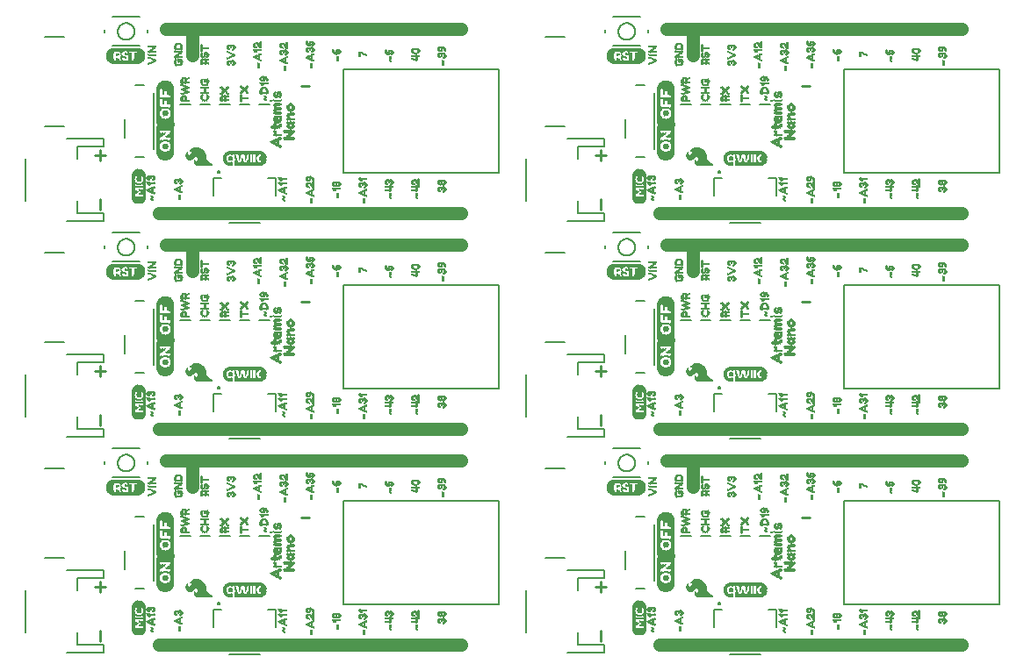
<source format=gto>
G75*
%MOIN*%
%OFA0B0*%
%FSLAX25Y25*%
%IPPOS*%
%LPD*%
%AMOC8*
5,1,8,0,0,1.08239X$1,22.5*
%
%ADD10C,0.05000*%
%ADD11C,0.01000*%
%ADD12R,0.06500X0.01500*%
%ADD13C,0.00800*%
%ADD14C,0.00500*%
%ADD15R,0.00118X0.00591*%
%ADD16R,0.00118X0.00236*%
%ADD17R,0.00118X0.00827*%
%ADD18R,0.00157X0.01299*%
%ADD19R,0.00157X0.00709*%
%ADD20R,0.00157X0.01417*%
%ADD21R,0.00118X0.01772*%
%ADD22R,0.00118X0.00709*%
%ADD23R,0.00118X0.01890*%
%ADD24R,0.00118X0.02126*%
%ADD25R,0.00118X0.02244*%
%ADD26R,0.00157X0.02362*%
%ADD27R,0.00157X0.00827*%
%ADD28R,0.00118X0.02362*%
%ADD29R,0.00118X0.01063*%
%ADD30R,0.00118X0.00945*%
%ADD31R,0.00118X0.00118*%
%ADD32R,0.00157X0.00945*%
%ADD33R,0.00118X0.02598*%
%ADD34R,0.00118X0.01181*%
%ADD35R,0.00118X0.01417*%
%ADD36R,0.00157X0.02598*%
%ADD37R,0.00118X0.00472*%
%ADD38R,0.00157X0.02480*%
%ADD39R,0.00118X0.02480*%
%ADD40R,0.00118X0.02008*%
%ADD41R,0.00157X0.01654*%
%ADD42R,0.00118X0.01299*%
%ADD43R,0.00118X0.00354*%
%ADD44R,0.00157X0.01772*%
%ADD45R,0.00157X0.00472*%
%ADD46R,0.00157X0.02244*%
%ADD47R,0.00118X0.01535*%
%ADD48R,0.00157X0.03307*%
%ADD49R,0.00118X0.03307*%
%ADD50R,0.00157X0.02008*%
%ADD51R,0.11772X0.00039*%
%ADD52R,0.12480X0.00079*%
%ADD53R,0.12874X0.00039*%
%ADD54R,0.13189X0.00079*%
%ADD55R,0.13504X0.00039*%
%ADD56R,0.13740X0.00039*%
%ADD57R,0.13976X0.00079*%
%ADD58R,0.14094X0.00039*%
%ADD59R,0.14291X0.00079*%
%ADD60R,0.14449X0.00039*%
%ADD61R,0.14567X0.00079*%
%ADD62R,0.14764X0.00039*%
%ADD63R,0.14843X0.00079*%
%ADD64R,0.15000X0.00039*%
%ADD65R,0.15079X0.00079*%
%ADD66R,0.15236X0.00039*%
%ADD67R,0.15315X0.00079*%
%ADD68R,0.15394X0.00039*%
%ADD69R,0.15512X0.00079*%
%ADD70R,0.15551X0.00039*%
%ADD71R,0.01772X0.00079*%
%ADD72R,0.00591X0.00079*%
%ADD73R,0.00157X0.00079*%
%ADD74R,0.01220X0.00079*%
%ADD75R,0.00118X0.00079*%
%ADD76R,0.00236X0.00079*%
%ADD77R,0.01339X0.00079*%
%ADD78R,0.01654X0.00079*%
%ADD79R,0.01575X0.00039*%
%ADD80R,0.00433X0.00039*%
%ADD81R,0.00118X0.00039*%
%ADD82R,0.01220X0.00039*%
%ADD83R,0.01181X0.00039*%
%ADD84R,0.00236X0.00039*%
%ADD85R,0.01693X0.00039*%
%ADD86R,0.01496X0.00079*%
%ADD87R,0.00315X0.00079*%
%ADD88R,0.00197X0.00079*%
%ADD89R,0.01102X0.00079*%
%ADD90R,0.01181X0.00079*%
%ADD91R,0.00984X0.00079*%
%ADD92R,0.01693X0.00079*%
%ADD93R,0.01457X0.00039*%
%ADD94R,0.00197X0.00039*%
%ADD95R,0.01102X0.00039*%
%ADD96R,0.00866X0.00039*%
%ADD97R,0.01772X0.00039*%
%ADD98R,0.01417X0.00079*%
%ADD99R,0.01024X0.00079*%
%ADD100R,0.00827X0.00079*%
%ADD101R,0.01811X0.00079*%
%ADD102R,0.01339X0.00039*%
%ADD103R,0.00079X0.00039*%
%ADD104R,0.00984X0.00039*%
%ADD105R,0.01024X0.00039*%
%ADD106R,0.00748X0.00039*%
%ADD107R,0.01811X0.00039*%
%ADD108R,0.01260X0.00079*%
%ADD109R,0.00709X0.00079*%
%ADD110R,0.01890X0.00079*%
%ADD111R,0.01299X0.00039*%
%ADD112R,0.00315X0.00039*%
%ADD113R,0.00591X0.00039*%
%ADD114R,0.01890X0.00039*%
%ADD115R,0.01299X0.00079*%
%ADD116R,0.00945X0.00079*%
%ADD117R,0.01929X0.00079*%
%ADD118R,0.00906X0.00039*%
%ADD119R,0.00512X0.00039*%
%ADD120R,0.01929X0.00039*%
%ADD121R,0.00354X0.00079*%
%ADD122R,0.00906X0.00079*%
%ADD123R,0.00866X0.00079*%
%ADD124R,0.00472X0.00079*%
%ADD125R,0.00354X0.00039*%
%ADD126R,0.00827X0.00039*%
%ADD127R,0.00394X0.00039*%
%ADD128R,0.02008X0.00039*%
%ADD129R,0.01142X0.00039*%
%ADD130R,0.00433X0.00079*%
%ADD131R,0.00748X0.00079*%
%ADD132R,0.00787X0.00079*%
%ADD133R,0.02008X0.00079*%
%ADD134R,0.00787X0.00039*%
%ADD135R,0.02323X0.00039*%
%ADD136R,0.00630X0.00079*%
%ADD137R,0.00669X0.00079*%
%ADD138R,0.00276X0.00079*%
%ADD139R,0.02441X0.00079*%
%ADD140R,0.00472X0.00039*%
%ADD141R,0.00669X0.00039*%
%ADD142R,0.00630X0.00039*%
%ADD143R,0.00276X0.00039*%
%ADD144R,0.02559X0.00039*%
%ADD145R,0.01142X0.00079*%
%ADD146R,0.02638X0.00079*%
%ADD147R,0.00551X0.00039*%
%ADD148R,0.02717X0.00039*%
%ADD149R,0.00551X0.00079*%
%ADD150R,0.00512X0.00079*%
%ADD151R,0.02756X0.00079*%
%ADD152R,0.02835X0.00039*%
%ADD153R,0.02835X0.00079*%
%ADD154R,0.00157X0.00039*%
%ADD155R,0.00079X0.00079*%
%ADD156R,0.00394X0.00079*%
%ADD157R,0.02874X0.00039*%
%ADD158R,0.02874X0.00079*%
%ADD159R,0.00709X0.00039*%
%ADD160R,0.01260X0.00039*%
%ADD161R,0.00039X0.00039*%
%ADD162R,0.00039X0.00079*%
%ADD163R,0.02677X0.00039*%
%ADD164R,0.02677X0.00079*%
%ADD165R,0.02638X0.00039*%
%ADD166R,0.02559X0.00079*%
%ADD167R,0.00945X0.00039*%
%ADD168R,0.02441X0.00039*%
%ADD169R,0.02283X0.00039*%
%ADD170R,0.01063X0.00039*%
%ADD171R,0.01063X0.00079*%
%ADD172R,0.01457X0.00079*%
%ADD173R,0.01378X0.00039*%
%ADD174R,0.02992X0.00079*%
%ADD175R,0.11496X0.00079*%
%ADD176R,0.02913X0.00039*%
%ADD177R,0.11457X0.00039*%
%ADD178R,0.11378X0.00079*%
%ADD179R,0.02795X0.00039*%
%ADD180R,0.11339X0.00039*%
%ADD181R,0.02795X0.00079*%
%ADD182R,0.11260X0.00079*%
%ADD183R,0.02756X0.00039*%
%ADD184R,0.11220X0.00039*%
%ADD185R,0.11142X0.00079*%
%ADD186R,0.11102X0.00039*%
%ADD187R,0.02520X0.00079*%
%ADD188R,0.11024X0.00079*%
%ADD189R,0.10906X0.00039*%
%ADD190R,0.02362X0.00079*%
%ADD191R,0.10866X0.00079*%
%ADD192R,0.10748X0.00039*%
%ADD193R,0.02165X0.00039*%
%ADD194R,0.10709X0.00039*%
%ADD195R,0.02047X0.00079*%
%ADD196R,0.10591X0.00079*%
%ADD197R,0.10472X0.00039*%
%ADD198R,0.10354X0.00079*%
%ADD199R,0.01654X0.00039*%
%ADD200R,0.10157X0.00039*%
%ADD201R,0.09882X0.00079*%
%ADD202R,0.00157X0.00591*%
%ADD203R,0.00157X0.01063*%
%ADD204R,0.00118X0.01654*%
%ADD205R,0.00157X0.01535*%
%ADD206R,0.00157X0.01181*%
%ADD207R,0.00157X0.01890*%
%ADD208R,0.00157X0.02953*%
%ADD209R,0.00118X0.03071*%
%ADD210R,0.00118X0.02953*%
%ADD211R,0.00157X0.02835*%
%ADD212R,0.00157X0.02126*%
%ADD213R,0.10630X0.00157*%
%ADD214R,0.11417X0.00118*%
%ADD215R,0.11969X0.00157*%
%ADD216R,0.12520X0.00118*%
%ADD217R,0.12835X0.00157*%
%ADD218R,0.13071X0.00118*%
%ADD219R,0.13386X0.00157*%
%ADD220R,0.06339X0.00118*%
%ADD221R,0.06614X0.00118*%
%ADD222R,0.02480X0.00157*%
%ADD223R,0.01496X0.00157*%
%ADD224R,0.00551X0.00157*%
%ADD225R,0.02480X0.00118*%
%ADD226R,0.01260X0.00118*%
%ADD227R,0.00433X0.00118*%
%ADD228R,0.02362X0.00118*%
%ADD229R,0.02598X0.00157*%
%ADD230R,0.00827X0.00157*%
%ADD231R,0.00276X0.00157*%
%ADD232R,0.02598X0.00118*%
%ADD233R,0.00551X0.00118*%
%ADD234R,0.00276X0.00118*%
%ADD235R,0.02756X0.00157*%
%ADD236R,0.00394X0.00157*%
%ADD237R,0.02756X0.00118*%
%ADD238R,0.01654X0.00118*%
%ADD239R,0.04016X0.00118*%
%ADD240R,0.00984X0.00157*%
%ADD241R,0.01654X0.00157*%
%ADD242R,0.04016X0.00157*%
%ADD243R,0.02874X0.00118*%
%ADD244R,0.01102X0.00118*%
%ADD245R,0.04134X0.00118*%
%ADD246R,0.02874X0.00157*%
%ADD247R,0.01102X0.00157*%
%ADD248R,0.00433X0.00157*%
%ADD249R,0.04134X0.00157*%
%ADD250R,0.02047X0.00157*%
%ADD251R,0.00984X0.00118*%
%ADD252R,0.00945X0.00118*%
%ADD253R,0.01378X0.00118*%
%ADD254R,0.01220X0.00157*%
%ADD255R,0.01378X0.00157*%
%ADD256R,0.01929X0.00118*%
%ADD257R,0.01220X0.00118*%
%ADD258R,0.02205X0.00157*%
%ADD259R,0.00827X0.00118*%
%ADD260R,0.00394X0.00118*%
%ADD261R,0.00669X0.00118*%
%ADD262R,0.03858X0.00118*%
%ADD263R,0.03858X0.00157*%
%ADD264R,0.01496X0.00118*%
%ADD265R,0.03740X0.00118*%
%ADD266R,0.01260X0.00157*%
%ADD267R,0.00709X0.00157*%
%ADD268R,0.03740X0.00157*%
%ADD269R,0.02087X0.00118*%
%ADD270R,0.03701X0.00118*%
%ADD271R,0.00157X0.10709*%
%ADD272R,0.00157X0.11181*%
%ADD273R,0.00157X0.11496*%
%ADD274R,0.00157X0.11811*%
%ADD275R,0.00157X0.11969*%
%ADD276R,0.00157X0.12126*%
%ADD277R,0.00157X0.12283*%
%ADD278R,0.00157X0.04252*%
%ADD279R,0.00157X0.07402*%
%ADD280R,0.00157X0.03937*%
%ADD281R,0.00157X0.01575*%
%ADD282R,0.00157X0.01732*%
%ADD283R,0.00157X0.03622*%
%ADD284R,0.00157X0.01260*%
%ADD285R,0.00157X0.01102*%
%ADD286R,0.00157X0.03465*%
%ADD287R,0.00157X0.00787*%
%ADD288R,0.00157X0.00630*%
%ADD289R,0.00157X0.02047*%
%ADD290R,0.00157X0.03150*%
%ADD291R,0.00157X0.00315*%
%ADD292R,0.00157X0.00157*%
%ADD293R,0.00157X0.03780*%
%ADD294R,0.00157X0.13858*%
%ADD295R,0.00157X0.14331*%
%ADD296R,0.00157X0.14646*%
%ADD297R,0.00157X0.14961*%
%ADD298R,0.00157X0.15118*%
%ADD299R,0.00157X0.15276*%
%ADD300R,0.00157X0.15433*%
%ADD301R,0.00157X0.02520*%
%ADD302R,0.00157X0.02992*%
%ADD303R,0.00157X0.02205*%
%ADD304R,0.00157X0.02677*%
%ADD305R,0.00157X0.05354*%
%ADD306R,0.00157X0.05512*%
%ADD307R,0.00157X0.05197*%
%ADD308R,0.00157X0.05039*%
%ADD309C,0.00600*%
%ADD310R,0.00157X0.00118*%
%ADD311R,0.00118X0.02717*%
%ADD312R,0.00157X0.00354*%
%ADD313R,0.00157X0.00236*%
%ADD314R,0.00118X0.02835*%
%ADD315C,0.00300*%
%ADD316R,0.00157X0.09449*%
%ADD317R,0.00118X0.10197*%
%ADD318R,0.00118X0.10709*%
%ADD319R,0.00118X0.11220*%
%ADD320R,0.00118X0.11457*%
%ADD321R,0.00157X0.11693*%
%ADD322R,0.00118X0.11969*%
%ADD323R,0.00118X0.08819*%
%ADD324R,0.00118X0.03031*%
%ADD325R,0.00118X0.02402*%
%ADD326R,0.00118X0.00512*%
%ADD327R,0.00118X0.02756*%
%ADD328R,0.00118X0.01142*%
%ADD329R,0.00118X0.02520*%
%ADD330R,0.00157X0.00906*%
%ADD331R,0.00118X0.01496*%
%ADD332R,0.00118X0.00787*%
%ADD333R,0.00118X0.02638*%
%ADD334R,0.00118X0.01378*%
%ADD335R,0.00118X0.00630*%
%ADD336R,0.00118X0.00866*%
%ADD337R,0.00118X0.00748*%
%ADD338R,0.00157X0.02756*%
%ADD339R,0.00157X0.00748*%
%ADD340R,0.00157X0.00394*%
%ADD341R,0.00157X0.03031*%
%ADD342R,0.00118X0.00394*%
%ADD343R,0.00118X0.04567*%
%ADD344R,0.00118X0.04685*%
%ADD345R,0.00157X0.00276*%
%ADD346R,0.00157X0.04685*%
%ADD347R,0.00118X0.00276*%
%ADD348R,0.00157X0.04567*%
%ADD349R,0.00118X0.01102*%
%ADD350R,0.00157X0.02402*%
%ADD351R,0.00118X0.01024*%
%ADD352R,0.00118X0.02283*%
%ADD353R,0.00118X0.02795*%
%ADD354R,0.00157X0.04409*%
D10*
X0099250Y0061933D02*
X0213750Y0061933D01*
X0289250Y0061933D02*
X0403750Y0061933D01*
X0301750Y0121933D02*
X0301750Y0131933D01*
X0403750Y0131933D01*
X0403750Y0143933D02*
X0289250Y0143933D01*
X0291750Y0131933D02*
X0301750Y0131933D01*
X0213750Y0131933D02*
X0111750Y0131933D01*
X0111750Y0121933D01*
X0111750Y0131933D02*
X0101750Y0131933D01*
X0099250Y0143933D02*
X0213750Y0143933D01*
X0301750Y0203933D02*
X0301750Y0213933D01*
X0403750Y0213933D01*
X0403750Y0225933D02*
X0289250Y0225933D01*
X0291750Y0213933D02*
X0301750Y0213933D01*
X0213750Y0213933D02*
X0111750Y0213933D01*
X0111750Y0203933D01*
X0111750Y0213933D02*
X0101750Y0213933D01*
X0099250Y0225933D02*
X0213750Y0225933D01*
X0301750Y0285933D02*
X0301750Y0295933D01*
X0403750Y0295933D01*
X0301750Y0295933D02*
X0291750Y0295933D01*
X0213750Y0295933D02*
X0111750Y0295933D01*
X0111750Y0285933D01*
X0111750Y0295933D02*
X0101750Y0295933D01*
D11*
X0153230Y0274331D02*
X0156230Y0274331D01*
X0078750Y0247733D02*
X0074750Y0247733D01*
X0076750Y0249733D02*
X0076750Y0245733D01*
X0076750Y0231133D02*
X0076750Y0227133D01*
X0153230Y0192331D02*
X0156230Y0192331D01*
X0078750Y0165733D02*
X0074750Y0165733D01*
X0076750Y0167733D02*
X0076750Y0163733D01*
X0076750Y0149133D02*
X0076750Y0145133D01*
X0153230Y0110331D02*
X0156230Y0110331D01*
X0078750Y0083733D02*
X0074750Y0083733D01*
X0076750Y0085733D02*
X0076750Y0081733D01*
X0076750Y0067133D02*
X0076750Y0063133D01*
X0264750Y0083733D02*
X0268750Y0083733D01*
X0266750Y0085733D02*
X0266750Y0081733D01*
X0266750Y0067133D02*
X0266750Y0063133D01*
X0343230Y0110331D02*
X0346230Y0110331D01*
X0266750Y0145133D02*
X0266750Y0149133D01*
X0266750Y0163733D02*
X0266750Y0167733D01*
X0268750Y0165733D02*
X0264750Y0165733D01*
X0343230Y0192331D02*
X0346230Y0192331D01*
X0266750Y0227133D02*
X0266750Y0231133D01*
X0266750Y0245733D02*
X0266750Y0249733D01*
X0268750Y0247733D02*
X0264750Y0247733D01*
X0343230Y0274331D02*
X0346230Y0274331D01*
D12*
X0291750Y0259433D03*
X0291750Y0177433D03*
X0291750Y0095433D03*
X0101750Y0095433D03*
X0101750Y0177433D03*
X0101750Y0259433D03*
D13*
X0078067Y0058785D02*
X0064287Y0058785D01*
X0068224Y0061935D02*
X0068224Y0066659D01*
X0068224Y0061935D02*
X0078067Y0061935D01*
X0078067Y0058785D01*
X0048539Y0066659D02*
X0048539Y0082407D01*
X0064287Y0090281D02*
X0078067Y0090281D01*
X0078067Y0087131D01*
X0068224Y0087131D01*
X0068224Y0082407D01*
X0086132Y0090528D02*
X0086132Y0097433D01*
X0097368Y0107563D02*
X0097368Y0086303D01*
X0093431Y0083244D02*
X0090069Y0083244D01*
X0119939Y0075055D02*
X0119939Y0068559D01*
X0119939Y0075055D02*
X0122892Y0075055D01*
X0121507Y0077614D02*
X0121509Y0077654D01*
X0121515Y0077693D01*
X0121525Y0077732D01*
X0121538Y0077769D01*
X0121556Y0077805D01*
X0121577Y0077839D01*
X0121601Y0077871D01*
X0121628Y0077900D01*
X0121658Y0077927D01*
X0121690Y0077950D01*
X0121725Y0077970D01*
X0121761Y0077986D01*
X0121799Y0077999D01*
X0121838Y0078008D01*
X0121877Y0078013D01*
X0121917Y0078014D01*
X0121957Y0078011D01*
X0121996Y0078004D01*
X0122034Y0077993D01*
X0122072Y0077979D01*
X0122107Y0077960D01*
X0122140Y0077939D01*
X0122172Y0077914D01*
X0122200Y0077886D01*
X0122226Y0077856D01*
X0122248Y0077823D01*
X0122267Y0077788D01*
X0122283Y0077751D01*
X0122295Y0077713D01*
X0122303Y0077674D01*
X0122307Y0077634D01*
X0122307Y0077594D01*
X0122303Y0077554D01*
X0122295Y0077515D01*
X0122283Y0077477D01*
X0122267Y0077440D01*
X0122248Y0077405D01*
X0122226Y0077372D01*
X0122200Y0077342D01*
X0122172Y0077314D01*
X0122140Y0077289D01*
X0122107Y0077268D01*
X0122072Y0077249D01*
X0122034Y0077235D01*
X0121996Y0077224D01*
X0121957Y0077217D01*
X0121917Y0077214D01*
X0121877Y0077215D01*
X0121838Y0077220D01*
X0121799Y0077229D01*
X0121761Y0077242D01*
X0121725Y0077258D01*
X0121690Y0077278D01*
X0121658Y0077301D01*
X0121628Y0077328D01*
X0121601Y0077357D01*
X0121577Y0077389D01*
X0121556Y0077423D01*
X0121538Y0077459D01*
X0121525Y0077496D01*
X0121515Y0077535D01*
X0121509Y0077574D01*
X0121507Y0077614D01*
X0140608Y0075055D02*
X0143561Y0075055D01*
X0143561Y0068559D01*
X0137656Y0058323D02*
X0125844Y0058323D01*
X0126125Y0103183D02*
X0122375Y0103183D01*
X0118625Y0103183D02*
X0114875Y0103183D01*
X0111125Y0103183D02*
X0107375Y0103183D01*
X0093431Y0110622D02*
X0090069Y0110622D01*
X0092018Y0125421D02*
X0081482Y0125421D01*
X0078482Y0130421D02*
X0078482Y0131445D01*
X0081482Y0136445D02*
X0092018Y0136445D01*
X0095018Y0131445D02*
X0095018Y0130421D01*
X0078067Y0140785D02*
X0078067Y0143935D01*
X0068224Y0143935D01*
X0068224Y0148659D01*
X0064287Y0140785D02*
X0078067Y0140785D01*
X0048539Y0148659D02*
X0048539Y0164407D01*
X0064287Y0172281D02*
X0078067Y0172281D01*
X0078067Y0169131D01*
X0068224Y0169131D01*
X0068224Y0164407D01*
X0086132Y0172528D02*
X0086132Y0179433D01*
X0097368Y0189563D02*
X0097368Y0168303D01*
X0093431Y0165244D02*
X0090069Y0165244D01*
X0119939Y0157055D02*
X0119939Y0150559D01*
X0119939Y0157055D02*
X0122892Y0157055D01*
X0121507Y0159614D02*
X0121509Y0159654D01*
X0121515Y0159693D01*
X0121525Y0159732D01*
X0121538Y0159769D01*
X0121556Y0159805D01*
X0121577Y0159839D01*
X0121601Y0159871D01*
X0121628Y0159900D01*
X0121658Y0159927D01*
X0121690Y0159950D01*
X0121725Y0159970D01*
X0121761Y0159986D01*
X0121799Y0159999D01*
X0121838Y0160008D01*
X0121877Y0160013D01*
X0121917Y0160014D01*
X0121957Y0160011D01*
X0121996Y0160004D01*
X0122034Y0159993D01*
X0122072Y0159979D01*
X0122107Y0159960D01*
X0122140Y0159939D01*
X0122172Y0159914D01*
X0122200Y0159886D01*
X0122226Y0159856D01*
X0122248Y0159823D01*
X0122267Y0159788D01*
X0122283Y0159751D01*
X0122295Y0159713D01*
X0122303Y0159674D01*
X0122307Y0159634D01*
X0122307Y0159594D01*
X0122303Y0159554D01*
X0122295Y0159515D01*
X0122283Y0159477D01*
X0122267Y0159440D01*
X0122248Y0159405D01*
X0122226Y0159372D01*
X0122200Y0159342D01*
X0122172Y0159314D01*
X0122140Y0159289D01*
X0122107Y0159268D01*
X0122072Y0159249D01*
X0122034Y0159235D01*
X0121996Y0159224D01*
X0121957Y0159217D01*
X0121917Y0159214D01*
X0121877Y0159215D01*
X0121838Y0159220D01*
X0121799Y0159229D01*
X0121761Y0159242D01*
X0121725Y0159258D01*
X0121690Y0159278D01*
X0121658Y0159301D01*
X0121628Y0159328D01*
X0121601Y0159357D01*
X0121577Y0159389D01*
X0121556Y0159423D01*
X0121538Y0159459D01*
X0121525Y0159496D01*
X0121515Y0159535D01*
X0121509Y0159574D01*
X0121507Y0159614D01*
X0140608Y0157055D02*
X0143561Y0157055D01*
X0143561Y0150559D01*
X0137656Y0140323D02*
X0125844Y0140323D01*
X0129875Y0103183D02*
X0133625Y0103183D01*
X0137375Y0103183D02*
X0141125Y0103183D01*
X0238539Y0082407D02*
X0238539Y0066659D01*
X0254287Y0058785D02*
X0268067Y0058785D01*
X0268067Y0061935D01*
X0258224Y0061935D01*
X0258224Y0066659D01*
X0258224Y0082407D02*
X0258224Y0087131D01*
X0268067Y0087131D01*
X0268067Y0090281D01*
X0254287Y0090281D01*
X0276132Y0090528D02*
X0276132Y0097433D01*
X0287368Y0107563D02*
X0287368Y0086303D01*
X0283431Y0083244D02*
X0280069Y0083244D01*
X0309939Y0075055D02*
X0309939Y0068559D01*
X0309939Y0075055D02*
X0312892Y0075055D01*
X0311507Y0077614D02*
X0311509Y0077654D01*
X0311515Y0077693D01*
X0311525Y0077732D01*
X0311538Y0077769D01*
X0311556Y0077805D01*
X0311577Y0077839D01*
X0311601Y0077871D01*
X0311628Y0077900D01*
X0311658Y0077927D01*
X0311690Y0077950D01*
X0311725Y0077970D01*
X0311761Y0077986D01*
X0311799Y0077999D01*
X0311838Y0078008D01*
X0311877Y0078013D01*
X0311917Y0078014D01*
X0311957Y0078011D01*
X0311996Y0078004D01*
X0312034Y0077993D01*
X0312072Y0077979D01*
X0312107Y0077960D01*
X0312140Y0077939D01*
X0312172Y0077914D01*
X0312200Y0077886D01*
X0312226Y0077856D01*
X0312248Y0077823D01*
X0312267Y0077788D01*
X0312283Y0077751D01*
X0312295Y0077713D01*
X0312303Y0077674D01*
X0312307Y0077634D01*
X0312307Y0077594D01*
X0312303Y0077554D01*
X0312295Y0077515D01*
X0312283Y0077477D01*
X0312267Y0077440D01*
X0312248Y0077405D01*
X0312226Y0077372D01*
X0312200Y0077342D01*
X0312172Y0077314D01*
X0312140Y0077289D01*
X0312107Y0077268D01*
X0312072Y0077249D01*
X0312034Y0077235D01*
X0311996Y0077224D01*
X0311957Y0077217D01*
X0311917Y0077214D01*
X0311877Y0077215D01*
X0311838Y0077220D01*
X0311799Y0077229D01*
X0311761Y0077242D01*
X0311725Y0077258D01*
X0311690Y0077278D01*
X0311658Y0077301D01*
X0311628Y0077328D01*
X0311601Y0077357D01*
X0311577Y0077389D01*
X0311556Y0077423D01*
X0311538Y0077459D01*
X0311525Y0077496D01*
X0311515Y0077535D01*
X0311509Y0077574D01*
X0311507Y0077614D01*
X0330608Y0075055D02*
X0333561Y0075055D01*
X0333561Y0068559D01*
X0327656Y0058323D02*
X0315844Y0058323D01*
X0316125Y0103183D02*
X0312375Y0103183D01*
X0308625Y0103183D02*
X0304875Y0103183D01*
X0301125Y0103183D02*
X0297375Y0103183D01*
X0283431Y0110622D02*
X0280069Y0110622D01*
X0282018Y0125421D02*
X0271482Y0125421D01*
X0268482Y0130421D02*
X0268482Y0131445D01*
X0271482Y0136445D02*
X0282018Y0136445D01*
X0268067Y0140785D02*
X0268067Y0143935D01*
X0258224Y0143935D01*
X0258224Y0148659D01*
X0254287Y0140785D02*
X0268067Y0140785D01*
X0285018Y0131445D02*
X0285018Y0130421D01*
X0315844Y0140323D02*
X0327656Y0140323D01*
X0333561Y0150559D02*
X0333561Y0157055D01*
X0330608Y0157055D01*
X0312892Y0157055D02*
X0309939Y0157055D01*
X0309939Y0150559D01*
X0311507Y0159614D02*
X0311509Y0159654D01*
X0311515Y0159693D01*
X0311525Y0159732D01*
X0311538Y0159769D01*
X0311556Y0159805D01*
X0311577Y0159839D01*
X0311601Y0159871D01*
X0311628Y0159900D01*
X0311658Y0159927D01*
X0311690Y0159950D01*
X0311725Y0159970D01*
X0311761Y0159986D01*
X0311799Y0159999D01*
X0311838Y0160008D01*
X0311877Y0160013D01*
X0311917Y0160014D01*
X0311957Y0160011D01*
X0311996Y0160004D01*
X0312034Y0159993D01*
X0312072Y0159979D01*
X0312107Y0159960D01*
X0312140Y0159939D01*
X0312172Y0159914D01*
X0312200Y0159886D01*
X0312226Y0159856D01*
X0312248Y0159823D01*
X0312267Y0159788D01*
X0312283Y0159751D01*
X0312295Y0159713D01*
X0312303Y0159674D01*
X0312307Y0159634D01*
X0312307Y0159594D01*
X0312303Y0159554D01*
X0312295Y0159515D01*
X0312283Y0159477D01*
X0312267Y0159440D01*
X0312248Y0159405D01*
X0312226Y0159372D01*
X0312200Y0159342D01*
X0312172Y0159314D01*
X0312140Y0159289D01*
X0312107Y0159268D01*
X0312072Y0159249D01*
X0312034Y0159235D01*
X0311996Y0159224D01*
X0311957Y0159217D01*
X0311917Y0159214D01*
X0311877Y0159215D01*
X0311838Y0159220D01*
X0311799Y0159229D01*
X0311761Y0159242D01*
X0311725Y0159258D01*
X0311690Y0159278D01*
X0311658Y0159301D01*
X0311628Y0159328D01*
X0311601Y0159357D01*
X0311577Y0159389D01*
X0311556Y0159423D01*
X0311538Y0159459D01*
X0311525Y0159496D01*
X0311515Y0159535D01*
X0311509Y0159574D01*
X0311507Y0159614D01*
X0287368Y0168303D02*
X0287368Y0189563D01*
X0283431Y0192622D02*
X0280069Y0192622D01*
X0297375Y0185183D02*
X0301125Y0185183D01*
X0304875Y0185183D02*
X0308625Y0185183D01*
X0312375Y0185183D02*
X0316125Y0185183D01*
X0319875Y0185183D02*
X0323625Y0185183D01*
X0327375Y0185183D02*
X0331125Y0185183D01*
X0283431Y0165244D02*
X0280069Y0165244D01*
X0268067Y0169131D02*
X0268067Y0172281D01*
X0254287Y0172281D01*
X0258224Y0169131D02*
X0268067Y0169131D01*
X0276132Y0172528D02*
X0276132Y0179433D01*
X0258224Y0169131D02*
X0258224Y0164407D01*
X0238539Y0164407D02*
X0238539Y0148659D01*
X0319875Y0103183D02*
X0323625Y0103183D01*
X0327375Y0103183D02*
X0331125Y0103183D01*
X0141125Y0185183D02*
X0137375Y0185183D01*
X0133625Y0185183D02*
X0129875Y0185183D01*
X0126125Y0185183D02*
X0122375Y0185183D01*
X0118625Y0185183D02*
X0114875Y0185183D01*
X0111125Y0185183D02*
X0107375Y0185183D01*
X0093431Y0192622D02*
X0090069Y0192622D01*
X0092018Y0207421D02*
X0081482Y0207421D01*
X0078482Y0212421D02*
X0078482Y0213445D01*
X0081482Y0218445D02*
X0092018Y0218445D01*
X0095018Y0213445D02*
X0095018Y0212421D01*
X0078067Y0222785D02*
X0078067Y0225935D01*
X0068224Y0225935D01*
X0068224Y0230659D01*
X0064287Y0222785D02*
X0078067Y0222785D01*
X0048539Y0230659D02*
X0048539Y0246407D01*
X0064287Y0254281D02*
X0078067Y0254281D01*
X0078067Y0251131D01*
X0068224Y0251131D01*
X0068224Y0246407D01*
X0086132Y0254528D02*
X0086132Y0261433D01*
X0097368Y0271563D02*
X0097368Y0250303D01*
X0093431Y0247244D02*
X0090069Y0247244D01*
X0107375Y0267183D02*
X0111125Y0267183D01*
X0114875Y0267183D02*
X0118625Y0267183D01*
X0122375Y0267183D02*
X0126125Y0267183D01*
X0129875Y0267183D02*
X0133625Y0267183D01*
X0137375Y0267183D02*
X0141125Y0267183D01*
X0093431Y0274622D02*
X0090069Y0274622D01*
X0092018Y0289421D02*
X0081482Y0289421D01*
X0078482Y0294421D02*
X0078482Y0295445D01*
X0081482Y0300445D02*
X0092018Y0300445D01*
X0095018Y0295445D02*
X0095018Y0294421D01*
X0121507Y0241614D02*
X0121509Y0241654D01*
X0121515Y0241693D01*
X0121525Y0241732D01*
X0121538Y0241769D01*
X0121556Y0241805D01*
X0121577Y0241839D01*
X0121601Y0241871D01*
X0121628Y0241900D01*
X0121658Y0241927D01*
X0121690Y0241950D01*
X0121725Y0241970D01*
X0121761Y0241986D01*
X0121799Y0241999D01*
X0121838Y0242008D01*
X0121877Y0242013D01*
X0121917Y0242014D01*
X0121957Y0242011D01*
X0121996Y0242004D01*
X0122034Y0241993D01*
X0122072Y0241979D01*
X0122107Y0241960D01*
X0122140Y0241939D01*
X0122172Y0241914D01*
X0122200Y0241886D01*
X0122226Y0241856D01*
X0122248Y0241823D01*
X0122267Y0241788D01*
X0122283Y0241751D01*
X0122295Y0241713D01*
X0122303Y0241674D01*
X0122307Y0241634D01*
X0122307Y0241594D01*
X0122303Y0241554D01*
X0122295Y0241515D01*
X0122283Y0241477D01*
X0122267Y0241440D01*
X0122248Y0241405D01*
X0122226Y0241372D01*
X0122200Y0241342D01*
X0122172Y0241314D01*
X0122140Y0241289D01*
X0122107Y0241268D01*
X0122072Y0241249D01*
X0122034Y0241235D01*
X0121996Y0241224D01*
X0121957Y0241217D01*
X0121917Y0241214D01*
X0121877Y0241215D01*
X0121838Y0241220D01*
X0121799Y0241229D01*
X0121761Y0241242D01*
X0121725Y0241258D01*
X0121690Y0241278D01*
X0121658Y0241301D01*
X0121628Y0241328D01*
X0121601Y0241357D01*
X0121577Y0241389D01*
X0121556Y0241423D01*
X0121538Y0241459D01*
X0121525Y0241496D01*
X0121515Y0241535D01*
X0121509Y0241574D01*
X0121507Y0241614D01*
X0122892Y0239055D02*
X0119939Y0239055D01*
X0119939Y0232559D01*
X0125844Y0222323D02*
X0137656Y0222323D01*
X0143561Y0232559D02*
X0143561Y0239055D01*
X0140608Y0239055D01*
X0238539Y0246407D02*
X0238539Y0230659D01*
X0254287Y0222785D02*
X0268067Y0222785D01*
X0268067Y0225935D01*
X0258224Y0225935D01*
X0258224Y0230659D01*
X0258224Y0246407D02*
X0258224Y0251131D01*
X0268067Y0251131D01*
X0268067Y0254281D01*
X0254287Y0254281D01*
X0276132Y0254528D02*
X0276132Y0261433D01*
X0287368Y0271563D02*
X0287368Y0250303D01*
X0283431Y0247244D02*
X0280069Y0247244D01*
X0297375Y0267183D02*
X0301125Y0267183D01*
X0304875Y0267183D02*
X0308625Y0267183D01*
X0312375Y0267183D02*
X0316125Y0267183D01*
X0319875Y0267183D02*
X0323625Y0267183D01*
X0327375Y0267183D02*
X0331125Y0267183D01*
X0283431Y0274622D02*
X0280069Y0274622D01*
X0282018Y0289421D02*
X0271482Y0289421D01*
X0268482Y0294421D02*
X0268482Y0295445D01*
X0271482Y0300445D02*
X0282018Y0300445D01*
X0285018Y0295445D02*
X0285018Y0294421D01*
X0311507Y0241614D02*
X0311509Y0241654D01*
X0311515Y0241693D01*
X0311525Y0241732D01*
X0311538Y0241769D01*
X0311556Y0241805D01*
X0311577Y0241839D01*
X0311601Y0241871D01*
X0311628Y0241900D01*
X0311658Y0241927D01*
X0311690Y0241950D01*
X0311725Y0241970D01*
X0311761Y0241986D01*
X0311799Y0241999D01*
X0311838Y0242008D01*
X0311877Y0242013D01*
X0311917Y0242014D01*
X0311957Y0242011D01*
X0311996Y0242004D01*
X0312034Y0241993D01*
X0312072Y0241979D01*
X0312107Y0241960D01*
X0312140Y0241939D01*
X0312172Y0241914D01*
X0312200Y0241886D01*
X0312226Y0241856D01*
X0312248Y0241823D01*
X0312267Y0241788D01*
X0312283Y0241751D01*
X0312295Y0241713D01*
X0312303Y0241674D01*
X0312307Y0241634D01*
X0312307Y0241594D01*
X0312303Y0241554D01*
X0312295Y0241515D01*
X0312283Y0241477D01*
X0312267Y0241440D01*
X0312248Y0241405D01*
X0312226Y0241372D01*
X0312200Y0241342D01*
X0312172Y0241314D01*
X0312140Y0241289D01*
X0312107Y0241268D01*
X0312072Y0241249D01*
X0312034Y0241235D01*
X0311996Y0241224D01*
X0311957Y0241217D01*
X0311917Y0241214D01*
X0311877Y0241215D01*
X0311838Y0241220D01*
X0311799Y0241229D01*
X0311761Y0241242D01*
X0311725Y0241258D01*
X0311690Y0241278D01*
X0311658Y0241301D01*
X0311628Y0241328D01*
X0311601Y0241357D01*
X0311577Y0241389D01*
X0311556Y0241423D01*
X0311538Y0241459D01*
X0311525Y0241496D01*
X0311515Y0241535D01*
X0311509Y0241574D01*
X0311507Y0241614D01*
X0312892Y0239055D02*
X0309939Y0239055D01*
X0309939Y0232559D01*
X0315844Y0222323D02*
X0327656Y0222323D01*
X0333561Y0232559D02*
X0333561Y0239055D01*
X0330608Y0239055D01*
X0285018Y0213445D02*
X0285018Y0212421D01*
X0282018Y0207421D02*
X0271482Y0207421D01*
X0268482Y0212421D02*
X0268482Y0213445D01*
X0271482Y0218445D02*
X0282018Y0218445D01*
D14*
X0273581Y0212933D02*
X0273583Y0213045D01*
X0273589Y0213158D01*
X0273599Y0213270D01*
X0273613Y0213381D01*
X0273631Y0213493D01*
X0273653Y0213603D01*
X0273678Y0213712D01*
X0273708Y0213821D01*
X0273741Y0213928D01*
X0273779Y0214034D01*
X0273820Y0214139D01*
X0273864Y0214242D01*
X0273912Y0214344D01*
X0273964Y0214444D01*
X0274020Y0214542D01*
X0274079Y0214638D01*
X0274141Y0214731D01*
X0274206Y0214823D01*
X0274275Y0214912D01*
X0274347Y0214999D01*
X0274422Y0215083D01*
X0274499Y0215164D01*
X0274580Y0215242D01*
X0274663Y0215318D01*
X0274749Y0215390D01*
X0274838Y0215460D01*
X0274928Y0215526D01*
X0275022Y0215589D01*
X0275117Y0215649D01*
X0275214Y0215705D01*
X0275314Y0215758D01*
X0275415Y0215807D01*
X0275518Y0215853D01*
X0275622Y0215895D01*
X0275728Y0215933D01*
X0275835Y0215967D01*
X0275943Y0215998D01*
X0276053Y0216024D01*
X0276163Y0216047D01*
X0276274Y0216066D01*
X0276385Y0216081D01*
X0276497Y0216092D01*
X0276609Y0216099D01*
X0276722Y0216102D01*
X0276834Y0216101D01*
X0276947Y0216096D01*
X0277059Y0216087D01*
X0277171Y0216074D01*
X0277282Y0216057D01*
X0277392Y0216036D01*
X0277502Y0216011D01*
X0277611Y0215983D01*
X0277719Y0215950D01*
X0277825Y0215914D01*
X0277930Y0215874D01*
X0278034Y0215830D01*
X0278136Y0215783D01*
X0278236Y0215732D01*
X0278334Y0215677D01*
X0278431Y0215619D01*
X0278525Y0215558D01*
X0278617Y0215493D01*
X0278707Y0215426D01*
X0278794Y0215355D01*
X0278879Y0215280D01*
X0278961Y0215203D01*
X0279040Y0215124D01*
X0279116Y0215041D01*
X0279190Y0214956D01*
X0279260Y0214868D01*
X0279327Y0214777D01*
X0279391Y0214685D01*
X0279451Y0214590D01*
X0279508Y0214493D01*
X0279562Y0214394D01*
X0279612Y0214293D01*
X0279659Y0214191D01*
X0279701Y0214087D01*
X0279741Y0213982D01*
X0279776Y0213875D01*
X0279807Y0213767D01*
X0279835Y0213658D01*
X0279859Y0213548D01*
X0279879Y0213437D01*
X0279895Y0213326D01*
X0279907Y0213214D01*
X0279915Y0213102D01*
X0279919Y0212989D01*
X0279919Y0212877D01*
X0279915Y0212764D01*
X0279907Y0212652D01*
X0279895Y0212540D01*
X0279879Y0212429D01*
X0279859Y0212318D01*
X0279835Y0212208D01*
X0279807Y0212099D01*
X0279776Y0211991D01*
X0279741Y0211884D01*
X0279701Y0211779D01*
X0279659Y0211675D01*
X0279612Y0211573D01*
X0279562Y0211472D01*
X0279508Y0211373D01*
X0279451Y0211276D01*
X0279391Y0211181D01*
X0279327Y0211089D01*
X0279260Y0210998D01*
X0279190Y0210910D01*
X0279116Y0210825D01*
X0279040Y0210742D01*
X0278961Y0210663D01*
X0278879Y0210586D01*
X0278794Y0210511D01*
X0278707Y0210440D01*
X0278617Y0210373D01*
X0278525Y0210308D01*
X0278431Y0210247D01*
X0278335Y0210189D01*
X0278236Y0210134D01*
X0278136Y0210083D01*
X0278034Y0210036D01*
X0277930Y0209992D01*
X0277825Y0209952D01*
X0277719Y0209916D01*
X0277611Y0209883D01*
X0277502Y0209855D01*
X0277392Y0209830D01*
X0277282Y0209809D01*
X0277171Y0209792D01*
X0277059Y0209779D01*
X0276947Y0209770D01*
X0276834Y0209765D01*
X0276722Y0209764D01*
X0276609Y0209767D01*
X0276497Y0209774D01*
X0276385Y0209785D01*
X0276274Y0209800D01*
X0276163Y0209819D01*
X0276053Y0209842D01*
X0275943Y0209868D01*
X0275835Y0209899D01*
X0275728Y0209933D01*
X0275622Y0209971D01*
X0275518Y0210013D01*
X0275415Y0210059D01*
X0275314Y0210108D01*
X0275214Y0210161D01*
X0275117Y0210217D01*
X0275022Y0210277D01*
X0274928Y0210340D01*
X0274838Y0210406D01*
X0274749Y0210476D01*
X0274663Y0210548D01*
X0274580Y0210624D01*
X0274499Y0210702D01*
X0274422Y0210783D01*
X0274347Y0210867D01*
X0274275Y0210954D01*
X0274206Y0211043D01*
X0274141Y0211135D01*
X0274079Y0211228D01*
X0274020Y0211324D01*
X0273964Y0211422D01*
X0273912Y0211522D01*
X0273864Y0211624D01*
X0273820Y0211727D01*
X0273779Y0211832D01*
X0273741Y0211938D01*
X0273708Y0212045D01*
X0273678Y0212154D01*
X0273653Y0212263D01*
X0273631Y0212373D01*
X0273613Y0212485D01*
X0273599Y0212596D01*
X0273589Y0212708D01*
X0273583Y0212821D01*
X0273581Y0212933D01*
X0228246Y0198618D02*
X0169191Y0198618D01*
X0169191Y0159248D01*
X0228246Y0159248D01*
X0228246Y0198618D01*
X0228246Y0241248D02*
X0169191Y0241248D01*
X0169191Y0280618D01*
X0228246Y0280618D01*
X0228246Y0241248D01*
X0273581Y0294933D02*
X0273583Y0295045D01*
X0273589Y0295158D01*
X0273599Y0295270D01*
X0273613Y0295381D01*
X0273631Y0295493D01*
X0273653Y0295603D01*
X0273678Y0295712D01*
X0273708Y0295821D01*
X0273741Y0295928D01*
X0273779Y0296034D01*
X0273820Y0296139D01*
X0273864Y0296242D01*
X0273912Y0296344D01*
X0273964Y0296444D01*
X0274020Y0296542D01*
X0274079Y0296638D01*
X0274141Y0296731D01*
X0274206Y0296823D01*
X0274275Y0296912D01*
X0274347Y0296999D01*
X0274422Y0297083D01*
X0274499Y0297164D01*
X0274580Y0297242D01*
X0274663Y0297318D01*
X0274749Y0297390D01*
X0274838Y0297460D01*
X0274928Y0297526D01*
X0275022Y0297589D01*
X0275117Y0297649D01*
X0275214Y0297705D01*
X0275314Y0297758D01*
X0275415Y0297807D01*
X0275518Y0297853D01*
X0275622Y0297895D01*
X0275728Y0297933D01*
X0275835Y0297967D01*
X0275943Y0297998D01*
X0276053Y0298024D01*
X0276163Y0298047D01*
X0276274Y0298066D01*
X0276385Y0298081D01*
X0276497Y0298092D01*
X0276609Y0298099D01*
X0276722Y0298102D01*
X0276834Y0298101D01*
X0276947Y0298096D01*
X0277059Y0298087D01*
X0277171Y0298074D01*
X0277282Y0298057D01*
X0277392Y0298036D01*
X0277502Y0298011D01*
X0277611Y0297983D01*
X0277719Y0297950D01*
X0277825Y0297914D01*
X0277930Y0297874D01*
X0278034Y0297830D01*
X0278136Y0297783D01*
X0278236Y0297732D01*
X0278334Y0297677D01*
X0278431Y0297619D01*
X0278525Y0297558D01*
X0278617Y0297493D01*
X0278707Y0297426D01*
X0278794Y0297355D01*
X0278879Y0297280D01*
X0278961Y0297203D01*
X0279040Y0297124D01*
X0279116Y0297041D01*
X0279190Y0296956D01*
X0279260Y0296868D01*
X0279327Y0296777D01*
X0279391Y0296685D01*
X0279451Y0296590D01*
X0279508Y0296493D01*
X0279562Y0296394D01*
X0279612Y0296293D01*
X0279659Y0296191D01*
X0279701Y0296087D01*
X0279741Y0295982D01*
X0279776Y0295875D01*
X0279807Y0295767D01*
X0279835Y0295658D01*
X0279859Y0295548D01*
X0279879Y0295437D01*
X0279895Y0295326D01*
X0279907Y0295214D01*
X0279915Y0295102D01*
X0279919Y0294989D01*
X0279919Y0294877D01*
X0279915Y0294764D01*
X0279907Y0294652D01*
X0279895Y0294540D01*
X0279879Y0294429D01*
X0279859Y0294318D01*
X0279835Y0294208D01*
X0279807Y0294099D01*
X0279776Y0293991D01*
X0279741Y0293884D01*
X0279701Y0293779D01*
X0279659Y0293675D01*
X0279612Y0293573D01*
X0279562Y0293472D01*
X0279508Y0293373D01*
X0279451Y0293276D01*
X0279391Y0293181D01*
X0279327Y0293089D01*
X0279260Y0292998D01*
X0279190Y0292910D01*
X0279116Y0292825D01*
X0279040Y0292742D01*
X0278961Y0292663D01*
X0278879Y0292586D01*
X0278794Y0292511D01*
X0278707Y0292440D01*
X0278617Y0292373D01*
X0278525Y0292308D01*
X0278431Y0292247D01*
X0278335Y0292189D01*
X0278236Y0292134D01*
X0278136Y0292083D01*
X0278034Y0292036D01*
X0277930Y0291992D01*
X0277825Y0291952D01*
X0277719Y0291916D01*
X0277611Y0291883D01*
X0277502Y0291855D01*
X0277392Y0291830D01*
X0277282Y0291809D01*
X0277171Y0291792D01*
X0277059Y0291779D01*
X0276947Y0291770D01*
X0276834Y0291765D01*
X0276722Y0291764D01*
X0276609Y0291767D01*
X0276497Y0291774D01*
X0276385Y0291785D01*
X0276274Y0291800D01*
X0276163Y0291819D01*
X0276053Y0291842D01*
X0275943Y0291868D01*
X0275835Y0291899D01*
X0275728Y0291933D01*
X0275622Y0291971D01*
X0275518Y0292013D01*
X0275415Y0292059D01*
X0275314Y0292108D01*
X0275214Y0292161D01*
X0275117Y0292217D01*
X0275022Y0292277D01*
X0274928Y0292340D01*
X0274838Y0292406D01*
X0274749Y0292476D01*
X0274663Y0292548D01*
X0274580Y0292624D01*
X0274499Y0292702D01*
X0274422Y0292783D01*
X0274347Y0292867D01*
X0274275Y0292954D01*
X0274206Y0293043D01*
X0274141Y0293135D01*
X0274079Y0293228D01*
X0274020Y0293324D01*
X0273964Y0293422D01*
X0273912Y0293522D01*
X0273864Y0293624D01*
X0273820Y0293727D01*
X0273779Y0293832D01*
X0273741Y0293938D01*
X0273708Y0294045D01*
X0273678Y0294154D01*
X0273653Y0294263D01*
X0273631Y0294373D01*
X0273613Y0294485D01*
X0273599Y0294596D01*
X0273589Y0294708D01*
X0273583Y0294821D01*
X0273581Y0294933D01*
X0359191Y0280618D02*
X0359191Y0241248D01*
X0418246Y0241248D01*
X0418246Y0280618D01*
X0359191Y0280618D01*
X0359191Y0198618D02*
X0359191Y0159248D01*
X0418246Y0159248D01*
X0418246Y0198618D01*
X0359191Y0198618D01*
X0273581Y0130933D02*
X0273583Y0131045D01*
X0273589Y0131158D01*
X0273599Y0131270D01*
X0273613Y0131381D01*
X0273631Y0131493D01*
X0273653Y0131603D01*
X0273678Y0131712D01*
X0273708Y0131821D01*
X0273741Y0131928D01*
X0273779Y0132034D01*
X0273820Y0132139D01*
X0273864Y0132242D01*
X0273912Y0132344D01*
X0273964Y0132444D01*
X0274020Y0132542D01*
X0274079Y0132638D01*
X0274141Y0132731D01*
X0274206Y0132823D01*
X0274275Y0132912D01*
X0274347Y0132999D01*
X0274422Y0133083D01*
X0274499Y0133164D01*
X0274580Y0133242D01*
X0274663Y0133318D01*
X0274749Y0133390D01*
X0274838Y0133460D01*
X0274928Y0133526D01*
X0275022Y0133589D01*
X0275117Y0133649D01*
X0275214Y0133705D01*
X0275314Y0133758D01*
X0275415Y0133807D01*
X0275518Y0133853D01*
X0275622Y0133895D01*
X0275728Y0133933D01*
X0275835Y0133967D01*
X0275943Y0133998D01*
X0276053Y0134024D01*
X0276163Y0134047D01*
X0276274Y0134066D01*
X0276385Y0134081D01*
X0276497Y0134092D01*
X0276609Y0134099D01*
X0276722Y0134102D01*
X0276834Y0134101D01*
X0276947Y0134096D01*
X0277059Y0134087D01*
X0277171Y0134074D01*
X0277282Y0134057D01*
X0277392Y0134036D01*
X0277502Y0134011D01*
X0277611Y0133983D01*
X0277719Y0133950D01*
X0277825Y0133914D01*
X0277930Y0133874D01*
X0278034Y0133830D01*
X0278136Y0133783D01*
X0278236Y0133732D01*
X0278334Y0133677D01*
X0278431Y0133619D01*
X0278525Y0133558D01*
X0278617Y0133493D01*
X0278707Y0133426D01*
X0278794Y0133355D01*
X0278879Y0133280D01*
X0278961Y0133203D01*
X0279040Y0133124D01*
X0279116Y0133041D01*
X0279190Y0132956D01*
X0279260Y0132868D01*
X0279327Y0132777D01*
X0279391Y0132685D01*
X0279451Y0132590D01*
X0279508Y0132493D01*
X0279562Y0132394D01*
X0279612Y0132293D01*
X0279659Y0132191D01*
X0279701Y0132087D01*
X0279741Y0131982D01*
X0279776Y0131875D01*
X0279807Y0131767D01*
X0279835Y0131658D01*
X0279859Y0131548D01*
X0279879Y0131437D01*
X0279895Y0131326D01*
X0279907Y0131214D01*
X0279915Y0131102D01*
X0279919Y0130989D01*
X0279919Y0130877D01*
X0279915Y0130764D01*
X0279907Y0130652D01*
X0279895Y0130540D01*
X0279879Y0130429D01*
X0279859Y0130318D01*
X0279835Y0130208D01*
X0279807Y0130099D01*
X0279776Y0129991D01*
X0279741Y0129884D01*
X0279701Y0129779D01*
X0279659Y0129675D01*
X0279612Y0129573D01*
X0279562Y0129472D01*
X0279508Y0129373D01*
X0279451Y0129276D01*
X0279391Y0129181D01*
X0279327Y0129089D01*
X0279260Y0128998D01*
X0279190Y0128910D01*
X0279116Y0128825D01*
X0279040Y0128742D01*
X0278961Y0128663D01*
X0278879Y0128586D01*
X0278794Y0128511D01*
X0278707Y0128440D01*
X0278617Y0128373D01*
X0278525Y0128308D01*
X0278431Y0128247D01*
X0278335Y0128189D01*
X0278236Y0128134D01*
X0278136Y0128083D01*
X0278034Y0128036D01*
X0277930Y0127992D01*
X0277825Y0127952D01*
X0277719Y0127916D01*
X0277611Y0127883D01*
X0277502Y0127855D01*
X0277392Y0127830D01*
X0277282Y0127809D01*
X0277171Y0127792D01*
X0277059Y0127779D01*
X0276947Y0127770D01*
X0276834Y0127765D01*
X0276722Y0127764D01*
X0276609Y0127767D01*
X0276497Y0127774D01*
X0276385Y0127785D01*
X0276274Y0127800D01*
X0276163Y0127819D01*
X0276053Y0127842D01*
X0275943Y0127868D01*
X0275835Y0127899D01*
X0275728Y0127933D01*
X0275622Y0127971D01*
X0275518Y0128013D01*
X0275415Y0128059D01*
X0275314Y0128108D01*
X0275214Y0128161D01*
X0275117Y0128217D01*
X0275022Y0128277D01*
X0274928Y0128340D01*
X0274838Y0128406D01*
X0274749Y0128476D01*
X0274663Y0128548D01*
X0274580Y0128624D01*
X0274499Y0128702D01*
X0274422Y0128783D01*
X0274347Y0128867D01*
X0274275Y0128954D01*
X0274206Y0129043D01*
X0274141Y0129135D01*
X0274079Y0129228D01*
X0274020Y0129324D01*
X0273964Y0129422D01*
X0273912Y0129522D01*
X0273864Y0129624D01*
X0273820Y0129727D01*
X0273779Y0129832D01*
X0273741Y0129938D01*
X0273708Y0130045D01*
X0273678Y0130154D01*
X0273653Y0130263D01*
X0273631Y0130373D01*
X0273613Y0130485D01*
X0273599Y0130596D01*
X0273589Y0130708D01*
X0273583Y0130821D01*
X0273581Y0130933D01*
X0228246Y0116618D02*
X0169191Y0116618D01*
X0169191Y0077248D01*
X0228246Y0077248D01*
X0228246Y0116618D01*
X0359191Y0116618D02*
X0359191Y0077248D01*
X0418246Y0077248D01*
X0418246Y0116618D01*
X0359191Y0116618D01*
X0083581Y0130933D02*
X0083583Y0131045D01*
X0083589Y0131158D01*
X0083599Y0131270D01*
X0083613Y0131381D01*
X0083631Y0131493D01*
X0083653Y0131603D01*
X0083678Y0131712D01*
X0083708Y0131821D01*
X0083741Y0131928D01*
X0083779Y0132034D01*
X0083820Y0132139D01*
X0083864Y0132242D01*
X0083912Y0132344D01*
X0083964Y0132444D01*
X0084020Y0132542D01*
X0084079Y0132638D01*
X0084141Y0132731D01*
X0084206Y0132823D01*
X0084275Y0132912D01*
X0084347Y0132999D01*
X0084422Y0133083D01*
X0084499Y0133164D01*
X0084580Y0133242D01*
X0084663Y0133318D01*
X0084749Y0133390D01*
X0084838Y0133460D01*
X0084928Y0133526D01*
X0085022Y0133589D01*
X0085117Y0133649D01*
X0085214Y0133705D01*
X0085314Y0133758D01*
X0085415Y0133807D01*
X0085518Y0133853D01*
X0085622Y0133895D01*
X0085728Y0133933D01*
X0085835Y0133967D01*
X0085943Y0133998D01*
X0086053Y0134024D01*
X0086163Y0134047D01*
X0086274Y0134066D01*
X0086385Y0134081D01*
X0086497Y0134092D01*
X0086609Y0134099D01*
X0086722Y0134102D01*
X0086834Y0134101D01*
X0086947Y0134096D01*
X0087059Y0134087D01*
X0087171Y0134074D01*
X0087282Y0134057D01*
X0087392Y0134036D01*
X0087502Y0134011D01*
X0087611Y0133983D01*
X0087719Y0133950D01*
X0087825Y0133914D01*
X0087930Y0133874D01*
X0088034Y0133830D01*
X0088136Y0133783D01*
X0088236Y0133732D01*
X0088334Y0133677D01*
X0088431Y0133619D01*
X0088525Y0133558D01*
X0088617Y0133493D01*
X0088707Y0133426D01*
X0088794Y0133355D01*
X0088879Y0133280D01*
X0088961Y0133203D01*
X0089040Y0133124D01*
X0089116Y0133041D01*
X0089190Y0132956D01*
X0089260Y0132868D01*
X0089327Y0132777D01*
X0089391Y0132685D01*
X0089451Y0132590D01*
X0089508Y0132493D01*
X0089562Y0132394D01*
X0089612Y0132293D01*
X0089659Y0132191D01*
X0089701Y0132087D01*
X0089741Y0131982D01*
X0089776Y0131875D01*
X0089807Y0131767D01*
X0089835Y0131658D01*
X0089859Y0131548D01*
X0089879Y0131437D01*
X0089895Y0131326D01*
X0089907Y0131214D01*
X0089915Y0131102D01*
X0089919Y0130989D01*
X0089919Y0130877D01*
X0089915Y0130764D01*
X0089907Y0130652D01*
X0089895Y0130540D01*
X0089879Y0130429D01*
X0089859Y0130318D01*
X0089835Y0130208D01*
X0089807Y0130099D01*
X0089776Y0129991D01*
X0089741Y0129884D01*
X0089701Y0129779D01*
X0089659Y0129675D01*
X0089612Y0129573D01*
X0089562Y0129472D01*
X0089508Y0129373D01*
X0089451Y0129276D01*
X0089391Y0129181D01*
X0089327Y0129089D01*
X0089260Y0128998D01*
X0089190Y0128910D01*
X0089116Y0128825D01*
X0089040Y0128742D01*
X0088961Y0128663D01*
X0088879Y0128586D01*
X0088794Y0128511D01*
X0088707Y0128440D01*
X0088617Y0128373D01*
X0088525Y0128308D01*
X0088431Y0128247D01*
X0088335Y0128189D01*
X0088236Y0128134D01*
X0088136Y0128083D01*
X0088034Y0128036D01*
X0087930Y0127992D01*
X0087825Y0127952D01*
X0087719Y0127916D01*
X0087611Y0127883D01*
X0087502Y0127855D01*
X0087392Y0127830D01*
X0087282Y0127809D01*
X0087171Y0127792D01*
X0087059Y0127779D01*
X0086947Y0127770D01*
X0086834Y0127765D01*
X0086722Y0127764D01*
X0086609Y0127767D01*
X0086497Y0127774D01*
X0086385Y0127785D01*
X0086274Y0127800D01*
X0086163Y0127819D01*
X0086053Y0127842D01*
X0085943Y0127868D01*
X0085835Y0127899D01*
X0085728Y0127933D01*
X0085622Y0127971D01*
X0085518Y0128013D01*
X0085415Y0128059D01*
X0085314Y0128108D01*
X0085214Y0128161D01*
X0085117Y0128217D01*
X0085022Y0128277D01*
X0084928Y0128340D01*
X0084838Y0128406D01*
X0084749Y0128476D01*
X0084663Y0128548D01*
X0084580Y0128624D01*
X0084499Y0128702D01*
X0084422Y0128783D01*
X0084347Y0128867D01*
X0084275Y0128954D01*
X0084206Y0129043D01*
X0084141Y0129135D01*
X0084079Y0129228D01*
X0084020Y0129324D01*
X0083964Y0129422D01*
X0083912Y0129522D01*
X0083864Y0129624D01*
X0083820Y0129727D01*
X0083779Y0129832D01*
X0083741Y0129938D01*
X0083708Y0130045D01*
X0083678Y0130154D01*
X0083653Y0130263D01*
X0083631Y0130373D01*
X0083613Y0130485D01*
X0083599Y0130596D01*
X0083589Y0130708D01*
X0083583Y0130821D01*
X0083581Y0130933D01*
X0083581Y0212933D02*
X0083583Y0213045D01*
X0083589Y0213158D01*
X0083599Y0213270D01*
X0083613Y0213381D01*
X0083631Y0213493D01*
X0083653Y0213603D01*
X0083678Y0213712D01*
X0083708Y0213821D01*
X0083741Y0213928D01*
X0083779Y0214034D01*
X0083820Y0214139D01*
X0083864Y0214242D01*
X0083912Y0214344D01*
X0083964Y0214444D01*
X0084020Y0214542D01*
X0084079Y0214638D01*
X0084141Y0214731D01*
X0084206Y0214823D01*
X0084275Y0214912D01*
X0084347Y0214999D01*
X0084422Y0215083D01*
X0084499Y0215164D01*
X0084580Y0215242D01*
X0084663Y0215318D01*
X0084749Y0215390D01*
X0084838Y0215460D01*
X0084928Y0215526D01*
X0085022Y0215589D01*
X0085117Y0215649D01*
X0085214Y0215705D01*
X0085314Y0215758D01*
X0085415Y0215807D01*
X0085518Y0215853D01*
X0085622Y0215895D01*
X0085728Y0215933D01*
X0085835Y0215967D01*
X0085943Y0215998D01*
X0086053Y0216024D01*
X0086163Y0216047D01*
X0086274Y0216066D01*
X0086385Y0216081D01*
X0086497Y0216092D01*
X0086609Y0216099D01*
X0086722Y0216102D01*
X0086834Y0216101D01*
X0086947Y0216096D01*
X0087059Y0216087D01*
X0087171Y0216074D01*
X0087282Y0216057D01*
X0087392Y0216036D01*
X0087502Y0216011D01*
X0087611Y0215983D01*
X0087719Y0215950D01*
X0087825Y0215914D01*
X0087930Y0215874D01*
X0088034Y0215830D01*
X0088136Y0215783D01*
X0088236Y0215732D01*
X0088334Y0215677D01*
X0088431Y0215619D01*
X0088525Y0215558D01*
X0088617Y0215493D01*
X0088707Y0215426D01*
X0088794Y0215355D01*
X0088879Y0215280D01*
X0088961Y0215203D01*
X0089040Y0215124D01*
X0089116Y0215041D01*
X0089190Y0214956D01*
X0089260Y0214868D01*
X0089327Y0214777D01*
X0089391Y0214685D01*
X0089451Y0214590D01*
X0089508Y0214493D01*
X0089562Y0214394D01*
X0089612Y0214293D01*
X0089659Y0214191D01*
X0089701Y0214087D01*
X0089741Y0213982D01*
X0089776Y0213875D01*
X0089807Y0213767D01*
X0089835Y0213658D01*
X0089859Y0213548D01*
X0089879Y0213437D01*
X0089895Y0213326D01*
X0089907Y0213214D01*
X0089915Y0213102D01*
X0089919Y0212989D01*
X0089919Y0212877D01*
X0089915Y0212764D01*
X0089907Y0212652D01*
X0089895Y0212540D01*
X0089879Y0212429D01*
X0089859Y0212318D01*
X0089835Y0212208D01*
X0089807Y0212099D01*
X0089776Y0211991D01*
X0089741Y0211884D01*
X0089701Y0211779D01*
X0089659Y0211675D01*
X0089612Y0211573D01*
X0089562Y0211472D01*
X0089508Y0211373D01*
X0089451Y0211276D01*
X0089391Y0211181D01*
X0089327Y0211089D01*
X0089260Y0210998D01*
X0089190Y0210910D01*
X0089116Y0210825D01*
X0089040Y0210742D01*
X0088961Y0210663D01*
X0088879Y0210586D01*
X0088794Y0210511D01*
X0088707Y0210440D01*
X0088617Y0210373D01*
X0088525Y0210308D01*
X0088431Y0210247D01*
X0088335Y0210189D01*
X0088236Y0210134D01*
X0088136Y0210083D01*
X0088034Y0210036D01*
X0087930Y0209992D01*
X0087825Y0209952D01*
X0087719Y0209916D01*
X0087611Y0209883D01*
X0087502Y0209855D01*
X0087392Y0209830D01*
X0087282Y0209809D01*
X0087171Y0209792D01*
X0087059Y0209779D01*
X0086947Y0209770D01*
X0086834Y0209765D01*
X0086722Y0209764D01*
X0086609Y0209767D01*
X0086497Y0209774D01*
X0086385Y0209785D01*
X0086274Y0209800D01*
X0086163Y0209819D01*
X0086053Y0209842D01*
X0085943Y0209868D01*
X0085835Y0209899D01*
X0085728Y0209933D01*
X0085622Y0209971D01*
X0085518Y0210013D01*
X0085415Y0210059D01*
X0085314Y0210108D01*
X0085214Y0210161D01*
X0085117Y0210217D01*
X0085022Y0210277D01*
X0084928Y0210340D01*
X0084838Y0210406D01*
X0084749Y0210476D01*
X0084663Y0210548D01*
X0084580Y0210624D01*
X0084499Y0210702D01*
X0084422Y0210783D01*
X0084347Y0210867D01*
X0084275Y0210954D01*
X0084206Y0211043D01*
X0084141Y0211135D01*
X0084079Y0211228D01*
X0084020Y0211324D01*
X0083964Y0211422D01*
X0083912Y0211522D01*
X0083864Y0211624D01*
X0083820Y0211727D01*
X0083779Y0211832D01*
X0083741Y0211938D01*
X0083708Y0212045D01*
X0083678Y0212154D01*
X0083653Y0212263D01*
X0083631Y0212373D01*
X0083613Y0212485D01*
X0083599Y0212596D01*
X0083589Y0212708D01*
X0083583Y0212821D01*
X0083581Y0212933D01*
X0083581Y0294933D02*
X0083583Y0295045D01*
X0083589Y0295158D01*
X0083599Y0295270D01*
X0083613Y0295381D01*
X0083631Y0295493D01*
X0083653Y0295603D01*
X0083678Y0295712D01*
X0083708Y0295821D01*
X0083741Y0295928D01*
X0083779Y0296034D01*
X0083820Y0296139D01*
X0083864Y0296242D01*
X0083912Y0296344D01*
X0083964Y0296444D01*
X0084020Y0296542D01*
X0084079Y0296638D01*
X0084141Y0296731D01*
X0084206Y0296823D01*
X0084275Y0296912D01*
X0084347Y0296999D01*
X0084422Y0297083D01*
X0084499Y0297164D01*
X0084580Y0297242D01*
X0084663Y0297318D01*
X0084749Y0297390D01*
X0084838Y0297460D01*
X0084928Y0297526D01*
X0085022Y0297589D01*
X0085117Y0297649D01*
X0085214Y0297705D01*
X0085314Y0297758D01*
X0085415Y0297807D01*
X0085518Y0297853D01*
X0085622Y0297895D01*
X0085728Y0297933D01*
X0085835Y0297967D01*
X0085943Y0297998D01*
X0086053Y0298024D01*
X0086163Y0298047D01*
X0086274Y0298066D01*
X0086385Y0298081D01*
X0086497Y0298092D01*
X0086609Y0298099D01*
X0086722Y0298102D01*
X0086834Y0298101D01*
X0086947Y0298096D01*
X0087059Y0298087D01*
X0087171Y0298074D01*
X0087282Y0298057D01*
X0087392Y0298036D01*
X0087502Y0298011D01*
X0087611Y0297983D01*
X0087719Y0297950D01*
X0087825Y0297914D01*
X0087930Y0297874D01*
X0088034Y0297830D01*
X0088136Y0297783D01*
X0088236Y0297732D01*
X0088334Y0297677D01*
X0088431Y0297619D01*
X0088525Y0297558D01*
X0088617Y0297493D01*
X0088707Y0297426D01*
X0088794Y0297355D01*
X0088879Y0297280D01*
X0088961Y0297203D01*
X0089040Y0297124D01*
X0089116Y0297041D01*
X0089190Y0296956D01*
X0089260Y0296868D01*
X0089327Y0296777D01*
X0089391Y0296685D01*
X0089451Y0296590D01*
X0089508Y0296493D01*
X0089562Y0296394D01*
X0089612Y0296293D01*
X0089659Y0296191D01*
X0089701Y0296087D01*
X0089741Y0295982D01*
X0089776Y0295875D01*
X0089807Y0295767D01*
X0089835Y0295658D01*
X0089859Y0295548D01*
X0089879Y0295437D01*
X0089895Y0295326D01*
X0089907Y0295214D01*
X0089915Y0295102D01*
X0089919Y0294989D01*
X0089919Y0294877D01*
X0089915Y0294764D01*
X0089907Y0294652D01*
X0089895Y0294540D01*
X0089879Y0294429D01*
X0089859Y0294318D01*
X0089835Y0294208D01*
X0089807Y0294099D01*
X0089776Y0293991D01*
X0089741Y0293884D01*
X0089701Y0293779D01*
X0089659Y0293675D01*
X0089612Y0293573D01*
X0089562Y0293472D01*
X0089508Y0293373D01*
X0089451Y0293276D01*
X0089391Y0293181D01*
X0089327Y0293089D01*
X0089260Y0292998D01*
X0089190Y0292910D01*
X0089116Y0292825D01*
X0089040Y0292742D01*
X0088961Y0292663D01*
X0088879Y0292586D01*
X0088794Y0292511D01*
X0088707Y0292440D01*
X0088617Y0292373D01*
X0088525Y0292308D01*
X0088431Y0292247D01*
X0088335Y0292189D01*
X0088236Y0292134D01*
X0088136Y0292083D01*
X0088034Y0292036D01*
X0087930Y0291992D01*
X0087825Y0291952D01*
X0087719Y0291916D01*
X0087611Y0291883D01*
X0087502Y0291855D01*
X0087392Y0291830D01*
X0087282Y0291809D01*
X0087171Y0291792D01*
X0087059Y0291779D01*
X0086947Y0291770D01*
X0086834Y0291765D01*
X0086722Y0291764D01*
X0086609Y0291767D01*
X0086497Y0291774D01*
X0086385Y0291785D01*
X0086274Y0291800D01*
X0086163Y0291819D01*
X0086053Y0291842D01*
X0085943Y0291868D01*
X0085835Y0291899D01*
X0085728Y0291933D01*
X0085622Y0291971D01*
X0085518Y0292013D01*
X0085415Y0292059D01*
X0085314Y0292108D01*
X0085214Y0292161D01*
X0085117Y0292217D01*
X0085022Y0292277D01*
X0084928Y0292340D01*
X0084838Y0292406D01*
X0084749Y0292476D01*
X0084663Y0292548D01*
X0084580Y0292624D01*
X0084499Y0292702D01*
X0084422Y0292783D01*
X0084347Y0292867D01*
X0084275Y0292954D01*
X0084206Y0293043D01*
X0084141Y0293135D01*
X0084079Y0293228D01*
X0084020Y0293324D01*
X0083964Y0293422D01*
X0083912Y0293522D01*
X0083864Y0293624D01*
X0083820Y0293727D01*
X0083779Y0293832D01*
X0083741Y0293938D01*
X0083708Y0294045D01*
X0083678Y0294154D01*
X0083653Y0294263D01*
X0083631Y0294373D01*
X0083613Y0294485D01*
X0083599Y0294596D01*
X0083589Y0294708D01*
X0083583Y0294821D01*
X0083581Y0294933D01*
D15*
X0098305Y0289059D03*
X0098305Y0287051D03*
X0098305Y0285988D03*
X0108305Y0285134D03*
X0108305Y0287142D03*
X0117478Y0285280D03*
X0118305Y0282681D03*
X0118305Y0288587D03*
X0110805Y0277067D03*
X0110805Y0275413D03*
X0116022Y0276358D03*
X0118305Y0273406D03*
X0116022Y0270453D03*
X0115195Y0269862D03*
X0125805Y0270335D03*
X0125805Y0268681D03*
X0133305Y0269626D03*
X0139388Y0270217D03*
X0139978Y0268681D03*
X0140805Y0275059D03*
X0137478Y0281181D03*
X0136888Y0282717D03*
X0138305Y0283898D03*
X0138305Y0286142D03*
X0138305Y0287795D03*
X0136612Y0288858D03*
X0146140Y0286205D03*
X0148305Y0282780D03*
X0146888Y0281598D03*
X0157478Y0281181D03*
X0158305Y0286142D03*
X0157557Y0289685D03*
X0157085Y0289803D03*
X0166888Y0285217D03*
X0167478Y0283681D03*
X0187085Y0286398D03*
X0198305Y0285598D03*
X0206140Y0285016D03*
X0206888Y0283717D03*
X0207478Y0282181D03*
X0178305Y0238894D03*
X0178305Y0234642D03*
X0178305Y0232398D03*
X0176888Y0231217D03*
X0177478Y0229681D03*
X0166888Y0233217D03*
X0168305Y0235106D03*
X0158305Y0232398D03*
X0156888Y0231217D03*
X0147805Y0237295D03*
X0186140Y0236996D03*
X0188305Y0235815D03*
X0198305Y0235815D03*
X0206140Y0234181D03*
X0157557Y0207685D03*
X0157085Y0207803D03*
X0158305Y0204142D03*
X0157478Y0199181D03*
X0148305Y0200780D03*
X0146888Y0199598D03*
X0146140Y0204205D03*
X0138305Y0204142D03*
X0138305Y0205795D03*
X0136612Y0206858D03*
X0138305Y0201898D03*
X0136888Y0200717D03*
X0137478Y0199181D03*
X0140805Y0193059D03*
X0139388Y0188217D03*
X0139978Y0186681D03*
X0133305Y0187626D03*
X0125805Y0188335D03*
X0125805Y0186681D03*
X0118305Y0191406D03*
X0116022Y0194358D03*
X0110805Y0195067D03*
X0110805Y0193413D03*
X0115195Y0187862D03*
X0116022Y0188453D03*
X0118305Y0200681D03*
X0117478Y0203280D03*
X0118305Y0206587D03*
X0108305Y0205142D03*
X0108305Y0203134D03*
X0098305Y0203988D03*
X0098305Y0205051D03*
X0098305Y0207059D03*
X0096978Y0230681D03*
X0096388Y0232217D03*
X0097805Y0233398D03*
X0097805Y0235642D03*
X0097805Y0237295D03*
X0095640Y0238476D03*
X0106140Y0237205D03*
X0108305Y0233780D03*
X0106888Y0232598D03*
X0166888Y0203217D03*
X0167478Y0201681D03*
X0187085Y0204398D03*
X0198305Y0203598D03*
X0206140Y0203016D03*
X0206888Y0201717D03*
X0207478Y0200181D03*
X0198305Y0153815D03*
X0206140Y0152181D03*
X0188305Y0153815D03*
X0186140Y0154996D03*
X0178305Y0156894D03*
X0178305Y0152642D03*
X0178305Y0150398D03*
X0176888Y0149217D03*
X0177478Y0147681D03*
X0168305Y0153106D03*
X0166888Y0151217D03*
X0158305Y0150398D03*
X0156888Y0149217D03*
X0147805Y0155295D03*
X0108305Y0151780D03*
X0106888Y0150598D03*
X0106140Y0155205D03*
X0097805Y0155295D03*
X0097805Y0153642D03*
X0097805Y0151398D03*
X0096388Y0150217D03*
X0096978Y0148681D03*
X0095640Y0156476D03*
X0098305Y0125059D03*
X0098305Y0123051D03*
X0098305Y0121988D03*
X0108305Y0121134D03*
X0108305Y0123142D03*
X0117478Y0121280D03*
X0118305Y0118681D03*
X0116022Y0112358D03*
X0118305Y0109406D03*
X0116022Y0106453D03*
X0115195Y0105862D03*
X0110805Y0111413D03*
X0110805Y0113067D03*
X0125805Y0106335D03*
X0125805Y0104681D03*
X0133305Y0105626D03*
X0139388Y0106217D03*
X0139978Y0104681D03*
X0140805Y0111059D03*
X0137478Y0117181D03*
X0136888Y0118717D03*
X0138305Y0119898D03*
X0138305Y0122142D03*
X0138305Y0123795D03*
X0136612Y0124858D03*
X0146140Y0122205D03*
X0148305Y0118780D03*
X0146888Y0117598D03*
X0157478Y0117181D03*
X0158305Y0122142D03*
X0157557Y0125685D03*
X0157085Y0125803D03*
X0166888Y0121217D03*
X0167478Y0119681D03*
X0187085Y0122398D03*
X0198305Y0121598D03*
X0206140Y0121016D03*
X0206888Y0119717D03*
X0207478Y0118181D03*
X0186140Y0072996D03*
X0188305Y0071815D03*
X0198305Y0071815D03*
X0206140Y0070181D03*
X0178305Y0070642D03*
X0178305Y0068398D03*
X0176888Y0067217D03*
X0177478Y0065681D03*
X0168305Y0071106D03*
X0166888Y0069217D03*
X0158305Y0068398D03*
X0156888Y0067217D03*
X0147805Y0073295D03*
X0178305Y0074894D03*
X0108305Y0069780D03*
X0106888Y0068598D03*
X0106140Y0073205D03*
X0097805Y0073295D03*
X0097805Y0071642D03*
X0097805Y0069398D03*
X0096388Y0068217D03*
X0096978Y0066681D03*
X0095640Y0074476D03*
X0118305Y0124587D03*
X0288305Y0125059D03*
X0288305Y0123051D03*
X0288305Y0121988D03*
X0298305Y0121134D03*
X0298305Y0123142D03*
X0307478Y0121280D03*
X0308305Y0118681D03*
X0306022Y0112358D03*
X0308305Y0109406D03*
X0306022Y0106453D03*
X0305195Y0105862D03*
X0315805Y0106335D03*
X0315805Y0104681D03*
X0323305Y0105626D03*
X0329388Y0106217D03*
X0329978Y0104681D03*
X0330805Y0111059D03*
X0327478Y0117181D03*
X0326888Y0118717D03*
X0328305Y0119898D03*
X0328305Y0122142D03*
X0328305Y0123795D03*
X0326612Y0124858D03*
X0336140Y0122205D03*
X0338305Y0118780D03*
X0336888Y0117598D03*
X0347478Y0117181D03*
X0348305Y0122142D03*
X0347557Y0125685D03*
X0347085Y0125803D03*
X0356888Y0121217D03*
X0357478Y0119681D03*
X0377085Y0122398D03*
X0388305Y0121598D03*
X0396140Y0121016D03*
X0396888Y0119717D03*
X0397478Y0118181D03*
X0367478Y0147681D03*
X0366888Y0149217D03*
X0368305Y0150398D03*
X0368305Y0152642D03*
X0368305Y0156894D03*
X0376140Y0154996D03*
X0378305Y0153815D03*
X0388305Y0153815D03*
X0396140Y0152181D03*
X0358305Y0153106D03*
X0356888Y0151217D03*
X0348305Y0150398D03*
X0346888Y0149217D03*
X0337805Y0155295D03*
X0298305Y0151780D03*
X0296888Y0150598D03*
X0296140Y0155205D03*
X0287805Y0155295D03*
X0287805Y0153642D03*
X0287805Y0151398D03*
X0286388Y0150217D03*
X0286978Y0148681D03*
X0285640Y0156476D03*
X0308305Y0124587D03*
X0300805Y0113067D03*
X0300805Y0111413D03*
X0296140Y0073205D03*
X0298305Y0069780D03*
X0296888Y0068598D03*
X0287805Y0069398D03*
X0286388Y0068217D03*
X0286978Y0066681D03*
X0287805Y0071642D03*
X0287805Y0073295D03*
X0285640Y0074476D03*
X0337805Y0073295D03*
X0348305Y0068398D03*
X0346888Y0067217D03*
X0356888Y0069217D03*
X0358305Y0071106D03*
X0366888Y0067217D03*
X0367478Y0065681D03*
X0368305Y0068398D03*
X0368305Y0070642D03*
X0368305Y0074894D03*
X0376140Y0072996D03*
X0378305Y0071815D03*
X0388305Y0071815D03*
X0396140Y0070181D03*
X0329978Y0186681D03*
X0329388Y0188217D03*
X0330805Y0193059D03*
X0327478Y0199181D03*
X0326888Y0200717D03*
X0328305Y0201898D03*
X0328305Y0204142D03*
X0328305Y0205795D03*
X0326612Y0206858D03*
X0336140Y0204205D03*
X0338305Y0200780D03*
X0336888Y0199598D03*
X0347478Y0199181D03*
X0348305Y0204142D03*
X0347557Y0207685D03*
X0347085Y0207803D03*
X0356888Y0203217D03*
X0357478Y0201681D03*
X0377085Y0204398D03*
X0388305Y0203598D03*
X0396140Y0203016D03*
X0396888Y0201717D03*
X0397478Y0200181D03*
X0367478Y0229681D03*
X0366888Y0231217D03*
X0368305Y0232398D03*
X0368305Y0234642D03*
X0368305Y0238894D03*
X0376140Y0236996D03*
X0378305Y0235815D03*
X0388305Y0235815D03*
X0396140Y0234181D03*
X0358305Y0235106D03*
X0356888Y0233217D03*
X0348305Y0232398D03*
X0346888Y0231217D03*
X0337805Y0237295D03*
X0298305Y0233780D03*
X0296888Y0232598D03*
X0296140Y0237205D03*
X0287805Y0237295D03*
X0287805Y0235642D03*
X0287805Y0233398D03*
X0286388Y0232217D03*
X0286978Y0230681D03*
X0285640Y0238476D03*
X0288305Y0207059D03*
X0288305Y0205051D03*
X0288305Y0203988D03*
X0298305Y0203134D03*
X0298305Y0205142D03*
X0307478Y0203280D03*
X0308305Y0200681D03*
X0308305Y0206587D03*
X0306022Y0194358D03*
X0308305Y0191406D03*
X0306022Y0188453D03*
X0305195Y0187862D03*
X0300805Y0193413D03*
X0300805Y0195067D03*
X0315805Y0188335D03*
X0315805Y0186681D03*
X0323305Y0187626D03*
X0329978Y0268681D03*
X0329388Y0270217D03*
X0330805Y0275059D03*
X0323305Y0269626D03*
X0315805Y0270335D03*
X0315805Y0268681D03*
X0308305Y0273406D03*
X0306022Y0276358D03*
X0300805Y0277067D03*
X0300805Y0275413D03*
X0305195Y0269862D03*
X0306022Y0270453D03*
X0308305Y0282681D03*
X0307478Y0285280D03*
X0308305Y0288587D03*
X0298305Y0287142D03*
X0298305Y0285134D03*
X0288305Y0285988D03*
X0288305Y0287051D03*
X0288305Y0289059D03*
X0326612Y0288858D03*
X0328305Y0287795D03*
X0328305Y0286142D03*
X0328305Y0283898D03*
X0326888Y0282717D03*
X0327478Y0281181D03*
X0336888Y0281598D03*
X0338305Y0282780D03*
X0336140Y0286205D03*
X0347085Y0289803D03*
X0347557Y0289685D03*
X0348305Y0286142D03*
X0347478Y0281181D03*
X0356888Y0285217D03*
X0357478Y0283681D03*
X0377085Y0286398D03*
X0388305Y0285598D03*
X0396140Y0285016D03*
X0396888Y0283717D03*
X0397478Y0282181D03*
D16*
X0385195Y0284358D03*
X0385195Y0285657D03*
X0377478Y0286339D03*
X0325195Y0287854D03*
X0315195Y0286965D03*
X0315195Y0284720D03*
X0308423Y0275709D03*
X0305195Y0273465D03*
X0305195Y0271575D03*
X0306140Y0270512D03*
X0297695Y0271220D03*
X0298423Y0283185D03*
X0285195Y0282622D03*
X0285195Y0284866D03*
X0285195Y0287110D03*
X0195195Y0285657D03*
X0195195Y0284358D03*
X0187478Y0286339D03*
X0135195Y0287854D03*
X0125195Y0286965D03*
X0125195Y0284720D03*
X0118423Y0275709D03*
X0115195Y0273465D03*
X0115195Y0271575D03*
X0116140Y0270512D03*
X0107695Y0271220D03*
X0108423Y0283185D03*
X0095195Y0282622D03*
X0095195Y0284866D03*
X0095195Y0287110D03*
X0094695Y0237354D03*
X0146112Y0238299D03*
X0185195Y0235756D03*
X0185195Y0234575D03*
X0195195Y0234575D03*
X0195195Y0235756D03*
X0135195Y0205854D03*
X0125195Y0204965D03*
X0125195Y0202720D03*
X0118423Y0193709D03*
X0115195Y0191465D03*
X0115195Y0189575D03*
X0116140Y0188512D03*
X0107695Y0189220D03*
X0108423Y0201185D03*
X0095195Y0200622D03*
X0095195Y0202866D03*
X0095195Y0205110D03*
X0187478Y0204339D03*
X0195195Y0203657D03*
X0195195Y0202358D03*
X0195195Y0153756D03*
X0195195Y0152575D03*
X0185195Y0152575D03*
X0185195Y0153756D03*
X0146112Y0156299D03*
X0094695Y0155354D03*
X0135195Y0123854D03*
X0125195Y0122965D03*
X0125195Y0120720D03*
X0118423Y0111709D03*
X0115195Y0109465D03*
X0115195Y0107575D03*
X0116140Y0106512D03*
X0107695Y0107220D03*
X0108423Y0119185D03*
X0095195Y0118622D03*
X0095195Y0120866D03*
X0095195Y0123110D03*
X0094695Y0073354D03*
X0146112Y0074299D03*
X0185195Y0071756D03*
X0185195Y0070575D03*
X0195195Y0070575D03*
X0195195Y0071756D03*
X0284695Y0073354D03*
X0336112Y0074299D03*
X0375195Y0071756D03*
X0375195Y0070575D03*
X0385195Y0070575D03*
X0385195Y0071756D03*
X0306140Y0106512D03*
X0305195Y0107575D03*
X0305195Y0109465D03*
X0308423Y0111709D03*
X0315195Y0120720D03*
X0315195Y0122965D03*
X0325195Y0123854D03*
X0298423Y0119185D03*
X0285195Y0118622D03*
X0285195Y0120866D03*
X0285195Y0123110D03*
X0297695Y0107220D03*
X0377478Y0122339D03*
X0385195Y0121657D03*
X0385195Y0120358D03*
X0385195Y0152575D03*
X0385195Y0153756D03*
X0375195Y0153756D03*
X0375195Y0152575D03*
X0336112Y0156299D03*
X0284695Y0155354D03*
X0297695Y0189220D03*
X0305195Y0189575D03*
X0306140Y0188512D03*
X0305195Y0191465D03*
X0308423Y0193709D03*
X0315195Y0202720D03*
X0315195Y0204965D03*
X0325195Y0205854D03*
X0298423Y0201185D03*
X0285195Y0200622D03*
X0285195Y0202866D03*
X0285195Y0205110D03*
X0284695Y0237354D03*
X0336112Y0238299D03*
X0375195Y0235756D03*
X0375195Y0234575D03*
X0385195Y0234575D03*
X0385195Y0235756D03*
X0385195Y0203657D03*
X0385195Y0202358D03*
X0377478Y0204339D03*
X0195195Y0121657D03*
X0195195Y0120358D03*
X0187478Y0122339D03*
D17*
X0187478Y0123579D03*
X0187360Y0123579D03*
X0186140Y0122398D03*
X0187557Y0120744D03*
X0195470Y0121598D03*
X0195549Y0121598D03*
X0195667Y0121598D03*
X0195943Y0121598D03*
X0196022Y0121598D03*
X0196140Y0121598D03*
X0196415Y0121598D03*
X0196533Y0121598D03*
X0196612Y0121598D03*
X0197557Y0121598D03*
X0197833Y0121598D03*
X0197911Y0121598D03*
X0198030Y0121598D03*
X0197360Y0122661D03*
X0197478Y0122780D03*
X0197085Y0122661D03*
X0196967Y0122661D03*
X0196888Y0122661D03*
X0196612Y0122661D03*
X0196533Y0122661D03*
X0196415Y0122661D03*
X0196140Y0122780D03*
X0196022Y0122780D03*
X0196140Y0124197D03*
X0196612Y0124315D03*
X0196888Y0124315D03*
X0197360Y0124197D03*
X0197478Y0124197D03*
X0196415Y0120299D03*
X0196533Y0120181D03*
X0196612Y0120181D03*
X0196140Y0120299D03*
X0196022Y0120299D03*
X0195943Y0120417D03*
X0195667Y0120417D03*
X0195549Y0120417D03*
X0206022Y0121016D03*
X0207360Y0120898D03*
X0207478Y0120898D03*
X0207557Y0122433D03*
X0207360Y0122551D03*
X0206140Y0122433D03*
X0206022Y0122433D03*
X0205943Y0123496D03*
X0206022Y0124795D03*
X0206140Y0124795D03*
X0207085Y0124795D03*
X0208305Y0123614D03*
X0177833Y0122035D03*
X0177557Y0122035D03*
X0177360Y0122154D03*
X0177085Y0122272D03*
X0176140Y0122862D03*
X0176022Y0122862D03*
X0167557Y0123815D03*
X0167478Y0123815D03*
X0167360Y0123815D03*
X0167360Y0122398D03*
X0167478Y0122398D03*
X0166415Y0122516D03*
X0158030Y0122142D03*
X0157911Y0122142D03*
X0157478Y0123087D03*
X0157360Y0123087D03*
X0156022Y0123205D03*
X0155195Y0123913D03*
X0156022Y0124622D03*
X0156140Y0124622D03*
X0156140Y0125803D03*
X0156022Y0125803D03*
X0157360Y0124740D03*
X0157478Y0124740D03*
X0157557Y0124622D03*
X0157478Y0126984D03*
X0157360Y0126984D03*
X0156967Y0121669D03*
X0156612Y0120488D03*
X0156888Y0120370D03*
X0157833Y0119898D03*
X0157911Y0119898D03*
X0158030Y0119780D03*
X0157557Y0118244D03*
X0155549Y0120961D03*
X0148030Y0121142D03*
X0147911Y0121024D03*
X0147833Y0121024D03*
X0146888Y0120551D03*
X0146612Y0120433D03*
X0145549Y0119961D03*
X0146967Y0119252D03*
X0147833Y0118898D03*
X0147911Y0118780D03*
X0148030Y0118780D03*
X0147478Y0122087D03*
X0146022Y0122205D03*
X0146140Y0123622D03*
X0146140Y0124685D03*
X0146140Y0126102D03*
X0146022Y0126102D03*
X0146415Y0126220D03*
X0146533Y0126102D03*
X0147360Y0123622D03*
X0147478Y0123622D03*
X0138030Y0123795D03*
X0137911Y0123795D03*
X0137833Y0123795D03*
X0137557Y0123795D03*
X0137478Y0123795D03*
X0137360Y0123795D03*
X0137085Y0123795D03*
X0136967Y0123795D03*
X0136888Y0123795D03*
X0136612Y0123795D03*
X0136533Y0124858D03*
X0136415Y0124858D03*
X0136140Y0124858D03*
X0135470Y0123795D03*
X0136612Y0121551D03*
X0136888Y0121669D03*
X0136967Y0121669D03*
X0137911Y0122142D03*
X0136967Y0120370D03*
X0137911Y0119898D03*
X0138030Y0119898D03*
X0135549Y0121079D03*
X0136140Y0126394D03*
X0136415Y0126394D03*
X0136533Y0126394D03*
X0127557Y0125504D03*
X0127478Y0125622D03*
X0127360Y0125622D03*
X0126140Y0125504D03*
X0126022Y0125504D03*
X0125195Y0124795D03*
X0126022Y0124087D03*
X0125667Y0123024D03*
X0125549Y0123024D03*
X0125943Y0122906D03*
X0126140Y0122787D03*
X0126415Y0122669D03*
X0126533Y0122669D03*
X0126612Y0122551D03*
X0126888Y0122433D03*
X0126967Y0122433D03*
X0127085Y0122315D03*
X0127085Y0121370D03*
X0126967Y0121370D03*
X0126888Y0121252D03*
X0126612Y0121134D03*
X0126533Y0121134D03*
X0126415Y0121016D03*
X0126140Y0120898D03*
X0126022Y0120898D03*
X0125943Y0120780D03*
X0125667Y0120661D03*
X0125549Y0120661D03*
X0125470Y0120661D03*
X0126022Y0119598D03*
X0126140Y0119598D03*
X0125195Y0118890D03*
X0126022Y0118181D03*
X0127360Y0118063D03*
X0127478Y0118063D03*
X0127557Y0119598D03*
X0127478Y0119717D03*
X0127360Y0119717D03*
X0128030Y0121843D03*
X0127478Y0123969D03*
X0127360Y0123969D03*
X0117911Y0124587D03*
X0117833Y0124587D03*
X0117557Y0124587D03*
X0117478Y0124587D03*
X0117360Y0124587D03*
X0117085Y0124587D03*
X0116967Y0124587D03*
X0116888Y0124587D03*
X0116612Y0124587D03*
X0116533Y0124587D03*
X0116415Y0124587D03*
X0116140Y0124587D03*
X0116022Y0124587D03*
X0115943Y0124587D03*
X0117360Y0122697D03*
X0117478Y0122697D03*
X0117557Y0122697D03*
X0117557Y0121280D03*
X0118030Y0120335D03*
X0117833Y0120217D03*
X0117557Y0120098D03*
X0116612Y0120217D03*
X0116533Y0120335D03*
X0116415Y0120335D03*
X0116140Y0120217D03*
X0116140Y0121280D03*
X0116022Y0121280D03*
X0115195Y0121988D03*
X0116022Y0118681D03*
X0116140Y0118681D03*
X0116415Y0118681D03*
X0116533Y0118681D03*
X0116612Y0118681D03*
X0117557Y0118681D03*
X0117833Y0118681D03*
X0117911Y0118681D03*
X0118030Y0118681D03*
X0117478Y0112476D03*
X0117360Y0112476D03*
X0117085Y0110587D03*
X0116967Y0110469D03*
X0116888Y0110469D03*
X0116612Y0110469D03*
X0116533Y0110469D03*
X0116415Y0110587D03*
X0116415Y0109406D03*
X0116140Y0109406D03*
X0116022Y0109406D03*
X0115943Y0109406D03*
X0115667Y0109406D03*
X0115549Y0109406D03*
X0117360Y0109406D03*
X0117478Y0109406D03*
X0117557Y0109406D03*
X0117833Y0109406D03*
X0117911Y0109406D03*
X0118030Y0109406D03*
X0115195Y0111650D03*
X0110530Y0111413D03*
X0110411Y0111413D03*
X0110333Y0111413D03*
X0110057Y0111413D03*
X0109112Y0111413D03*
X0109033Y0111413D03*
X0108915Y0111413D03*
X0108640Y0111413D03*
X0108522Y0111413D03*
X0108049Y0110469D03*
X0108167Y0110350D03*
X0108443Y0110350D03*
X0108522Y0110232D03*
X0108640Y0110232D03*
X0108915Y0110114D03*
X0109033Y0110114D03*
X0109112Y0110114D03*
X0108049Y0108697D03*
X0108522Y0107280D03*
X0108640Y0107280D03*
X0108443Y0107161D03*
X0108167Y0107161D03*
X0108049Y0107043D03*
X0107970Y0107043D03*
X0108915Y0107398D03*
X0109033Y0107398D03*
X0109112Y0107398D03*
X0109112Y0106217D03*
X0109033Y0106217D03*
X0108640Y0106217D03*
X0116415Y0104681D03*
X0116533Y0104681D03*
X0117085Y0104681D03*
X0122970Y0107280D03*
X0123640Y0106335D03*
X0123915Y0106335D03*
X0124033Y0106335D03*
X0125411Y0106335D03*
X0125530Y0106335D03*
X0125530Y0107280D03*
X0125530Y0104681D03*
X0125411Y0104681D03*
X0125333Y0104681D03*
X0125057Y0104681D03*
X0124112Y0104681D03*
X0124033Y0104681D03*
X0123915Y0104681D03*
X0123640Y0104681D03*
X0123522Y0104681D03*
X0130943Y0105626D03*
X0131022Y0105626D03*
X0131140Y0105626D03*
X0131415Y0105626D03*
X0131533Y0105626D03*
X0131612Y0105626D03*
X0131888Y0105626D03*
X0131967Y0105626D03*
X0132085Y0105626D03*
X0132360Y0105626D03*
X0132478Y0105626D03*
X0132557Y0105626D03*
X0132833Y0105626D03*
X0132911Y0105626D03*
X0133030Y0107634D03*
X0130470Y0107634D03*
X0130470Y0109760D03*
X0137970Y0111059D03*
X0139112Y0111059D03*
X0139388Y0111059D03*
X0139467Y0111059D03*
X0139585Y0111059D03*
X0139860Y0111059D03*
X0139978Y0111059D03*
X0140057Y0111059D03*
X0140333Y0111059D03*
X0140411Y0111059D03*
X0140530Y0111059D03*
X0140805Y0112358D03*
X0139860Y0113303D03*
X0139585Y0113421D03*
X0138640Y0113539D03*
X0138443Y0113421D03*
X0138522Y0112122D03*
X0138640Y0112122D03*
X0139033Y0109406D03*
X0139112Y0109406D03*
X0139388Y0109406D03*
X0139467Y0109406D03*
X0139585Y0109406D03*
X0110530Y0113067D03*
X0110411Y0113067D03*
X0110057Y0112949D03*
X0109033Y0113067D03*
X0108915Y0113067D03*
X0108640Y0113067D03*
X0107085Y0118063D03*
X0106967Y0118063D03*
X0106888Y0118063D03*
X0106612Y0118063D03*
X0106533Y0118063D03*
X0106415Y0118063D03*
X0107360Y0118181D03*
X0107360Y0120071D03*
X0107478Y0120071D03*
X0107478Y0121134D03*
X0107557Y0121134D03*
X0107360Y0121134D03*
X0107085Y0121134D03*
X0106967Y0121134D03*
X0106888Y0121134D03*
X0107833Y0121134D03*
X0107911Y0121134D03*
X0108030Y0121134D03*
X0106888Y0123142D03*
X0106612Y0123142D03*
X0106533Y0123142D03*
X0106415Y0123142D03*
X0106140Y0123142D03*
X0106022Y0123142D03*
X0105943Y0123142D03*
X0105667Y0123142D03*
X0105549Y0123142D03*
X0106022Y0124205D03*
X0106140Y0124205D03*
X0106415Y0124205D03*
X0106533Y0124205D03*
X0106612Y0124205D03*
X0106888Y0124205D03*
X0106967Y0124205D03*
X0107085Y0124205D03*
X0107360Y0124205D03*
X0107478Y0124205D03*
X0107085Y0126094D03*
X0106533Y0126094D03*
X0106415Y0126094D03*
X0105470Y0121134D03*
X0105195Y0119244D03*
X0098030Y0121988D03*
X0097911Y0121988D03*
X0097833Y0121988D03*
X0097557Y0121988D03*
X0097478Y0121988D03*
X0097360Y0121988D03*
X0097085Y0121988D03*
X0096967Y0121988D03*
X0096888Y0121988D03*
X0096612Y0121988D03*
X0096533Y0121988D03*
X0096415Y0121988D03*
X0096140Y0121988D03*
X0096022Y0121988D03*
X0095943Y0121988D03*
X0095667Y0121988D03*
X0095549Y0121988D03*
X0095470Y0121988D03*
X0095667Y0120925D03*
X0095943Y0120807D03*
X0096022Y0120807D03*
X0096140Y0120689D03*
X0096415Y0120571D03*
X0096533Y0120571D03*
X0096612Y0120453D03*
X0096888Y0120335D03*
X0096967Y0120335D03*
X0096967Y0119272D03*
X0097085Y0119272D03*
X0096888Y0119154D03*
X0096612Y0119035D03*
X0096533Y0119035D03*
X0096022Y0118799D03*
X0095667Y0118681D03*
X0095549Y0118563D03*
X0095470Y0118563D03*
X0095470Y0123169D03*
X0095549Y0123169D03*
X0095549Y0125059D03*
X0095470Y0125059D03*
X0095667Y0125059D03*
X0095943Y0125059D03*
X0096022Y0125059D03*
X0096140Y0125059D03*
X0096415Y0125059D03*
X0096533Y0125059D03*
X0096612Y0125059D03*
X0097411Y0151398D03*
X0097530Y0151398D03*
X0096467Y0151870D03*
X0096112Y0153051D03*
X0096388Y0153169D03*
X0096467Y0153169D03*
X0097411Y0153642D03*
X0097411Y0155295D03*
X0097333Y0155295D03*
X0097530Y0155295D03*
X0097057Y0155295D03*
X0096978Y0155295D03*
X0096860Y0155295D03*
X0096585Y0155295D03*
X0096467Y0155295D03*
X0096388Y0155295D03*
X0096112Y0155295D03*
X0094970Y0155295D03*
X0095522Y0156476D03*
X0096860Y0156358D03*
X0096978Y0156358D03*
X0097057Y0157894D03*
X0096860Y0158012D03*
X0095640Y0157894D03*
X0095522Y0157894D03*
X0106140Y0156622D03*
X0107360Y0156622D03*
X0107478Y0156622D03*
X0107478Y0155087D03*
X0108030Y0154142D03*
X0107911Y0154024D03*
X0107833Y0154024D03*
X0106888Y0153551D03*
X0106612Y0153433D03*
X0105549Y0152961D03*
X0106967Y0152252D03*
X0107833Y0151898D03*
X0107911Y0151780D03*
X0108030Y0151780D03*
X0106022Y0155205D03*
X0095049Y0152579D03*
X0144970Y0155295D03*
X0146112Y0155295D03*
X0146388Y0155295D03*
X0146467Y0155295D03*
X0146585Y0155295D03*
X0146860Y0155295D03*
X0146978Y0155295D03*
X0147057Y0155295D03*
X0147333Y0155295D03*
X0147411Y0155295D03*
X0147530Y0155295D03*
X0147530Y0153642D03*
X0147333Y0153524D03*
X0146467Y0153169D03*
X0146388Y0153051D03*
X0146112Y0151988D03*
X0146388Y0151870D03*
X0147333Y0151398D03*
X0147530Y0151280D03*
X0147057Y0149744D03*
X0145049Y0152461D03*
X0155549Y0151579D03*
X0156612Y0152051D03*
X0156888Y0152169D03*
X0157833Y0152642D03*
X0157911Y0152642D03*
X0158030Y0152760D03*
X0156140Y0153705D03*
X0156140Y0155122D03*
X0156022Y0155122D03*
X0156415Y0155240D03*
X0156533Y0155122D03*
X0155943Y0156303D03*
X0156022Y0157602D03*
X0156140Y0157602D03*
X0157085Y0157602D03*
X0158305Y0156421D03*
X0156967Y0150870D03*
X0157833Y0150516D03*
X0157911Y0150398D03*
X0158030Y0150398D03*
X0165470Y0153106D03*
X0166612Y0153106D03*
X0166888Y0153106D03*
X0166967Y0153106D03*
X0167085Y0153106D03*
X0167360Y0153106D03*
X0167478Y0153106D03*
X0167557Y0153106D03*
X0167833Y0153106D03*
X0167911Y0153106D03*
X0168030Y0153106D03*
X0167557Y0154169D03*
X0167478Y0154169D03*
X0167360Y0154169D03*
X0166140Y0154169D03*
X0165943Y0154287D03*
X0165195Y0154878D03*
X0167360Y0155587D03*
X0167478Y0155587D03*
X0167557Y0155587D03*
X0175470Y0156894D03*
X0176612Y0156894D03*
X0176888Y0156894D03*
X0176967Y0156894D03*
X0177085Y0156894D03*
X0177360Y0156894D03*
X0177478Y0156894D03*
X0177557Y0156894D03*
X0177833Y0156894D03*
X0177911Y0156894D03*
X0178030Y0156894D03*
X0177478Y0155240D03*
X0177360Y0155240D03*
X0176022Y0155122D03*
X0176022Y0153823D03*
X0177478Y0153705D03*
X0177557Y0153705D03*
X0177911Y0152642D03*
X0176967Y0152169D03*
X0176888Y0152169D03*
X0176612Y0152051D03*
X0175549Y0151579D03*
X0176967Y0150870D03*
X0177911Y0150398D03*
X0178030Y0150398D03*
X0185470Y0152634D03*
X0185549Y0152634D03*
X0185667Y0152634D03*
X0185943Y0152516D03*
X0186022Y0152516D03*
X0186140Y0152516D03*
X0186415Y0152398D03*
X0186533Y0152398D03*
X0186612Y0152398D03*
X0186612Y0153815D03*
X0186533Y0153815D03*
X0186415Y0153815D03*
X0186140Y0153815D03*
X0186022Y0153815D03*
X0185943Y0153815D03*
X0185667Y0153815D03*
X0185549Y0153815D03*
X0186022Y0154996D03*
X0186140Y0156413D03*
X0187360Y0156413D03*
X0187478Y0156413D03*
X0187478Y0154878D03*
X0187557Y0153815D03*
X0187833Y0153815D03*
X0187911Y0153815D03*
X0188030Y0153815D03*
X0187557Y0150744D03*
X0195470Y0152634D03*
X0195549Y0152634D03*
X0195667Y0152634D03*
X0195943Y0152516D03*
X0196022Y0152516D03*
X0196140Y0152516D03*
X0196415Y0152398D03*
X0196533Y0152398D03*
X0196612Y0152398D03*
X0196612Y0153815D03*
X0196533Y0153815D03*
X0196415Y0153815D03*
X0196140Y0153815D03*
X0196022Y0153815D03*
X0195943Y0153815D03*
X0195667Y0153815D03*
X0195549Y0153815D03*
X0196140Y0154878D03*
X0196140Y0156295D03*
X0196022Y0156295D03*
X0196415Y0156413D03*
X0196533Y0156295D03*
X0197557Y0153815D03*
X0197833Y0153815D03*
X0197911Y0153815D03*
X0198030Y0153815D03*
X0197557Y0150744D03*
X0206022Y0152181D03*
X0206140Y0153598D03*
X0206140Y0154661D03*
X0205943Y0154780D03*
X0205195Y0155370D03*
X0207360Y0154661D03*
X0207478Y0154661D03*
X0207557Y0154661D03*
X0207478Y0153598D03*
X0207360Y0153598D03*
X0207478Y0152063D03*
X0207478Y0156079D03*
X0207557Y0156079D03*
X0207360Y0156079D03*
X0139585Y0191406D03*
X0139467Y0191406D03*
X0139388Y0191406D03*
X0139112Y0191406D03*
X0139033Y0191406D03*
X0139112Y0193059D03*
X0139388Y0193059D03*
X0139467Y0193059D03*
X0139585Y0193059D03*
X0139860Y0193059D03*
X0139978Y0193059D03*
X0140057Y0193059D03*
X0140333Y0193059D03*
X0140411Y0193059D03*
X0140530Y0193059D03*
X0140805Y0194358D03*
X0139860Y0195303D03*
X0139585Y0195421D03*
X0138640Y0195539D03*
X0138443Y0195421D03*
X0138522Y0194122D03*
X0138640Y0194122D03*
X0137970Y0193059D03*
X0133030Y0189634D03*
X0132911Y0187626D03*
X0132833Y0187626D03*
X0132557Y0187626D03*
X0132478Y0187626D03*
X0132360Y0187626D03*
X0132085Y0187626D03*
X0131967Y0187626D03*
X0131888Y0187626D03*
X0131612Y0187626D03*
X0131533Y0187626D03*
X0131415Y0187626D03*
X0131140Y0187626D03*
X0131022Y0187626D03*
X0130943Y0187626D03*
X0130470Y0189634D03*
X0130470Y0191760D03*
X0125530Y0189280D03*
X0125530Y0188335D03*
X0125411Y0188335D03*
X0124033Y0188335D03*
X0123915Y0188335D03*
X0123640Y0188335D03*
X0122970Y0189280D03*
X0123522Y0186681D03*
X0123640Y0186681D03*
X0123915Y0186681D03*
X0124033Y0186681D03*
X0124112Y0186681D03*
X0125057Y0186681D03*
X0125333Y0186681D03*
X0125411Y0186681D03*
X0125530Y0186681D03*
X0117085Y0186681D03*
X0116533Y0186681D03*
X0116415Y0186681D03*
X0116415Y0191406D03*
X0116140Y0191406D03*
X0116022Y0191406D03*
X0115943Y0191406D03*
X0115667Y0191406D03*
X0115549Y0191406D03*
X0116533Y0192469D03*
X0116612Y0192469D03*
X0116415Y0192587D03*
X0116888Y0192469D03*
X0116967Y0192469D03*
X0117085Y0192587D03*
X0117360Y0191406D03*
X0117478Y0191406D03*
X0117557Y0191406D03*
X0117833Y0191406D03*
X0117911Y0191406D03*
X0118030Y0191406D03*
X0117478Y0194476D03*
X0117360Y0194476D03*
X0115195Y0193650D03*
X0110530Y0193413D03*
X0110411Y0193413D03*
X0110333Y0193413D03*
X0110057Y0193413D03*
X0109112Y0193413D03*
X0109033Y0193413D03*
X0108915Y0193413D03*
X0108640Y0193413D03*
X0108522Y0193413D03*
X0108049Y0192469D03*
X0108167Y0192350D03*
X0108443Y0192350D03*
X0108522Y0192232D03*
X0108640Y0192232D03*
X0108915Y0192114D03*
X0109033Y0192114D03*
X0109112Y0192114D03*
X0108049Y0190697D03*
X0108522Y0189280D03*
X0108640Y0189280D03*
X0108443Y0189161D03*
X0108167Y0189161D03*
X0108049Y0189043D03*
X0107970Y0189043D03*
X0108915Y0189398D03*
X0109033Y0189398D03*
X0109112Y0189398D03*
X0109112Y0188217D03*
X0109033Y0188217D03*
X0108640Y0188217D03*
X0108640Y0195067D03*
X0108915Y0195067D03*
X0109033Y0195067D03*
X0110057Y0194949D03*
X0110411Y0195067D03*
X0110530Y0195067D03*
X0107360Y0200181D03*
X0107085Y0200063D03*
X0106967Y0200063D03*
X0106888Y0200063D03*
X0106612Y0200063D03*
X0106533Y0200063D03*
X0106415Y0200063D03*
X0105195Y0201244D03*
X0105470Y0203134D03*
X0106888Y0203134D03*
X0106967Y0203134D03*
X0107085Y0203134D03*
X0107360Y0203134D03*
X0107478Y0203134D03*
X0107557Y0203134D03*
X0107833Y0203134D03*
X0107911Y0203134D03*
X0108030Y0203134D03*
X0107478Y0202071D03*
X0107360Y0202071D03*
X0106888Y0205142D03*
X0106612Y0205142D03*
X0106533Y0205142D03*
X0106415Y0205142D03*
X0106140Y0205142D03*
X0106022Y0205142D03*
X0105943Y0205142D03*
X0105667Y0205142D03*
X0105549Y0205142D03*
X0106022Y0206205D03*
X0106140Y0206205D03*
X0106415Y0206205D03*
X0106533Y0206205D03*
X0106612Y0206205D03*
X0106888Y0206205D03*
X0106967Y0206205D03*
X0107085Y0206205D03*
X0107360Y0206205D03*
X0107478Y0206205D03*
X0107085Y0208094D03*
X0106533Y0208094D03*
X0106415Y0208094D03*
X0098030Y0203988D03*
X0097911Y0203988D03*
X0097833Y0203988D03*
X0097557Y0203988D03*
X0097478Y0203988D03*
X0097360Y0203988D03*
X0097085Y0203988D03*
X0096967Y0203988D03*
X0096888Y0203988D03*
X0096612Y0203988D03*
X0096533Y0203988D03*
X0096415Y0203988D03*
X0096140Y0203988D03*
X0096022Y0203988D03*
X0095943Y0203988D03*
X0095667Y0203988D03*
X0095549Y0203988D03*
X0095470Y0203988D03*
X0095667Y0202925D03*
X0095943Y0202807D03*
X0096022Y0202807D03*
X0096140Y0202689D03*
X0096415Y0202571D03*
X0096533Y0202571D03*
X0096612Y0202453D03*
X0096888Y0202335D03*
X0096967Y0202335D03*
X0096967Y0201272D03*
X0097085Y0201272D03*
X0096888Y0201154D03*
X0096612Y0201035D03*
X0096533Y0201035D03*
X0096022Y0200799D03*
X0095667Y0200681D03*
X0095549Y0200563D03*
X0095470Y0200563D03*
X0095470Y0205169D03*
X0095549Y0205169D03*
X0095549Y0207059D03*
X0095470Y0207059D03*
X0095667Y0207059D03*
X0095943Y0207059D03*
X0096022Y0207059D03*
X0096140Y0207059D03*
X0096415Y0207059D03*
X0096533Y0207059D03*
X0096612Y0207059D03*
X0115195Y0203988D03*
X0116022Y0203280D03*
X0116140Y0203280D03*
X0116415Y0202335D03*
X0116533Y0202335D03*
X0116612Y0202217D03*
X0116140Y0202217D03*
X0117557Y0202098D03*
X0117833Y0202217D03*
X0118030Y0202335D03*
X0117557Y0203280D03*
X0117557Y0204697D03*
X0117478Y0204697D03*
X0117360Y0204697D03*
X0117360Y0206587D03*
X0117478Y0206587D03*
X0117557Y0206587D03*
X0117833Y0206587D03*
X0117911Y0206587D03*
X0117085Y0206587D03*
X0116967Y0206587D03*
X0116888Y0206587D03*
X0116612Y0206587D03*
X0116533Y0206587D03*
X0116415Y0206587D03*
X0116140Y0206587D03*
X0116022Y0206587D03*
X0115943Y0206587D03*
X0116022Y0200681D03*
X0116140Y0200681D03*
X0116415Y0200681D03*
X0116533Y0200681D03*
X0116612Y0200681D03*
X0117557Y0200681D03*
X0117833Y0200681D03*
X0117911Y0200681D03*
X0118030Y0200681D03*
X0125195Y0200890D03*
X0126022Y0201598D03*
X0126140Y0201598D03*
X0125667Y0202661D03*
X0125549Y0202661D03*
X0125470Y0202661D03*
X0125943Y0202780D03*
X0126022Y0202898D03*
X0126140Y0202898D03*
X0126415Y0203016D03*
X0126533Y0203134D03*
X0126612Y0203134D03*
X0126888Y0203252D03*
X0126967Y0203370D03*
X0127085Y0203370D03*
X0127085Y0204315D03*
X0126967Y0204433D03*
X0126888Y0204433D03*
X0126612Y0204551D03*
X0126533Y0204669D03*
X0126415Y0204669D03*
X0126140Y0204787D03*
X0125943Y0204906D03*
X0125667Y0205024D03*
X0125549Y0205024D03*
X0126022Y0206087D03*
X0125195Y0206795D03*
X0126022Y0207504D03*
X0126140Y0207504D03*
X0127360Y0207622D03*
X0127478Y0207622D03*
X0127557Y0207504D03*
X0127478Y0205969D03*
X0127360Y0205969D03*
X0128030Y0203843D03*
X0127478Y0201717D03*
X0127360Y0201717D03*
X0127557Y0201598D03*
X0127478Y0200063D03*
X0127360Y0200063D03*
X0126022Y0200181D03*
X0135549Y0203079D03*
X0136612Y0203551D03*
X0136888Y0203669D03*
X0136967Y0203669D03*
X0137911Y0204142D03*
X0137911Y0205795D03*
X0137833Y0205795D03*
X0138030Y0205795D03*
X0137557Y0205795D03*
X0137478Y0205795D03*
X0137360Y0205795D03*
X0137085Y0205795D03*
X0136967Y0205795D03*
X0136888Y0205795D03*
X0136612Y0205795D03*
X0136533Y0206858D03*
X0136415Y0206858D03*
X0136140Y0206858D03*
X0135470Y0205795D03*
X0136140Y0208394D03*
X0136415Y0208394D03*
X0136533Y0208394D03*
X0136967Y0202370D03*
X0137911Y0201898D03*
X0138030Y0201898D03*
X0145549Y0201961D03*
X0146612Y0202433D03*
X0146888Y0202551D03*
X0147833Y0203024D03*
X0147911Y0203024D03*
X0148030Y0203142D03*
X0147478Y0204087D03*
X0146022Y0204205D03*
X0146140Y0205622D03*
X0146140Y0206685D03*
X0146140Y0208102D03*
X0146022Y0208102D03*
X0146415Y0208220D03*
X0146533Y0208102D03*
X0147360Y0205622D03*
X0147478Y0205622D03*
X0146967Y0201252D03*
X0147833Y0200898D03*
X0147911Y0200780D03*
X0148030Y0200780D03*
X0155549Y0202961D03*
X0156612Y0202488D03*
X0156888Y0202370D03*
X0157833Y0201898D03*
X0157911Y0201898D03*
X0158030Y0201780D03*
X0157557Y0200244D03*
X0156967Y0203669D03*
X0157911Y0204142D03*
X0158030Y0204142D03*
X0157478Y0205087D03*
X0157360Y0205087D03*
X0156022Y0205205D03*
X0155195Y0205913D03*
X0156022Y0206622D03*
X0156140Y0206622D03*
X0156140Y0207803D03*
X0156022Y0207803D03*
X0157360Y0206740D03*
X0157478Y0206740D03*
X0157557Y0206622D03*
X0157478Y0208984D03*
X0157360Y0208984D03*
X0166415Y0204516D03*
X0167360Y0204398D03*
X0167478Y0204398D03*
X0167478Y0205815D03*
X0167557Y0205815D03*
X0167360Y0205815D03*
X0176022Y0204862D03*
X0176140Y0204862D03*
X0177085Y0204272D03*
X0177360Y0204154D03*
X0177557Y0204035D03*
X0177833Y0204035D03*
X0186140Y0204398D03*
X0187360Y0205579D03*
X0187478Y0205579D03*
X0187557Y0202744D03*
X0195470Y0203598D03*
X0195549Y0203598D03*
X0195667Y0203598D03*
X0195943Y0203598D03*
X0196022Y0203598D03*
X0196140Y0203598D03*
X0196415Y0203598D03*
X0196533Y0203598D03*
X0196612Y0203598D03*
X0197557Y0203598D03*
X0197833Y0203598D03*
X0197911Y0203598D03*
X0198030Y0203598D03*
X0197360Y0204661D03*
X0197478Y0204780D03*
X0197085Y0204661D03*
X0196967Y0204661D03*
X0196888Y0204661D03*
X0196612Y0204661D03*
X0196533Y0204661D03*
X0196415Y0204661D03*
X0196140Y0204780D03*
X0196022Y0204780D03*
X0196140Y0206197D03*
X0196612Y0206315D03*
X0196888Y0206315D03*
X0197360Y0206197D03*
X0197478Y0206197D03*
X0196415Y0202299D03*
X0196533Y0202181D03*
X0196612Y0202181D03*
X0196140Y0202299D03*
X0196022Y0202299D03*
X0195943Y0202417D03*
X0195667Y0202417D03*
X0195549Y0202417D03*
X0206022Y0203016D03*
X0207360Y0202898D03*
X0207478Y0202898D03*
X0207557Y0204433D03*
X0207360Y0204551D03*
X0206140Y0204433D03*
X0206022Y0204433D03*
X0205943Y0205496D03*
X0206022Y0206795D03*
X0206140Y0206795D03*
X0207085Y0206795D03*
X0208305Y0205614D03*
X0207478Y0234063D03*
X0206022Y0234181D03*
X0206140Y0235598D03*
X0206140Y0236661D03*
X0205943Y0236780D03*
X0205195Y0237370D03*
X0207360Y0236661D03*
X0207478Y0236661D03*
X0207557Y0236661D03*
X0207478Y0235598D03*
X0207360Y0235598D03*
X0207360Y0238079D03*
X0207478Y0238079D03*
X0207557Y0238079D03*
X0198030Y0235815D03*
X0197911Y0235815D03*
X0197833Y0235815D03*
X0197557Y0235815D03*
X0196612Y0235815D03*
X0196533Y0235815D03*
X0196415Y0235815D03*
X0196140Y0235815D03*
X0196022Y0235815D03*
X0195943Y0235815D03*
X0195667Y0235815D03*
X0195549Y0235815D03*
X0195549Y0234634D03*
X0195470Y0234634D03*
X0195667Y0234634D03*
X0195943Y0234516D03*
X0196022Y0234516D03*
X0196140Y0234516D03*
X0196415Y0234398D03*
X0196533Y0234398D03*
X0196612Y0234398D03*
X0197557Y0232744D03*
X0196140Y0236878D03*
X0196140Y0238295D03*
X0196022Y0238295D03*
X0196415Y0238413D03*
X0196533Y0238295D03*
X0188030Y0235815D03*
X0187911Y0235815D03*
X0187833Y0235815D03*
X0187557Y0235815D03*
X0186612Y0235815D03*
X0186533Y0235815D03*
X0186415Y0235815D03*
X0186140Y0235815D03*
X0186022Y0235815D03*
X0185943Y0235815D03*
X0185667Y0235815D03*
X0185549Y0235815D03*
X0185549Y0234634D03*
X0185470Y0234634D03*
X0185667Y0234634D03*
X0185943Y0234516D03*
X0186022Y0234516D03*
X0186140Y0234516D03*
X0186415Y0234398D03*
X0186533Y0234398D03*
X0186612Y0234398D03*
X0187557Y0232744D03*
X0187478Y0236878D03*
X0186022Y0236996D03*
X0186140Y0238413D03*
X0187360Y0238413D03*
X0187478Y0238413D03*
X0178030Y0238894D03*
X0177911Y0238894D03*
X0177833Y0238894D03*
X0177557Y0238894D03*
X0177478Y0238894D03*
X0177360Y0238894D03*
X0177085Y0238894D03*
X0176967Y0238894D03*
X0176888Y0238894D03*
X0176612Y0238894D03*
X0175470Y0238894D03*
X0176022Y0237122D03*
X0176022Y0235823D03*
X0177478Y0235705D03*
X0177557Y0235705D03*
X0177911Y0234642D03*
X0176967Y0234169D03*
X0176888Y0234169D03*
X0176612Y0234051D03*
X0175549Y0233579D03*
X0176967Y0232870D03*
X0177911Y0232398D03*
X0178030Y0232398D03*
X0177478Y0237240D03*
X0177360Y0237240D03*
X0168030Y0235106D03*
X0167911Y0235106D03*
X0167833Y0235106D03*
X0167557Y0235106D03*
X0167478Y0235106D03*
X0167360Y0235106D03*
X0167085Y0235106D03*
X0166967Y0235106D03*
X0166888Y0235106D03*
X0166612Y0235106D03*
X0165470Y0235106D03*
X0166140Y0236169D03*
X0165943Y0236287D03*
X0165195Y0236878D03*
X0167360Y0237587D03*
X0167478Y0237587D03*
X0167557Y0237587D03*
X0167557Y0236169D03*
X0167478Y0236169D03*
X0167360Y0236169D03*
X0158305Y0238421D03*
X0157085Y0239602D03*
X0156140Y0239602D03*
X0156022Y0239602D03*
X0155943Y0238303D03*
X0156415Y0237240D03*
X0156533Y0237122D03*
X0156140Y0237122D03*
X0156022Y0237122D03*
X0156140Y0235705D03*
X0156888Y0234169D03*
X0156612Y0234051D03*
X0155549Y0233579D03*
X0156967Y0232870D03*
X0157833Y0232516D03*
X0157911Y0232398D03*
X0158030Y0232398D03*
X0157911Y0234642D03*
X0157833Y0234642D03*
X0158030Y0234760D03*
X0147530Y0235642D03*
X0147333Y0235524D03*
X0146467Y0235169D03*
X0146388Y0235051D03*
X0146112Y0233988D03*
X0146388Y0233870D03*
X0147333Y0233398D03*
X0147530Y0233280D03*
X0147057Y0231744D03*
X0145049Y0234461D03*
X0144970Y0237295D03*
X0146112Y0237295D03*
X0146388Y0237295D03*
X0146467Y0237295D03*
X0146585Y0237295D03*
X0146860Y0237295D03*
X0146978Y0237295D03*
X0147057Y0237295D03*
X0147333Y0237295D03*
X0147411Y0237295D03*
X0147530Y0237295D03*
X0108030Y0236142D03*
X0107911Y0236024D03*
X0107833Y0236024D03*
X0106888Y0235551D03*
X0106612Y0235433D03*
X0105549Y0234961D03*
X0106967Y0234252D03*
X0107833Y0233898D03*
X0107911Y0233780D03*
X0108030Y0233780D03*
X0107478Y0237087D03*
X0106022Y0237205D03*
X0106140Y0238622D03*
X0107360Y0238622D03*
X0107478Y0238622D03*
X0097530Y0237295D03*
X0097411Y0237295D03*
X0097333Y0237295D03*
X0097057Y0237295D03*
X0096978Y0237295D03*
X0096860Y0237295D03*
X0096585Y0237295D03*
X0096467Y0237295D03*
X0096388Y0237295D03*
X0096112Y0237295D03*
X0094970Y0237295D03*
X0095522Y0238476D03*
X0096860Y0238358D03*
X0096978Y0238358D03*
X0097057Y0239894D03*
X0096860Y0240012D03*
X0095640Y0239894D03*
X0095522Y0239894D03*
X0097411Y0235642D03*
X0096467Y0235169D03*
X0096388Y0235169D03*
X0096112Y0235051D03*
X0095049Y0234579D03*
X0096467Y0233870D03*
X0097411Y0233398D03*
X0097530Y0233398D03*
X0108640Y0270217D03*
X0109033Y0270217D03*
X0109112Y0270217D03*
X0108443Y0271161D03*
X0108522Y0271280D03*
X0108640Y0271280D03*
X0108915Y0271398D03*
X0109033Y0271398D03*
X0109112Y0271398D03*
X0108167Y0271161D03*
X0108049Y0271043D03*
X0107970Y0271043D03*
X0108049Y0272697D03*
X0108522Y0274232D03*
X0108640Y0274232D03*
X0108443Y0274350D03*
X0108167Y0274350D03*
X0108049Y0274469D03*
X0108915Y0274114D03*
X0109033Y0274114D03*
X0109112Y0274114D03*
X0109112Y0275413D03*
X0109033Y0275413D03*
X0108915Y0275413D03*
X0108640Y0275413D03*
X0108522Y0275413D03*
X0110057Y0275413D03*
X0110333Y0275413D03*
X0110411Y0275413D03*
X0110530Y0275413D03*
X0110057Y0276949D03*
X0110411Y0277067D03*
X0110530Y0277067D03*
X0109033Y0277067D03*
X0108915Y0277067D03*
X0108640Y0277067D03*
X0107085Y0282063D03*
X0106967Y0282063D03*
X0106888Y0282063D03*
X0106612Y0282063D03*
X0106533Y0282063D03*
X0106415Y0282063D03*
X0107360Y0282181D03*
X0107360Y0284071D03*
X0107478Y0284071D03*
X0107478Y0285134D03*
X0107557Y0285134D03*
X0107360Y0285134D03*
X0107085Y0285134D03*
X0106967Y0285134D03*
X0106888Y0285134D03*
X0107833Y0285134D03*
X0107911Y0285134D03*
X0108030Y0285134D03*
X0106888Y0287142D03*
X0106612Y0287142D03*
X0106533Y0287142D03*
X0106415Y0287142D03*
X0106140Y0287142D03*
X0106022Y0287142D03*
X0105943Y0287142D03*
X0105667Y0287142D03*
X0105549Y0287142D03*
X0106022Y0288205D03*
X0106140Y0288205D03*
X0106415Y0288205D03*
X0106533Y0288205D03*
X0106612Y0288205D03*
X0106888Y0288205D03*
X0106967Y0288205D03*
X0107085Y0288205D03*
X0107360Y0288205D03*
X0107478Y0288205D03*
X0107085Y0290094D03*
X0106533Y0290094D03*
X0106415Y0290094D03*
X0098030Y0285988D03*
X0097911Y0285988D03*
X0097833Y0285988D03*
X0097557Y0285988D03*
X0097478Y0285988D03*
X0097360Y0285988D03*
X0097085Y0285988D03*
X0096967Y0285988D03*
X0096888Y0285988D03*
X0096612Y0285988D03*
X0096533Y0285988D03*
X0096415Y0285988D03*
X0096140Y0285988D03*
X0096022Y0285988D03*
X0095943Y0285988D03*
X0095667Y0285988D03*
X0095549Y0285988D03*
X0095470Y0285988D03*
X0095667Y0284925D03*
X0095943Y0284807D03*
X0096022Y0284807D03*
X0096140Y0284689D03*
X0096415Y0284571D03*
X0096533Y0284571D03*
X0096612Y0284453D03*
X0096888Y0284335D03*
X0096967Y0284335D03*
X0096967Y0283272D03*
X0097085Y0283272D03*
X0096888Y0283154D03*
X0096612Y0283035D03*
X0096533Y0283035D03*
X0096022Y0282799D03*
X0095667Y0282681D03*
X0095549Y0282563D03*
X0095470Y0282563D03*
X0095470Y0287169D03*
X0095549Y0287169D03*
X0095549Y0289059D03*
X0095470Y0289059D03*
X0095667Y0289059D03*
X0095943Y0289059D03*
X0096022Y0289059D03*
X0096140Y0289059D03*
X0096415Y0289059D03*
X0096533Y0289059D03*
X0096612Y0289059D03*
X0105470Y0285134D03*
X0105195Y0283244D03*
X0115195Y0285988D03*
X0116022Y0285280D03*
X0116140Y0285280D03*
X0116415Y0284335D03*
X0116533Y0284335D03*
X0116612Y0284217D03*
X0116140Y0284217D03*
X0117557Y0284098D03*
X0117833Y0284217D03*
X0118030Y0284335D03*
X0117557Y0285280D03*
X0117557Y0286697D03*
X0117478Y0286697D03*
X0117360Y0286697D03*
X0117360Y0288587D03*
X0117478Y0288587D03*
X0117557Y0288587D03*
X0117833Y0288587D03*
X0117911Y0288587D03*
X0117085Y0288587D03*
X0116967Y0288587D03*
X0116888Y0288587D03*
X0116612Y0288587D03*
X0116533Y0288587D03*
X0116415Y0288587D03*
X0116140Y0288587D03*
X0116022Y0288587D03*
X0115943Y0288587D03*
X0116022Y0282681D03*
X0116140Y0282681D03*
X0116415Y0282681D03*
X0116533Y0282681D03*
X0116612Y0282681D03*
X0117557Y0282681D03*
X0117833Y0282681D03*
X0117911Y0282681D03*
X0118030Y0282681D03*
X0125195Y0282890D03*
X0126022Y0283598D03*
X0126140Y0283598D03*
X0125667Y0284661D03*
X0125549Y0284661D03*
X0125470Y0284661D03*
X0125943Y0284780D03*
X0126022Y0284898D03*
X0126140Y0284898D03*
X0126415Y0285016D03*
X0126533Y0285134D03*
X0126612Y0285134D03*
X0126888Y0285252D03*
X0126967Y0285370D03*
X0127085Y0285370D03*
X0127085Y0286315D03*
X0126967Y0286433D03*
X0126888Y0286433D03*
X0126612Y0286551D03*
X0126533Y0286669D03*
X0126415Y0286669D03*
X0126140Y0286787D03*
X0125943Y0286906D03*
X0125667Y0287024D03*
X0125549Y0287024D03*
X0126022Y0288087D03*
X0125195Y0288795D03*
X0126022Y0289504D03*
X0126140Y0289504D03*
X0127360Y0289622D03*
X0127478Y0289622D03*
X0127557Y0289504D03*
X0127478Y0287969D03*
X0127360Y0287969D03*
X0128030Y0285843D03*
X0127478Y0283717D03*
X0127360Y0283717D03*
X0127557Y0283598D03*
X0127478Y0282063D03*
X0127360Y0282063D03*
X0126022Y0282181D03*
X0135549Y0285079D03*
X0136612Y0285551D03*
X0136888Y0285669D03*
X0136967Y0285669D03*
X0137911Y0286142D03*
X0137911Y0287795D03*
X0137833Y0287795D03*
X0138030Y0287795D03*
X0137557Y0287795D03*
X0137478Y0287795D03*
X0137360Y0287795D03*
X0137085Y0287795D03*
X0136967Y0287795D03*
X0136888Y0287795D03*
X0136612Y0287795D03*
X0136533Y0288858D03*
X0136415Y0288858D03*
X0136140Y0288858D03*
X0135470Y0287795D03*
X0136140Y0290394D03*
X0136415Y0290394D03*
X0136533Y0290394D03*
X0146022Y0290102D03*
X0146140Y0290102D03*
X0146415Y0290220D03*
X0146533Y0290102D03*
X0146140Y0288685D03*
X0146140Y0287622D03*
X0147360Y0287622D03*
X0147478Y0287622D03*
X0147478Y0286087D03*
X0148030Y0285142D03*
X0147911Y0285024D03*
X0147833Y0285024D03*
X0146888Y0284551D03*
X0146612Y0284433D03*
X0145549Y0283961D03*
X0146967Y0283252D03*
X0147833Y0282898D03*
X0147911Y0282780D03*
X0148030Y0282780D03*
X0146022Y0286205D03*
X0138030Y0283898D03*
X0137911Y0283898D03*
X0136967Y0284370D03*
X0138640Y0277539D03*
X0138443Y0277421D03*
X0139585Y0277421D03*
X0139860Y0277303D03*
X0140805Y0276358D03*
X0140530Y0275059D03*
X0140411Y0275059D03*
X0140333Y0275059D03*
X0140057Y0275059D03*
X0139978Y0275059D03*
X0139860Y0275059D03*
X0139585Y0275059D03*
X0139467Y0275059D03*
X0139388Y0275059D03*
X0139112Y0275059D03*
X0137970Y0275059D03*
X0138522Y0276122D03*
X0138640Y0276122D03*
X0139033Y0273406D03*
X0139112Y0273406D03*
X0139388Y0273406D03*
X0139467Y0273406D03*
X0139585Y0273406D03*
X0133030Y0271634D03*
X0132911Y0269626D03*
X0132833Y0269626D03*
X0132557Y0269626D03*
X0132478Y0269626D03*
X0132360Y0269626D03*
X0132085Y0269626D03*
X0131967Y0269626D03*
X0131888Y0269626D03*
X0131612Y0269626D03*
X0131533Y0269626D03*
X0131415Y0269626D03*
X0131140Y0269626D03*
X0131022Y0269626D03*
X0130943Y0269626D03*
X0130470Y0271634D03*
X0130470Y0273760D03*
X0125530Y0271280D03*
X0125530Y0270335D03*
X0125411Y0270335D03*
X0124033Y0270335D03*
X0123915Y0270335D03*
X0123640Y0270335D03*
X0122970Y0271280D03*
X0123522Y0268681D03*
X0123640Y0268681D03*
X0123915Y0268681D03*
X0124033Y0268681D03*
X0124112Y0268681D03*
X0125057Y0268681D03*
X0125333Y0268681D03*
X0125411Y0268681D03*
X0125530Y0268681D03*
X0117085Y0268681D03*
X0116533Y0268681D03*
X0116415Y0268681D03*
X0116415Y0273406D03*
X0116140Y0273406D03*
X0116022Y0273406D03*
X0115943Y0273406D03*
X0115667Y0273406D03*
X0115549Y0273406D03*
X0116533Y0274469D03*
X0116612Y0274469D03*
X0116415Y0274587D03*
X0116888Y0274469D03*
X0116967Y0274469D03*
X0117085Y0274587D03*
X0117360Y0273406D03*
X0117478Y0273406D03*
X0117557Y0273406D03*
X0117833Y0273406D03*
X0117911Y0273406D03*
X0118030Y0273406D03*
X0117478Y0276476D03*
X0117360Y0276476D03*
X0115195Y0275650D03*
X0155549Y0284961D03*
X0156612Y0284488D03*
X0156888Y0284370D03*
X0157833Y0283898D03*
X0157911Y0283898D03*
X0158030Y0283780D03*
X0157557Y0282244D03*
X0156967Y0285669D03*
X0157911Y0286142D03*
X0158030Y0286142D03*
X0157478Y0287087D03*
X0157360Y0287087D03*
X0156022Y0287205D03*
X0155195Y0287913D03*
X0156022Y0288622D03*
X0156140Y0288622D03*
X0156140Y0289803D03*
X0156022Y0289803D03*
X0157360Y0288740D03*
X0157478Y0288740D03*
X0157557Y0288622D03*
X0157478Y0290984D03*
X0157360Y0290984D03*
X0166415Y0286516D03*
X0167360Y0286398D03*
X0167478Y0286398D03*
X0167478Y0287815D03*
X0167557Y0287815D03*
X0167360Y0287815D03*
X0176022Y0286862D03*
X0176140Y0286862D03*
X0177085Y0286272D03*
X0177360Y0286154D03*
X0177557Y0286035D03*
X0177833Y0286035D03*
X0186140Y0286398D03*
X0187360Y0287579D03*
X0187478Y0287579D03*
X0187557Y0284744D03*
X0195470Y0285598D03*
X0195549Y0285598D03*
X0195667Y0285598D03*
X0195943Y0285598D03*
X0196022Y0285598D03*
X0196140Y0285598D03*
X0196415Y0285598D03*
X0196533Y0285598D03*
X0196612Y0285598D03*
X0197557Y0285598D03*
X0197833Y0285598D03*
X0197911Y0285598D03*
X0198030Y0285598D03*
X0197360Y0286661D03*
X0197478Y0286780D03*
X0197085Y0286661D03*
X0196967Y0286661D03*
X0196888Y0286661D03*
X0196612Y0286661D03*
X0196533Y0286661D03*
X0196415Y0286661D03*
X0196140Y0286780D03*
X0196022Y0286780D03*
X0196140Y0288197D03*
X0196612Y0288315D03*
X0196888Y0288315D03*
X0197360Y0288197D03*
X0197478Y0288197D03*
X0196415Y0284299D03*
X0196533Y0284181D03*
X0196612Y0284181D03*
X0196140Y0284299D03*
X0196022Y0284299D03*
X0195943Y0284417D03*
X0195667Y0284417D03*
X0195549Y0284417D03*
X0206022Y0285016D03*
X0207360Y0284898D03*
X0207478Y0284898D03*
X0207557Y0286433D03*
X0207360Y0286551D03*
X0206140Y0286433D03*
X0206022Y0286433D03*
X0205943Y0287496D03*
X0206022Y0288795D03*
X0206140Y0288795D03*
X0207085Y0288795D03*
X0208305Y0287614D03*
X0285470Y0287169D03*
X0285549Y0287169D03*
X0285549Y0285988D03*
X0285470Y0285988D03*
X0285667Y0285988D03*
X0285943Y0285988D03*
X0286022Y0285988D03*
X0286140Y0285988D03*
X0286415Y0285988D03*
X0286533Y0285988D03*
X0286612Y0285988D03*
X0286888Y0285988D03*
X0286967Y0285988D03*
X0287085Y0285988D03*
X0287360Y0285988D03*
X0287478Y0285988D03*
X0287557Y0285988D03*
X0287833Y0285988D03*
X0287911Y0285988D03*
X0288030Y0285988D03*
X0286967Y0284335D03*
X0286888Y0284335D03*
X0286612Y0284453D03*
X0286533Y0284571D03*
X0286415Y0284571D03*
X0286140Y0284689D03*
X0286022Y0284807D03*
X0285943Y0284807D03*
X0285667Y0284925D03*
X0286533Y0283035D03*
X0286612Y0283035D03*
X0286888Y0283154D03*
X0286967Y0283272D03*
X0287085Y0283272D03*
X0286022Y0282799D03*
X0285667Y0282681D03*
X0285549Y0282563D03*
X0285470Y0282563D03*
X0285470Y0289059D03*
X0285549Y0289059D03*
X0285667Y0289059D03*
X0285943Y0289059D03*
X0286022Y0289059D03*
X0286140Y0289059D03*
X0286415Y0289059D03*
X0286533Y0289059D03*
X0286612Y0289059D03*
X0295549Y0287142D03*
X0295667Y0287142D03*
X0295943Y0287142D03*
X0296022Y0287142D03*
X0296140Y0287142D03*
X0296415Y0287142D03*
X0296533Y0287142D03*
X0296612Y0287142D03*
X0296888Y0287142D03*
X0296888Y0288205D03*
X0296967Y0288205D03*
X0297085Y0288205D03*
X0297360Y0288205D03*
X0297478Y0288205D03*
X0296612Y0288205D03*
X0296533Y0288205D03*
X0296415Y0288205D03*
X0296140Y0288205D03*
X0296022Y0288205D03*
X0296415Y0290094D03*
X0296533Y0290094D03*
X0297085Y0290094D03*
X0305943Y0288587D03*
X0306022Y0288587D03*
X0306140Y0288587D03*
X0306415Y0288587D03*
X0306533Y0288587D03*
X0306612Y0288587D03*
X0306888Y0288587D03*
X0306967Y0288587D03*
X0307085Y0288587D03*
X0307360Y0288587D03*
X0307478Y0288587D03*
X0307557Y0288587D03*
X0307833Y0288587D03*
X0307911Y0288587D03*
X0307557Y0286697D03*
X0307478Y0286697D03*
X0307360Y0286697D03*
X0307557Y0285280D03*
X0308030Y0284335D03*
X0307833Y0284217D03*
X0307557Y0284098D03*
X0306612Y0284217D03*
X0306533Y0284335D03*
X0306415Y0284335D03*
X0306140Y0284217D03*
X0306140Y0285280D03*
X0306022Y0285280D03*
X0305195Y0285988D03*
X0306022Y0282681D03*
X0306140Y0282681D03*
X0306415Y0282681D03*
X0306533Y0282681D03*
X0306612Y0282681D03*
X0307557Y0282681D03*
X0307833Y0282681D03*
X0307911Y0282681D03*
X0308030Y0282681D03*
X0315195Y0282890D03*
X0316022Y0283598D03*
X0316140Y0283598D03*
X0315667Y0284661D03*
X0315549Y0284661D03*
X0315470Y0284661D03*
X0315943Y0284780D03*
X0316022Y0284898D03*
X0316140Y0284898D03*
X0316415Y0285016D03*
X0316533Y0285134D03*
X0316612Y0285134D03*
X0316888Y0285252D03*
X0316967Y0285370D03*
X0317085Y0285370D03*
X0317085Y0286315D03*
X0316967Y0286433D03*
X0316888Y0286433D03*
X0316612Y0286551D03*
X0316533Y0286669D03*
X0316415Y0286669D03*
X0316140Y0286787D03*
X0315943Y0286906D03*
X0315667Y0287024D03*
X0315549Y0287024D03*
X0316022Y0288087D03*
X0315195Y0288795D03*
X0316022Y0289504D03*
X0316140Y0289504D03*
X0317360Y0289622D03*
X0317478Y0289622D03*
X0317557Y0289504D03*
X0317478Y0287969D03*
X0317360Y0287969D03*
X0318030Y0285843D03*
X0317478Y0283717D03*
X0317360Y0283717D03*
X0317557Y0283598D03*
X0317478Y0282063D03*
X0317360Y0282063D03*
X0316022Y0282181D03*
X0300530Y0277067D03*
X0300411Y0277067D03*
X0300057Y0276949D03*
X0299033Y0277067D03*
X0298915Y0277067D03*
X0298640Y0277067D03*
X0298640Y0275413D03*
X0298522Y0275413D03*
X0298915Y0275413D03*
X0299033Y0275413D03*
X0299112Y0275413D03*
X0300057Y0275413D03*
X0300333Y0275413D03*
X0300411Y0275413D03*
X0300530Y0275413D03*
X0299112Y0274114D03*
X0299033Y0274114D03*
X0298915Y0274114D03*
X0298640Y0274232D03*
X0298522Y0274232D03*
X0298443Y0274350D03*
X0298167Y0274350D03*
X0298049Y0274469D03*
X0298049Y0272697D03*
X0298522Y0271280D03*
X0298640Y0271280D03*
X0298443Y0271161D03*
X0298167Y0271161D03*
X0298049Y0271043D03*
X0297970Y0271043D03*
X0298915Y0271398D03*
X0299033Y0271398D03*
X0299112Y0271398D03*
X0299112Y0270217D03*
X0299033Y0270217D03*
X0298640Y0270217D03*
X0305549Y0273406D03*
X0305667Y0273406D03*
X0305943Y0273406D03*
X0306022Y0273406D03*
X0306140Y0273406D03*
X0306415Y0273406D03*
X0307360Y0273406D03*
X0307478Y0273406D03*
X0307557Y0273406D03*
X0307833Y0273406D03*
X0307911Y0273406D03*
X0308030Y0273406D03*
X0306967Y0274469D03*
X0306888Y0274469D03*
X0307085Y0274587D03*
X0306612Y0274469D03*
X0306533Y0274469D03*
X0306415Y0274587D03*
X0305195Y0275650D03*
X0307360Y0276476D03*
X0307478Y0276476D03*
X0312970Y0271280D03*
X0313640Y0270335D03*
X0313915Y0270335D03*
X0314033Y0270335D03*
X0315411Y0270335D03*
X0315530Y0270335D03*
X0315530Y0271280D03*
X0315530Y0268681D03*
X0315411Y0268681D03*
X0315333Y0268681D03*
X0315057Y0268681D03*
X0314112Y0268681D03*
X0314033Y0268681D03*
X0313915Y0268681D03*
X0313640Y0268681D03*
X0313522Y0268681D03*
X0307085Y0268681D03*
X0306533Y0268681D03*
X0306415Y0268681D03*
X0320470Y0271634D03*
X0320943Y0269626D03*
X0321022Y0269626D03*
X0321140Y0269626D03*
X0321415Y0269626D03*
X0321533Y0269626D03*
X0321612Y0269626D03*
X0321888Y0269626D03*
X0321967Y0269626D03*
X0322085Y0269626D03*
X0322360Y0269626D03*
X0322478Y0269626D03*
X0322557Y0269626D03*
X0322833Y0269626D03*
X0322911Y0269626D03*
X0323030Y0271634D03*
X0320470Y0273760D03*
X0327970Y0275059D03*
X0329112Y0275059D03*
X0329388Y0275059D03*
X0329467Y0275059D03*
X0329585Y0275059D03*
X0329860Y0275059D03*
X0329978Y0275059D03*
X0330057Y0275059D03*
X0330333Y0275059D03*
X0330411Y0275059D03*
X0330530Y0275059D03*
X0330805Y0276358D03*
X0329860Y0277303D03*
X0329585Y0277421D03*
X0328640Y0277539D03*
X0328443Y0277421D03*
X0328522Y0276122D03*
X0328640Y0276122D03*
X0329033Y0273406D03*
X0329112Y0273406D03*
X0329388Y0273406D03*
X0329467Y0273406D03*
X0329585Y0273406D03*
X0328030Y0283898D03*
X0327911Y0283898D03*
X0326967Y0284370D03*
X0326612Y0285551D03*
X0326888Y0285669D03*
X0326967Y0285669D03*
X0327911Y0286142D03*
X0327911Y0287795D03*
X0327833Y0287795D03*
X0328030Y0287795D03*
X0327557Y0287795D03*
X0327478Y0287795D03*
X0327360Y0287795D03*
X0327085Y0287795D03*
X0326967Y0287795D03*
X0326888Y0287795D03*
X0326612Y0287795D03*
X0326533Y0288858D03*
X0326415Y0288858D03*
X0326140Y0288858D03*
X0325470Y0287795D03*
X0326140Y0290394D03*
X0326415Y0290394D03*
X0326533Y0290394D03*
X0336022Y0290102D03*
X0336140Y0290102D03*
X0336415Y0290220D03*
X0336533Y0290102D03*
X0336140Y0288685D03*
X0336140Y0287622D03*
X0337360Y0287622D03*
X0337478Y0287622D03*
X0337478Y0286087D03*
X0338030Y0285142D03*
X0337911Y0285024D03*
X0337833Y0285024D03*
X0336888Y0284551D03*
X0336612Y0284433D03*
X0335549Y0283961D03*
X0336967Y0283252D03*
X0337833Y0282898D03*
X0337911Y0282780D03*
X0338030Y0282780D03*
X0336022Y0286205D03*
X0345195Y0287913D03*
X0346022Y0287205D03*
X0347360Y0287087D03*
X0347478Y0287087D03*
X0347911Y0286142D03*
X0348030Y0286142D03*
X0346967Y0285669D03*
X0346612Y0284488D03*
X0346888Y0284370D03*
X0347833Y0283898D03*
X0347911Y0283898D03*
X0348030Y0283780D03*
X0347557Y0282244D03*
X0345549Y0284961D03*
X0346022Y0288622D03*
X0346140Y0288622D03*
X0346140Y0289803D03*
X0346022Y0289803D03*
X0347360Y0288740D03*
X0347478Y0288740D03*
X0347557Y0288622D03*
X0347478Y0290984D03*
X0347360Y0290984D03*
X0356415Y0286516D03*
X0357360Y0286398D03*
X0357478Y0286398D03*
X0357478Y0287815D03*
X0357557Y0287815D03*
X0357360Y0287815D03*
X0366022Y0286862D03*
X0366140Y0286862D03*
X0367085Y0286272D03*
X0367360Y0286154D03*
X0367557Y0286035D03*
X0367833Y0286035D03*
X0376140Y0286398D03*
X0377360Y0287579D03*
X0377478Y0287579D03*
X0377557Y0284744D03*
X0385470Y0285598D03*
X0385549Y0285598D03*
X0385667Y0285598D03*
X0385943Y0285598D03*
X0386022Y0285598D03*
X0386140Y0285598D03*
X0386415Y0285598D03*
X0386533Y0285598D03*
X0386612Y0285598D03*
X0387557Y0285598D03*
X0387833Y0285598D03*
X0387911Y0285598D03*
X0388030Y0285598D03*
X0387360Y0286661D03*
X0387478Y0286780D03*
X0387085Y0286661D03*
X0386967Y0286661D03*
X0386888Y0286661D03*
X0386612Y0286661D03*
X0386533Y0286661D03*
X0386415Y0286661D03*
X0386140Y0286780D03*
X0386022Y0286780D03*
X0386140Y0288197D03*
X0386612Y0288315D03*
X0386888Y0288315D03*
X0387360Y0288197D03*
X0387478Y0288197D03*
X0386415Y0284299D03*
X0386533Y0284181D03*
X0386612Y0284181D03*
X0386140Y0284299D03*
X0386022Y0284299D03*
X0385943Y0284417D03*
X0385667Y0284417D03*
X0385549Y0284417D03*
X0396022Y0285016D03*
X0397360Y0284898D03*
X0397478Y0284898D03*
X0397557Y0286433D03*
X0397360Y0286551D03*
X0396140Y0286433D03*
X0396022Y0286433D03*
X0395943Y0287496D03*
X0396022Y0288795D03*
X0396140Y0288795D03*
X0397085Y0288795D03*
X0398305Y0287614D03*
X0325549Y0285079D03*
X0298030Y0285134D03*
X0297911Y0285134D03*
X0297833Y0285134D03*
X0297557Y0285134D03*
X0297478Y0285134D03*
X0297360Y0285134D03*
X0297085Y0285134D03*
X0296967Y0285134D03*
X0296888Y0285134D03*
X0297360Y0284071D03*
X0297478Y0284071D03*
X0297360Y0282181D03*
X0297085Y0282063D03*
X0296967Y0282063D03*
X0296888Y0282063D03*
X0296612Y0282063D03*
X0296533Y0282063D03*
X0296415Y0282063D03*
X0295195Y0283244D03*
X0295470Y0285134D03*
X0286860Y0240012D03*
X0287057Y0239894D03*
X0285640Y0239894D03*
X0285522Y0239894D03*
X0285522Y0238476D03*
X0284970Y0237295D03*
X0286112Y0237295D03*
X0286388Y0237295D03*
X0286467Y0237295D03*
X0286585Y0237295D03*
X0286860Y0237295D03*
X0286978Y0237295D03*
X0287057Y0237295D03*
X0287333Y0237295D03*
X0287411Y0237295D03*
X0287530Y0237295D03*
X0286978Y0238358D03*
X0286860Y0238358D03*
X0287411Y0235642D03*
X0286467Y0235169D03*
X0286388Y0235169D03*
X0286112Y0235051D03*
X0285049Y0234579D03*
X0286467Y0233870D03*
X0287411Y0233398D03*
X0287530Y0233398D03*
X0295549Y0234961D03*
X0296612Y0235433D03*
X0296888Y0235551D03*
X0297833Y0236024D03*
X0297911Y0236024D03*
X0298030Y0236142D03*
X0297478Y0237087D03*
X0296022Y0237205D03*
X0296140Y0238622D03*
X0297360Y0238622D03*
X0297478Y0238622D03*
X0296967Y0234252D03*
X0297833Y0233898D03*
X0297911Y0233780D03*
X0298030Y0233780D03*
X0335049Y0234461D03*
X0336112Y0233988D03*
X0336388Y0233870D03*
X0337333Y0233398D03*
X0337530Y0233280D03*
X0337057Y0231744D03*
X0336388Y0235051D03*
X0336467Y0235169D03*
X0337333Y0235524D03*
X0337530Y0235642D03*
X0337530Y0237295D03*
X0337411Y0237295D03*
X0337333Y0237295D03*
X0337057Y0237295D03*
X0336978Y0237295D03*
X0336860Y0237295D03*
X0336585Y0237295D03*
X0336467Y0237295D03*
X0336388Y0237295D03*
X0336112Y0237295D03*
X0334970Y0237295D03*
X0345943Y0238303D03*
X0346415Y0237240D03*
X0346533Y0237122D03*
X0346140Y0237122D03*
X0346022Y0237122D03*
X0346140Y0235705D03*
X0346888Y0234169D03*
X0346612Y0234051D03*
X0345549Y0233579D03*
X0346967Y0232870D03*
X0347833Y0232516D03*
X0347911Y0232398D03*
X0348030Y0232398D03*
X0347911Y0234642D03*
X0347833Y0234642D03*
X0348030Y0234760D03*
X0348305Y0238421D03*
X0347085Y0239602D03*
X0346140Y0239602D03*
X0346022Y0239602D03*
X0355195Y0236878D03*
X0355943Y0236287D03*
X0356140Y0236169D03*
X0356612Y0235106D03*
X0356888Y0235106D03*
X0356967Y0235106D03*
X0357085Y0235106D03*
X0357360Y0235106D03*
X0357478Y0235106D03*
X0357557Y0235106D03*
X0357833Y0235106D03*
X0357911Y0235106D03*
X0358030Y0235106D03*
X0357557Y0236169D03*
X0357478Y0236169D03*
X0357360Y0236169D03*
X0357360Y0237587D03*
X0357478Y0237587D03*
X0357557Y0237587D03*
X0355470Y0235106D03*
X0365549Y0233579D03*
X0366612Y0234051D03*
X0366888Y0234169D03*
X0366967Y0234169D03*
X0367911Y0234642D03*
X0367557Y0235705D03*
X0367478Y0235705D03*
X0366022Y0235823D03*
X0366022Y0237122D03*
X0367360Y0237240D03*
X0367478Y0237240D03*
X0367478Y0238894D03*
X0367557Y0238894D03*
X0367360Y0238894D03*
X0367085Y0238894D03*
X0366967Y0238894D03*
X0366888Y0238894D03*
X0366612Y0238894D03*
X0365470Y0238894D03*
X0367833Y0238894D03*
X0367911Y0238894D03*
X0368030Y0238894D03*
X0376140Y0238413D03*
X0377360Y0238413D03*
X0377478Y0238413D03*
X0377478Y0236878D03*
X0377557Y0235815D03*
X0377833Y0235815D03*
X0377911Y0235815D03*
X0378030Y0235815D03*
X0376612Y0235815D03*
X0376533Y0235815D03*
X0376415Y0235815D03*
X0376140Y0235815D03*
X0376022Y0235815D03*
X0375943Y0235815D03*
X0375667Y0235815D03*
X0375549Y0235815D03*
X0375549Y0234634D03*
X0375470Y0234634D03*
X0375667Y0234634D03*
X0375943Y0234516D03*
X0376022Y0234516D03*
X0376140Y0234516D03*
X0376415Y0234398D03*
X0376533Y0234398D03*
X0376612Y0234398D03*
X0377557Y0232744D03*
X0376022Y0236996D03*
X0368030Y0232398D03*
X0367911Y0232398D03*
X0366967Y0232870D03*
X0385470Y0234634D03*
X0385549Y0234634D03*
X0385667Y0234634D03*
X0385943Y0234516D03*
X0386022Y0234516D03*
X0386140Y0234516D03*
X0386415Y0234398D03*
X0386533Y0234398D03*
X0386612Y0234398D03*
X0386612Y0235815D03*
X0386533Y0235815D03*
X0386415Y0235815D03*
X0386140Y0235815D03*
X0386022Y0235815D03*
X0385943Y0235815D03*
X0385667Y0235815D03*
X0385549Y0235815D03*
X0386140Y0236878D03*
X0386140Y0238295D03*
X0386022Y0238295D03*
X0386415Y0238413D03*
X0386533Y0238295D03*
X0387557Y0235815D03*
X0387833Y0235815D03*
X0387911Y0235815D03*
X0388030Y0235815D03*
X0387557Y0232744D03*
X0396022Y0234181D03*
X0396140Y0235598D03*
X0396140Y0236661D03*
X0395943Y0236780D03*
X0395195Y0237370D03*
X0397360Y0236661D03*
X0397478Y0236661D03*
X0397557Y0236661D03*
X0397478Y0235598D03*
X0397360Y0235598D03*
X0397478Y0234063D03*
X0397478Y0238079D03*
X0397557Y0238079D03*
X0397360Y0238079D03*
X0347478Y0208984D03*
X0347360Y0208984D03*
X0346140Y0207803D03*
X0346022Y0207803D03*
X0346022Y0206622D03*
X0346140Y0206622D03*
X0345195Y0205913D03*
X0346022Y0205205D03*
X0347360Y0205087D03*
X0347478Y0205087D03*
X0347911Y0204142D03*
X0348030Y0204142D03*
X0346967Y0203669D03*
X0346612Y0202488D03*
X0346888Y0202370D03*
X0347833Y0201898D03*
X0347911Y0201898D03*
X0348030Y0201780D03*
X0347557Y0200244D03*
X0345549Y0202961D03*
X0347557Y0206622D03*
X0347478Y0206740D03*
X0347360Y0206740D03*
X0356415Y0204516D03*
X0357360Y0204398D03*
X0357478Y0204398D03*
X0357478Y0205815D03*
X0357557Y0205815D03*
X0357360Y0205815D03*
X0366022Y0204862D03*
X0366140Y0204862D03*
X0367085Y0204272D03*
X0367360Y0204154D03*
X0367557Y0204035D03*
X0367833Y0204035D03*
X0376140Y0204398D03*
X0377360Y0205579D03*
X0377478Y0205579D03*
X0377557Y0202744D03*
X0385470Y0203598D03*
X0385549Y0203598D03*
X0385667Y0203598D03*
X0385943Y0203598D03*
X0386022Y0203598D03*
X0386140Y0203598D03*
X0386415Y0203598D03*
X0386533Y0203598D03*
X0386612Y0203598D03*
X0387557Y0203598D03*
X0387833Y0203598D03*
X0387911Y0203598D03*
X0388030Y0203598D03*
X0387360Y0204661D03*
X0387478Y0204780D03*
X0387085Y0204661D03*
X0386967Y0204661D03*
X0386888Y0204661D03*
X0386612Y0204661D03*
X0386533Y0204661D03*
X0386415Y0204661D03*
X0386140Y0204780D03*
X0386022Y0204780D03*
X0386140Y0206197D03*
X0386612Y0206315D03*
X0386888Y0206315D03*
X0387360Y0206197D03*
X0387478Y0206197D03*
X0386415Y0202299D03*
X0386533Y0202181D03*
X0386612Y0202181D03*
X0386140Y0202299D03*
X0386022Y0202299D03*
X0385943Y0202417D03*
X0385667Y0202417D03*
X0385549Y0202417D03*
X0396022Y0203016D03*
X0397360Y0202898D03*
X0397478Y0202898D03*
X0397557Y0204433D03*
X0397360Y0204551D03*
X0396140Y0204433D03*
X0396022Y0204433D03*
X0395943Y0205496D03*
X0396022Y0206795D03*
X0396140Y0206795D03*
X0397085Y0206795D03*
X0398305Y0205614D03*
X0338030Y0203142D03*
X0337911Y0203024D03*
X0337833Y0203024D03*
X0336888Y0202551D03*
X0336612Y0202433D03*
X0335549Y0201961D03*
X0336967Y0201252D03*
X0337833Y0200898D03*
X0337911Y0200780D03*
X0338030Y0200780D03*
X0337478Y0204087D03*
X0336022Y0204205D03*
X0336140Y0205622D03*
X0336140Y0206685D03*
X0336140Y0208102D03*
X0336022Y0208102D03*
X0336415Y0208220D03*
X0336533Y0208102D03*
X0337360Y0205622D03*
X0337478Y0205622D03*
X0328030Y0205795D03*
X0327911Y0205795D03*
X0327833Y0205795D03*
X0327557Y0205795D03*
X0327478Y0205795D03*
X0327360Y0205795D03*
X0327085Y0205795D03*
X0326967Y0205795D03*
X0326888Y0205795D03*
X0326612Y0205795D03*
X0326533Y0206858D03*
X0326415Y0206858D03*
X0326140Y0206858D03*
X0325470Y0205795D03*
X0326612Y0203551D03*
X0326888Y0203669D03*
X0326967Y0203669D03*
X0327911Y0204142D03*
X0326967Y0202370D03*
X0327911Y0201898D03*
X0328030Y0201898D03*
X0325549Y0203079D03*
X0326140Y0208394D03*
X0326415Y0208394D03*
X0326533Y0208394D03*
X0317557Y0207504D03*
X0317478Y0207622D03*
X0317360Y0207622D03*
X0316140Y0207504D03*
X0316022Y0207504D03*
X0315195Y0206795D03*
X0316022Y0206087D03*
X0315667Y0205024D03*
X0315549Y0205024D03*
X0315943Y0204906D03*
X0316140Y0204787D03*
X0316415Y0204669D03*
X0316533Y0204669D03*
X0316612Y0204551D03*
X0316888Y0204433D03*
X0316967Y0204433D03*
X0317085Y0204315D03*
X0317085Y0203370D03*
X0316967Y0203370D03*
X0316888Y0203252D03*
X0316612Y0203134D03*
X0316533Y0203134D03*
X0316415Y0203016D03*
X0316140Y0202898D03*
X0316022Y0202898D03*
X0315943Y0202780D03*
X0315667Y0202661D03*
X0315549Y0202661D03*
X0315470Y0202661D03*
X0316022Y0201598D03*
X0316140Y0201598D03*
X0315195Y0200890D03*
X0316022Y0200181D03*
X0317360Y0200063D03*
X0317478Y0200063D03*
X0317557Y0201598D03*
X0317478Y0201717D03*
X0317360Y0201717D03*
X0318030Y0203843D03*
X0317478Y0205969D03*
X0317360Y0205969D03*
X0307911Y0206587D03*
X0307833Y0206587D03*
X0307557Y0206587D03*
X0307478Y0206587D03*
X0307360Y0206587D03*
X0307085Y0206587D03*
X0306967Y0206587D03*
X0306888Y0206587D03*
X0306612Y0206587D03*
X0306533Y0206587D03*
X0306415Y0206587D03*
X0306140Y0206587D03*
X0306022Y0206587D03*
X0305943Y0206587D03*
X0307360Y0204697D03*
X0307478Y0204697D03*
X0307557Y0204697D03*
X0307557Y0203280D03*
X0308030Y0202335D03*
X0307833Y0202217D03*
X0307557Y0202098D03*
X0306612Y0202217D03*
X0306533Y0202335D03*
X0306415Y0202335D03*
X0306140Y0202217D03*
X0306140Y0203280D03*
X0306022Y0203280D03*
X0305195Y0203988D03*
X0306022Y0200681D03*
X0306140Y0200681D03*
X0306415Y0200681D03*
X0306533Y0200681D03*
X0306612Y0200681D03*
X0307557Y0200681D03*
X0307833Y0200681D03*
X0307911Y0200681D03*
X0308030Y0200681D03*
X0298030Y0203134D03*
X0297911Y0203134D03*
X0297833Y0203134D03*
X0297557Y0203134D03*
X0297478Y0203134D03*
X0297360Y0203134D03*
X0297085Y0203134D03*
X0296967Y0203134D03*
X0296888Y0203134D03*
X0297360Y0202071D03*
X0297478Y0202071D03*
X0297360Y0200181D03*
X0297085Y0200063D03*
X0296967Y0200063D03*
X0296888Y0200063D03*
X0296612Y0200063D03*
X0296533Y0200063D03*
X0296415Y0200063D03*
X0295195Y0201244D03*
X0295470Y0203134D03*
X0295549Y0205142D03*
X0295667Y0205142D03*
X0295943Y0205142D03*
X0296022Y0205142D03*
X0296140Y0205142D03*
X0296415Y0205142D03*
X0296533Y0205142D03*
X0296612Y0205142D03*
X0296888Y0205142D03*
X0296888Y0206205D03*
X0296967Y0206205D03*
X0297085Y0206205D03*
X0297360Y0206205D03*
X0297478Y0206205D03*
X0296612Y0206205D03*
X0296533Y0206205D03*
X0296415Y0206205D03*
X0296140Y0206205D03*
X0296022Y0206205D03*
X0296415Y0208094D03*
X0296533Y0208094D03*
X0297085Y0208094D03*
X0288030Y0203988D03*
X0287911Y0203988D03*
X0287833Y0203988D03*
X0287557Y0203988D03*
X0287478Y0203988D03*
X0287360Y0203988D03*
X0287085Y0203988D03*
X0286967Y0203988D03*
X0286888Y0203988D03*
X0286612Y0203988D03*
X0286533Y0203988D03*
X0286415Y0203988D03*
X0286140Y0203988D03*
X0286022Y0203988D03*
X0285943Y0203988D03*
X0285667Y0203988D03*
X0285549Y0203988D03*
X0285470Y0203988D03*
X0285667Y0202925D03*
X0285943Y0202807D03*
X0286022Y0202807D03*
X0286140Y0202689D03*
X0286415Y0202571D03*
X0286533Y0202571D03*
X0286612Y0202453D03*
X0286888Y0202335D03*
X0286967Y0202335D03*
X0286967Y0201272D03*
X0287085Y0201272D03*
X0286888Y0201154D03*
X0286612Y0201035D03*
X0286533Y0201035D03*
X0286022Y0200799D03*
X0285667Y0200681D03*
X0285549Y0200563D03*
X0285470Y0200563D03*
X0285470Y0205169D03*
X0285549Y0205169D03*
X0285549Y0207059D03*
X0285470Y0207059D03*
X0285667Y0207059D03*
X0285943Y0207059D03*
X0286022Y0207059D03*
X0286140Y0207059D03*
X0286415Y0207059D03*
X0286533Y0207059D03*
X0286612Y0207059D03*
X0298640Y0195067D03*
X0298915Y0195067D03*
X0299033Y0195067D03*
X0300057Y0194949D03*
X0300411Y0195067D03*
X0300530Y0195067D03*
X0300530Y0193413D03*
X0300411Y0193413D03*
X0300333Y0193413D03*
X0300057Y0193413D03*
X0299112Y0193413D03*
X0299033Y0193413D03*
X0298915Y0193413D03*
X0298640Y0193413D03*
X0298522Y0193413D03*
X0298049Y0192469D03*
X0298167Y0192350D03*
X0298443Y0192350D03*
X0298522Y0192232D03*
X0298640Y0192232D03*
X0298915Y0192114D03*
X0299033Y0192114D03*
X0299112Y0192114D03*
X0298049Y0190697D03*
X0298522Y0189280D03*
X0298640Y0189280D03*
X0298443Y0189161D03*
X0298167Y0189161D03*
X0298049Y0189043D03*
X0297970Y0189043D03*
X0298915Y0189398D03*
X0299033Y0189398D03*
X0299112Y0189398D03*
X0299112Y0188217D03*
X0299033Y0188217D03*
X0298640Y0188217D03*
X0305549Y0191406D03*
X0305667Y0191406D03*
X0305943Y0191406D03*
X0306022Y0191406D03*
X0306140Y0191406D03*
X0306415Y0191406D03*
X0307360Y0191406D03*
X0307478Y0191406D03*
X0307557Y0191406D03*
X0307833Y0191406D03*
X0307911Y0191406D03*
X0308030Y0191406D03*
X0306967Y0192469D03*
X0306888Y0192469D03*
X0307085Y0192587D03*
X0306612Y0192469D03*
X0306533Y0192469D03*
X0306415Y0192587D03*
X0305195Y0193650D03*
X0307360Y0194476D03*
X0307478Y0194476D03*
X0312970Y0189280D03*
X0313640Y0188335D03*
X0313915Y0188335D03*
X0314033Y0188335D03*
X0315411Y0188335D03*
X0315530Y0188335D03*
X0315530Y0189280D03*
X0315530Y0186681D03*
X0315411Y0186681D03*
X0315333Y0186681D03*
X0315057Y0186681D03*
X0314112Y0186681D03*
X0314033Y0186681D03*
X0313915Y0186681D03*
X0313640Y0186681D03*
X0313522Y0186681D03*
X0307085Y0186681D03*
X0306533Y0186681D03*
X0306415Y0186681D03*
X0320470Y0189634D03*
X0320943Y0187626D03*
X0321022Y0187626D03*
X0321140Y0187626D03*
X0321415Y0187626D03*
X0321533Y0187626D03*
X0321612Y0187626D03*
X0321888Y0187626D03*
X0321967Y0187626D03*
X0322085Y0187626D03*
X0322360Y0187626D03*
X0322478Y0187626D03*
X0322557Y0187626D03*
X0322833Y0187626D03*
X0322911Y0187626D03*
X0323030Y0189634D03*
X0320470Y0191760D03*
X0327970Y0193059D03*
X0329112Y0193059D03*
X0329388Y0193059D03*
X0329467Y0193059D03*
X0329585Y0193059D03*
X0329860Y0193059D03*
X0329978Y0193059D03*
X0330057Y0193059D03*
X0330333Y0193059D03*
X0330411Y0193059D03*
X0330530Y0193059D03*
X0330805Y0194358D03*
X0329860Y0195303D03*
X0329585Y0195421D03*
X0328640Y0195539D03*
X0328443Y0195421D03*
X0328522Y0194122D03*
X0328640Y0194122D03*
X0329033Y0191406D03*
X0329112Y0191406D03*
X0329388Y0191406D03*
X0329467Y0191406D03*
X0329585Y0191406D03*
X0346022Y0157602D03*
X0346140Y0157602D03*
X0347085Y0157602D03*
X0348305Y0156421D03*
X0346533Y0155122D03*
X0346415Y0155240D03*
X0346140Y0155122D03*
X0346022Y0155122D03*
X0345943Y0156303D03*
X0346140Y0153705D03*
X0346888Y0152169D03*
X0346612Y0152051D03*
X0345549Y0151579D03*
X0346967Y0150870D03*
X0347833Y0150516D03*
X0347911Y0150398D03*
X0348030Y0150398D03*
X0347911Y0152642D03*
X0347833Y0152642D03*
X0348030Y0152760D03*
X0355470Y0153106D03*
X0356612Y0153106D03*
X0356888Y0153106D03*
X0356967Y0153106D03*
X0357085Y0153106D03*
X0357360Y0153106D03*
X0357478Y0153106D03*
X0357557Y0153106D03*
X0357833Y0153106D03*
X0357911Y0153106D03*
X0358030Y0153106D03*
X0357557Y0154169D03*
X0357478Y0154169D03*
X0357360Y0154169D03*
X0356140Y0154169D03*
X0355943Y0154287D03*
X0355195Y0154878D03*
X0357360Y0155587D03*
X0357478Y0155587D03*
X0357557Y0155587D03*
X0365470Y0156894D03*
X0366612Y0156894D03*
X0366888Y0156894D03*
X0366967Y0156894D03*
X0367085Y0156894D03*
X0367360Y0156894D03*
X0367478Y0156894D03*
X0367557Y0156894D03*
X0367833Y0156894D03*
X0367911Y0156894D03*
X0368030Y0156894D03*
X0367478Y0155240D03*
X0367360Y0155240D03*
X0366022Y0155122D03*
X0366022Y0153823D03*
X0367478Y0153705D03*
X0367557Y0153705D03*
X0367911Y0152642D03*
X0366967Y0152169D03*
X0366888Y0152169D03*
X0366612Y0152051D03*
X0365549Y0151579D03*
X0366967Y0150870D03*
X0367911Y0150398D03*
X0368030Y0150398D03*
X0375470Y0152634D03*
X0375549Y0152634D03*
X0375667Y0152634D03*
X0375943Y0152516D03*
X0376022Y0152516D03*
X0376140Y0152516D03*
X0376415Y0152398D03*
X0376533Y0152398D03*
X0376612Y0152398D03*
X0376612Y0153815D03*
X0376533Y0153815D03*
X0376415Y0153815D03*
X0376140Y0153815D03*
X0376022Y0153815D03*
X0375943Y0153815D03*
X0375667Y0153815D03*
X0375549Y0153815D03*
X0376022Y0154996D03*
X0376140Y0156413D03*
X0377360Y0156413D03*
X0377478Y0156413D03*
X0377478Y0154878D03*
X0377557Y0153815D03*
X0377833Y0153815D03*
X0377911Y0153815D03*
X0378030Y0153815D03*
X0377557Y0150744D03*
X0385470Y0152634D03*
X0385549Y0152634D03*
X0385667Y0152634D03*
X0385943Y0152516D03*
X0386022Y0152516D03*
X0386140Y0152516D03*
X0386415Y0152398D03*
X0386533Y0152398D03*
X0386612Y0152398D03*
X0386612Y0153815D03*
X0386533Y0153815D03*
X0386415Y0153815D03*
X0386140Y0153815D03*
X0386022Y0153815D03*
X0385943Y0153815D03*
X0385667Y0153815D03*
X0385549Y0153815D03*
X0386140Y0154878D03*
X0386140Y0156295D03*
X0386022Y0156295D03*
X0386415Y0156413D03*
X0386533Y0156295D03*
X0387557Y0153815D03*
X0387833Y0153815D03*
X0387911Y0153815D03*
X0388030Y0153815D03*
X0387557Y0150744D03*
X0396022Y0152181D03*
X0396140Y0153598D03*
X0396140Y0154661D03*
X0395943Y0154780D03*
X0395195Y0155370D03*
X0397360Y0154661D03*
X0397478Y0154661D03*
X0397557Y0154661D03*
X0397478Y0153598D03*
X0397360Y0153598D03*
X0397478Y0152063D03*
X0397478Y0156079D03*
X0397557Y0156079D03*
X0397360Y0156079D03*
X0397085Y0124795D03*
X0396140Y0124795D03*
X0396022Y0124795D03*
X0395943Y0123496D03*
X0396022Y0122433D03*
X0396140Y0122433D03*
X0397360Y0122551D03*
X0397557Y0122433D03*
X0398305Y0123614D03*
X0397478Y0120898D03*
X0397360Y0120898D03*
X0396022Y0121016D03*
X0388030Y0121598D03*
X0387911Y0121598D03*
X0387833Y0121598D03*
X0387557Y0121598D03*
X0386612Y0121598D03*
X0386533Y0121598D03*
X0386415Y0121598D03*
X0386140Y0121598D03*
X0386022Y0121598D03*
X0385943Y0121598D03*
X0385667Y0121598D03*
X0385549Y0121598D03*
X0385470Y0121598D03*
X0385549Y0120417D03*
X0385667Y0120417D03*
X0385943Y0120417D03*
X0386022Y0120299D03*
X0386140Y0120299D03*
X0386415Y0120299D03*
X0386533Y0120181D03*
X0386612Y0120181D03*
X0386612Y0122661D03*
X0386533Y0122661D03*
X0386415Y0122661D03*
X0386140Y0122780D03*
X0386022Y0122780D03*
X0386888Y0122661D03*
X0386967Y0122661D03*
X0387085Y0122661D03*
X0387360Y0122661D03*
X0387478Y0122780D03*
X0387478Y0124197D03*
X0387360Y0124197D03*
X0386888Y0124315D03*
X0386612Y0124315D03*
X0386140Y0124197D03*
X0377478Y0123579D03*
X0377360Y0123579D03*
X0376140Y0122398D03*
X0377557Y0120744D03*
X0367833Y0122035D03*
X0367557Y0122035D03*
X0367360Y0122154D03*
X0367085Y0122272D03*
X0366140Y0122862D03*
X0366022Y0122862D03*
X0357557Y0123815D03*
X0357478Y0123815D03*
X0357360Y0123815D03*
X0357360Y0122398D03*
X0357478Y0122398D03*
X0356415Y0122516D03*
X0348030Y0122142D03*
X0347911Y0122142D03*
X0347478Y0123087D03*
X0347360Y0123087D03*
X0346022Y0123205D03*
X0345195Y0123913D03*
X0346022Y0124622D03*
X0346140Y0124622D03*
X0346140Y0125803D03*
X0346022Y0125803D03*
X0347360Y0124740D03*
X0347478Y0124740D03*
X0347557Y0124622D03*
X0347478Y0126984D03*
X0347360Y0126984D03*
X0346967Y0121669D03*
X0346612Y0120488D03*
X0346888Y0120370D03*
X0347833Y0119898D03*
X0347911Y0119898D03*
X0348030Y0119780D03*
X0347557Y0118244D03*
X0345549Y0120961D03*
X0338030Y0121142D03*
X0337911Y0121024D03*
X0337833Y0121024D03*
X0336888Y0120551D03*
X0336612Y0120433D03*
X0335549Y0119961D03*
X0336967Y0119252D03*
X0337833Y0118898D03*
X0337911Y0118780D03*
X0338030Y0118780D03*
X0337478Y0122087D03*
X0336022Y0122205D03*
X0336140Y0123622D03*
X0336140Y0124685D03*
X0336140Y0126102D03*
X0336022Y0126102D03*
X0336415Y0126220D03*
X0336533Y0126102D03*
X0337360Y0123622D03*
X0337478Y0123622D03*
X0328030Y0123795D03*
X0327911Y0123795D03*
X0327833Y0123795D03*
X0327557Y0123795D03*
X0327478Y0123795D03*
X0327360Y0123795D03*
X0327085Y0123795D03*
X0326967Y0123795D03*
X0326888Y0123795D03*
X0326612Y0123795D03*
X0326533Y0124858D03*
X0326415Y0124858D03*
X0326140Y0124858D03*
X0325470Y0123795D03*
X0326612Y0121551D03*
X0326888Y0121669D03*
X0326967Y0121669D03*
X0327911Y0122142D03*
X0326967Y0120370D03*
X0327911Y0119898D03*
X0328030Y0119898D03*
X0325549Y0121079D03*
X0326140Y0126394D03*
X0326415Y0126394D03*
X0326533Y0126394D03*
X0317557Y0125504D03*
X0317478Y0125622D03*
X0317360Y0125622D03*
X0316140Y0125504D03*
X0316022Y0125504D03*
X0315195Y0124795D03*
X0316022Y0124087D03*
X0315667Y0123024D03*
X0315549Y0123024D03*
X0315943Y0122906D03*
X0316140Y0122787D03*
X0316415Y0122669D03*
X0316533Y0122669D03*
X0316612Y0122551D03*
X0316888Y0122433D03*
X0316967Y0122433D03*
X0317085Y0122315D03*
X0317085Y0121370D03*
X0316967Y0121370D03*
X0316888Y0121252D03*
X0316612Y0121134D03*
X0316533Y0121134D03*
X0316415Y0121016D03*
X0316140Y0120898D03*
X0316022Y0120898D03*
X0315943Y0120780D03*
X0315667Y0120661D03*
X0315549Y0120661D03*
X0315470Y0120661D03*
X0316022Y0119598D03*
X0316140Y0119598D03*
X0315195Y0118890D03*
X0316022Y0118181D03*
X0317360Y0118063D03*
X0317478Y0118063D03*
X0317557Y0119598D03*
X0317478Y0119717D03*
X0317360Y0119717D03*
X0318030Y0121843D03*
X0317478Y0123969D03*
X0317360Y0123969D03*
X0307911Y0124587D03*
X0307833Y0124587D03*
X0307557Y0124587D03*
X0307478Y0124587D03*
X0307360Y0124587D03*
X0307085Y0124587D03*
X0306967Y0124587D03*
X0306888Y0124587D03*
X0306612Y0124587D03*
X0306533Y0124587D03*
X0306415Y0124587D03*
X0306140Y0124587D03*
X0306022Y0124587D03*
X0305943Y0124587D03*
X0307360Y0122697D03*
X0307478Y0122697D03*
X0307557Y0122697D03*
X0307557Y0121280D03*
X0308030Y0120335D03*
X0307833Y0120217D03*
X0307557Y0120098D03*
X0306612Y0120217D03*
X0306533Y0120335D03*
X0306415Y0120335D03*
X0306140Y0120217D03*
X0306140Y0121280D03*
X0306022Y0121280D03*
X0305195Y0121988D03*
X0306022Y0118681D03*
X0306140Y0118681D03*
X0306415Y0118681D03*
X0306533Y0118681D03*
X0306612Y0118681D03*
X0307557Y0118681D03*
X0307833Y0118681D03*
X0307911Y0118681D03*
X0308030Y0118681D03*
X0307478Y0112476D03*
X0307360Y0112476D03*
X0307085Y0110587D03*
X0306967Y0110469D03*
X0306888Y0110469D03*
X0306612Y0110469D03*
X0306533Y0110469D03*
X0306415Y0110587D03*
X0306415Y0109406D03*
X0306140Y0109406D03*
X0306022Y0109406D03*
X0305943Y0109406D03*
X0305667Y0109406D03*
X0305549Y0109406D03*
X0307360Y0109406D03*
X0307478Y0109406D03*
X0307557Y0109406D03*
X0307833Y0109406D03*
X0307911Y0109406D03*
X0308030Y0109406D03*
X0305195Y0111650D03*
X0300530Y0111413D03*
X0300411Y0111413D03*
X0300333Y0111413D03*
X0300057Y0111413D03*
X0299112Y0111413D03*
X0299033Y0111413D03*
X0298915Y0111413D03*
X0298640Y0111413D03*
X0298522Y0111413D03*
X0298049Y0110469D03*
X0298167Y0110350D03*
X0298443Y0110350D03*
X0298522Y0110232D03*
X0298640Y0110232D03*
X0298915Y0110114D03*
X0299033Y0110114D03*
X0299112Y0110114D03*
X0298049Y0108697D03*
X0298522Y0107280D03*
X0298640Y0107280D03*
X0298443Y0107161D03*
X0298167Y0107161D03*
X0298049Y0107043D03*
X0297970Y0107043D03*
X0298915Y0107398D03*
X0299033Y0107398D03*
X0299112Y0107398D03*
X0299112Y0106217D03*
X0299033Y0106217D03*
X0298640Y0106217D03*
X0306415Y0104681D03*
X0306533Y0104681D03*
X0307085Y0104681D03*
X0312970Y0107280D03*
X0313640Y0106335D03*
X0313915Y0106335D03*
X0314033Y0106335D03*
X0315411Y0106335D03*
X0315530Y0106335D03*
X0315530Y0107280D03*
X0315530Y0104681D03*
X0315411Y0104681D03*
X0315333Y0104681D03*
X0315057Y0104681D03*
X0314112Y0104681D03*
X0314033Y0104681D03*
X0313915Y0104681D03*
X0313640Y0104681D03*
X0313522Y0104681D03*
X0320943Y0105626D03*
X0321022Y0105626D03*
X0321140Y0105626D03*
X0321415Y0105626D03*
X0321533Y0105626D03*
X0321612Y0105626D03*
X0321888Y0105626D03*
X0321967Y0105626D03*
X0322085Y0105626D03*
X0322360Y0105626D03*
X0322478Y0105626D03*
X0322557Y0105626D03*
X0322833Y0105626D03*
X0322911Y0105626D03*
X0323030Y0107634D03*
X0320470Y0107634D03*
X0320470Y0109760D03*
X0327970Y0111059D03*
X0329112Y0111059D03*
X0329388Y0111059D03*
X0329467Y0111059D03*
X0329585Y0111059D03*
X0329860Y0111059D03*
X0329978Y0111059D03*
X0330057Y0111059D03*
X0330333Y0111059D03*
X0330411Y0111059D03*
X0330530Y0111059D03*
X0330805Y0112358D03*
X0329860Y0113303D03*
X0329585Y0113421D03*
X0328640Y0113539D03*
X0328443Y0113421D03*
X0328522Y0112122D03*
X0328640Y0112122D03*
X0329033Y0109406D03*
X0329112Y0109406D03*
X0329388Y0109406D03*
X0329467Y0109406D03*
X0329585Y0109406D03*
X0300530Y0113067D03*
X0300411Y0113067D03*
X0300057Y0112949D03*
X0299033Y0113067D03*
X0298915Y0113067D03*
X0298640Y0113067D03*
X0297085Y0118063D03*
X0296967Y0118063D03*
X0296888Y0118063D03*
X0296612Y0118063D03*
X0296533Y0118063D03*
X0296415Y0118063D03*
X0297360Y0118181D03*
X0297360Y0120071D03*
X0297478Y0120071D03*
X0297478Y0121134D03*
X0297557Y0121134D03*
X0297360Y0121134D03*
X0297085Y0121134D03*
X0296967Y0121134D03*
X0296888Y0121134D03*
X0297833Y0121134D03*
X0297911Y0121134D03*
X0298030Y0121134D03*
X0296888Y0123142D03*
X0296612Y0123142D03*
X0296533Y0123142D03*
X0296415Y0123142D03*
X0296140Y0123142D03*
X0296022Y0123142D03*
X0295943Y0123142D03*
X0295667Y0123142D03*
X0295549Y0123142D03*
X0296022Y0124205D03*
X0296140Y0124205D03*
X0296415Y0124205D03*
X0296533Y0124205D03*
X0296612Y0124205D03*
X0296888Y0124205D03*
X0296967Y0124205D03*
X0297085Y0124205D03*
X0297360Y0124205D03*
X0297478Y0124205D03*
X0297085Y0126094D03*
X0296533Y0126094D03*
X0296415Y0126094D03*
X0295470Y0121134D03*
X0295195Y0119244D03*
X0288030Y0121988D03*
X0287911Y0121988D03*
X0287833Y0121988D03*
X0287557Y0121988D03*
X0287478Y0121988D03*
X0287360Y0121988D03*
X0287085Y0121988D03*
X0286967Y0121988D03*
X0286888Y0121988D03*
X0286612Y0121988D03*
X0286533Y0121988D03*
X0286415Y0121988D03*
X0286140Y0121988D03*
X0286022Y0121988D03*
X0285943Y0121988D03*
X0285667Y0121988D03*
X0285549Y0121988D03*
X0285470Y0121988D03*
X0285667Y0120925D03*
X0285943Y0120807D03*
X0286022Y0120807D03*
X0286140Y0120689D03*
X0286415Y0120571D03*
X0286533Y0120571D03*
X0286612Y0120453D03*
X0286888Y0120335D03*
X0286967Y0120335D03*
X0286967Y0119272D03*
X0287085Y0119272D03*
X0286888Y0119154D03*
X0286612Y0119035D03*
X0286533Y0119035D03*
X0286022Y0118799D03*
X0285667Y0118681D03*
X0285549Y0118563D03*
X0285470Y0118563D03*
X0285470Y0123169D03*
X0285549Y0123169D03*
X0285549Y0125059D03*
X0285470Y0125059D03*
X0285667Y0125059D03*
X0285943Y0125059D03*
X0286022Y0125059D03*
X0286140Y0125059D03*
X0286415Y0125059D03*
X0286533Y0125059D03*
X0286612Y0125059D03*
X0287411Y0151398D03*
X0287530Y0151398D03*
X0286467Y0151870D03*
X0286112Y0153051D03*
X0286388Y0153169D03*
X0286467Y0153169D03*
X0287411Y0153642D03*
X0287411Y0155295D03*
X0287333Y0155295D03*
X0287530Y0155295D03*
X0287057Y0155295D03*
X0286978Y0155295D03*
X0286860Y0155295D03*
X0286585Y0155295D03*
X0286467Y0155295D03*
X0286388Y0155295D03*
X0286112Y0155295D03*
X0284970Y0155295D03*
X0285522Y0156476D03*
X0286860Y0156358D03*
X0286978Y0156358D03*
X0287057Y0157894D03*
X0286860Y0158012D03*
X0285640Y0157894D03*
X0285522Y0157894D03*
X0296140Y0156622D03*
X0297360Y0156622D03*
X0297478Y0156622D03*
X0297478Y0155087D03*
X0298030Y0154142D03*
X0297911Y0154024D03*
X0297833Y0154024D03*
X0296888Y0153551D03*
X0296612Y0153433D03*
X0295549Y0152961D03*
X0296967Y0152252D03*
X0297833Y0151898D03*
X0297911Y0151780D03*
X0298030Y0151780D03*
X0296022Y0155205D03*
X0285049Y0152579D03*
X0334970Y0155295D03*
X0336112Y0155295D03*
X0336388Y0155295D03*
X0336467Y0155295D03*
X0336585Y0155295D03*
X0336860Y0155295D03*
X0336978Y0155295D03*
X0337057Y0155295D03*
X0337333Y0155295D03*
X0337411Y0155295D03*
X0337530Y0155295D03*
X0337530Y0153642D03*
X0337333Y0153524D03*
X0336467Y0153169D03*
X0336388Y0153051D03*
X0336112Y0151988D03*
X0336388Y0151870D03*
X0337333Y0151398D03*
X0337530Y0151280D03*
X0337057Y0149744D03*
X0335049Y0152461D03*
X0346022Y0075602D03*
X0346140Y0075602D03*
X0347085Y0075602D03*
X0348305Y0074421D03*
X0346533Y0073122D03*
X0346415Y0073240D03*
X0346140Y0073122D03*
X0346022Y0073122D03*
X0345943Y0074303D03*
X0346140Y0071705D03*
X0346888Y0070169D03*
X0346612Y0070051D03*
X0345549Y0069579D03*
X0346967Y0068870D03*
X0347833Y0068516D03*
X0347911Y0068398D03*
X0348030Y0068398D03*
X0347911Y0070642D03*
X0347833Y0070642D03*
X0348030Y0070760D03*
X0355470Y0071106D03*
X0356612Y0071106D03*
X0356888Y0071106D03*
X0356967Y0071106D03*
X0357085Y0071106D03*
X0357360Y0071106D03*
X0357478Y0071106D03*
X0357557Y0071106D03*
X0357833Y0071106D03*
X0357911Y0071106D03*
X0358030Y0071106D03*
X0357557Y0072169D03*
X0357478Y0072169D03*
X0357360Y0072169D03*
X0356140Y0072169D03*
X0355943Y0072287D03*
X0355195Y0072878D03*
X0357360Y0073587D03*
X0357478Y0073587D03*
X0357557Y0073587D03*
X0365470Y0074894D03*
X0366612Y0074894D03*
X0366888Y0074894D03*
X0366967Y0074894D03*
X0367085Y0074894D03*
X0367360Y0074894D03*
X0367478Y0074894D03*
X0367557Y0074894D03*
X0367833Y0074894D03*
X0367911Y0074894D03*
X0368030Y0074894D03*
X0367478Y0073240D03*
X0367360Y0073240D03*
X0366022Y0073122D03*
X0366022Y0071823D03*
X0367478Y0071705D03*
X0367557Y0071705D03*
X0367911Y0070642D03*
X0366967Y0070169D03*
X0366888Y0070169D03*
X0366612Y0070051D03*
X0365549Y0069579D03*
X0366967Y0068870D03*
X0367911Y0068398D03*
X0368030Y0068398D03*
X0375470Y0070634D03*
X0375549Y0070634D03*
X0375667Y0070634D03*
X0375943Y0070516D03*
X0376022Y0070516D03*
X0376140Y0070516D03*
X0376415Y0070398D03*
X0376533Y0070398D03*
X0376612Y0070398D03*
X0376612Y0071815D03*
X0376533Y0071815D03*
X0376415Y0071815D03*
X0376140Y0071815D03*
X0376022Y0071815D03*
X0375943Y0071815D03*
X0375667Y0071815D03*
X0375549Y0071815D03*
X0376022Y0072996D03*
X0376140Y0074413D03*
X0377360Y0074413D03*
X0377478Y0074413D03*
X0377478Y0072878D03*
X0377557Y0071815D03*
X0377833Y0071815D03*
X0377911Y0071815D03*
X0378030Y0071815D03*
X0377557Y0068744D03*
X0385470Y0070634D03*
X0385549Y0070634D03*
X0385667Y0070634D03*
X0385943Y0070516D03*
X0386022Y0070516D03*
X0386140Y0070516D03*
X0386415Y0070398D03*
X0386533Y0070398D03*
X0386612Y0070398D03*
X0386612Y0071815D03*
X0386533Y0071815D03*
X0386415Y0071815D03*
X0386140Y0071815D03*
X0386022Y0071815D03*
X0385943Y0071815D03*
X0385667Y0071815D03*
X0385549Y0071815D03*
X0386140Y0072878D03*
X0386140Y0074295D03*
X0386022Y0074295D03*
X0386415Y0074413D03*
X0386533Y0074295D03*
X0387557Y0071815D03*
X0387833Y0071815D03*
X0387911Y0071815D03*
X0388030Y0071815D03*
X0387557Y0068744D03*
X0396022Y0070181D03*
X0396140Y0071598D03*
X0396140Y0072661D03*
X0395943Y0072780D03*
X0395195Y0073370D03*
X0397360Y0072661D03*
X0397478Y0072661D03*
X0397557Y0072661D03*
X0397478Y0071598D03*
X0397360Y0071598D03*
X0397478Y0070063D03*
X0397478Y0074079D03*
X0397557Y0074079D03*
X0397360Y0074079D03*
X0337530Y0073295D03*
X0337411Y0073295D03*
X0337333Y0073295D03*
X0337057Y0073295D03*
X0336978Y0073295D03*
X0336860Y0073295D03*
X0336585Y0073295D03*
X0336467Y0073295D03*
X0336388Y0073295D03*
X0336112Y0073295D03*
X0334970Y0073295D03*
X0336467Y0071169D03*
X0336388Y0071051D03*
X0337333Y0071524D03*
X0337530Y0071642D03*
X0336388Y0069870D03*
X0336112Y0069988D03*
X0335049Y0070461D03*
X0337333Y0069398D03*
X0337530Y0069280D03*
X0337057Y0067744D03*
X0298030Y0069780D03*
X0297911Y0069780D03*
X0297833Y0069898D03*
X0296967Y0070252D03*
X0296612Y0071433D03*
X0296888Y0071551D03*
X0297833Y0072024D03*
X0297911Y0072024D03*
X0298030Y0072142D03*
X0297478Y0073087D03*
X0296022Y0073205D03*
X0296140Y0074622D03*
X0297360Y0074622D03*
X0297478Y0074622D03*
X0295549Y0070961D03*
X0287411Y0071642D03*
X0286467Y0071169D03*
X0286388Y0071169D03*
X0286112Y0071051D03*
X0285049Y0070579D03*
X0286467Y0069870D03*
X0287411Y0069398D03*
X0287530Y0069398D03*
X0287530Y0073295D03*
X0287411Y0073295D03*
X0287333Y0073295D03*
X0287057Y0073295D03*
X0286978Y0073295D03*
X0286860Y0073295D03*
X0286585Y0073295D03*
X0286467Y0073295D03*
X0286388Y0073295D03*
X0286112Y0073295D03*
X0284970Y0073295D03*
X0285522Y0074476D03*
X0286860Y0074358D03*
X0286978Y0074358D03*
X0287057Y0075894D03*
X0286860Y0076012D03*
X0285640Y0075894D03*
X0285522Y0075894D03*
X0207557Y0074079D03*
X0207478Y0074079D03*
X0207360Y0074079D03*
X0207360Y0072661D03*
X0207478Y0072661D03*
X0207557Y0072661D03*
X0207478Y0071598D03*
X0207360Y0071598D03*
X0206140Y0071598D03*
X0206140Y0072661D03*
X0205943Y0072780D03*
X0205195Y0073370D03*
X0206022Y0070181D03*
X0207478Y0070063D03*
X0198030Y0071815D03*
X0197911Y0071815D03*
X0197833Y0071815D03*
X0197557Y0071815D03*
X0196612Y0071815D03*
X0196533Y0071815D03*
X0196415Y0071815D03*
X0196140Y0071815D03*
X0196022Y0071815D03*
X0195943Y0071815D03*
X0195667Y0071815D03*
X0195549Y0071815D03*
X0195549Y0070634D03*
X0195470Y0070634D03*
X0195667Y0070634D03*
X0195943Y0070516D03*
X0196022Y0070516D03*
X0196140Y0070516D03*
X0196415Y0070398D03*
X0196533Y0070398D03*
X0196612Y0070398D03*
X0197557Y0068744D03*
X0196140Y0072878D03*
X0196140Y0074295D03*
X0196022Y0074295D03*
X0196415Y0074413D03*
X0196533Y0074295D03*
X0188030Y0071815D03*
X0187911Y0071815D03*
X0187833Y0071815D03*
X0187557Y0071815D03*
X0186612Y0071815D03*
X0186533Y0071815D03*
X0186415Y0071815D03*
X0186140Y0071815D03*
X0186022Y0071815D03*
X0185943Y0071815D03*
X0185667Y0071815D03*
X0185549Y0071815D03*
X0185549Y0070634D03*
X0185470Y0070634D03*
X0185667Y0070634D03*
X0185943Y0070516D03*
X0186022Y0070516D03*
X0186140Y0070516D03*
X0186415Y0070398D03*
X0186533Y0070398D03*
X0186612Y0070398D03*
X0187557Y0068744D03*
X0187478Y0072878D03*
X0186022Y0072996D03*
X0186140Y0074413D03*
X0187360Y0074413D03*
X0187478Y0074413D03*
X0178030Y0074894D03*
X0177911Y0074894D03*
X0177833Y0074894D03*
X0177557Y0074894D03*
X0177478Y0074894D03*
X0177360Y0074894D03*
X0177085Y0074894D03*
X0176967Y0074894D03*
X0176888Y0074894D03*
X0176612Y0074894D03*
X0175470Y0074894D03*
X0176022Y0073122D03*
X0176022Y0071823D03*
X0177478Y0071705D03*
X0177557Y0071705D03*
X0177911Y0070642D03*
X0176967Y0070169D03*
X0176888Y0070169D03*
X0176612Y0070051D03*
X0175549Y0069579D03*
X0176967Y0068870D03*
X0177911Y0068398D03*
X0178030Y0068398D03*
X0177478Y0073240D03*
X0177360Y0073240D03*
X0168030Y0071106D03*
X0167911Y0071106D03*
X0167833Y0071106D03*
X0167557Y0071106D03*
X0167478Y0071106D03*
X0167360Y0071106D03*
X0167085Y0071106D03*
X0166967Y0071106D03*
X0166888Y0071106D03*
X0166612Y0071106D03*
X0165470Y0071106D03*
X0166140Y0072169D03*
X0165943Y0072287D03*
X0165195Y0072878D03*
X0167360Y0073587D03*
X0167478Y0073587D03*
X0167557Y0073587D03*
X0167557Y0072169D03*
X0167478Y0072169D03*
X0167360Y0072169D03*
X0158305Y0074421D03*
X0157085Y0075602D03*
X0156140Y0075602D03*
X0156022Y0075602D03*
X0155943Y0074303D03*
X0156415Y0073240D03*
X0156533Y0073122D03*
X0156140Y0073122D03*
X0156022Y0073122D03*
X0156140Y0071705D03*
X0156888Y0070169D03*
X0156612Y0070051D03*
X0155549Y0069579D03*
X0156967Y0068870D03*
X0157833Y0068516D03*
X0157911Y0068398D03*
X0158030Y0068398D03*
X0157911Y0070642D03*
X0157833Y0070642D03*
X0158030Y0070760D03*
X0147530Y0071642D03*
X0147333Y0071524D03*
X0146467Y0071169D03*
X0146388Y0071051D03*
X0146112Y0069988D03*
X0146388Y0069870D03*
X0147333Y0069398D03*
X0147530Y0069280D03*
X0147057Y0067744D03*
X0145049Y0070461D03*
X0144970Y0073295D03*
X0146112Y0073295D03*
X0146388Y0073295D03*
X0146467Y0073295D03*
X0146585Y0073295D03*
X0146860Y0073295D03*
X0146978Y0073295D03*
X0147057Y0073295D03*
X0147333Y0073295D03*
X0147411Y0073295D03*
X0147530Y0073295D03*
X0108030Y0072142D03*
X0107911Y0072024D03*
X0107833Y0072024D03*
X0106888Y0071551D03*
X0106612Y0071433D03*
X0105549Y0070961D03*
X0106967Y0070252D03*
X0107833Y0069898D03*
X0107911Y0069780D03*
X0108030Y0069780D03*
X0107478Y0073087D03*
X0106022Y0073205D03*
X0106140Y0074622D03*
X0107360Y0074622D03*
X0107478Y0074622D03*
X0097530Y0073295D03*
X0097411Y0073295D03*
X0097333Y0073295D03*
X0097057Y0073295D03*
X0096978Y0073295D03*
X0096860Y0073295D03*
X0096585Y0073295D03*
X0096467Y0073295D03*
X0096388Y0073295D03*
X0096112Y0073295D03*
X0094970Y0073295D03*
X0095522Y0074476D03*
X0096860Y0074358D03*
X0096978Y0074358D03*
X0097057Y0075894D03*
X0096860Y0076012D03*
X0095640Y0075894D03*
X0095522Y0075894D03*
X0097411Y0071642D03*
X0096467Y0071169D03*
X0096388Y0071169D03*
X0096112Y0071051D03*
X0095049Y0070579D03*
X0096467Y0069870D03*
X0097411Y0069398D03*
X0097530Y0069398D03*
D18*
X0096250Y0075421D03*
X0094833Y0075185D03*
X0105333Y0073795D03*
X0155333Y0072413D03*
X0158167Y0074539D03*
X0165333Y0072878D03*
X0175333Y0072413D03*
X0185333Y0073587D03*
X0195333Y0073587D03*
X0205333Y0073370D03*
X0205333Y0070772D03*
X0137833Y0112831D03*
X0126750Y0119126D03*
X0125333Y0118890D03*
X0125333Y0124795D03*
X0126750Y0125031D03*
X0115333Y0121988D03*
X0108778Y0108697D03*
X0115333Y0105862D03*
X0145333Y0122795D03*
X0145333Y0125394D03*
X0155333Y0123913D03*
X0156750Y0124150D03*
X0205333Y0121724D03*
X0206750Y0121961D03*
X0205333Y0152772D03*
X0205333Y0155370D03*
X0195333Y0155587D03*
X0185333Y0155587D03*
X0175333Y0154413D03*
X0165333Y0154878D03*
X0158167Y0156539D03*
X0155333Y0154413D03*
X0105333Y0155795D03*
X0096250Y0157421D03*
X0094833Y0157185D03*
X0108778Y0190697D03*
X0115333Y0187862D03*
X0115333Y0203988D03*
X0125333Y0206795D03*
X0126750Y0207031D03*
X0126750Y0201126D03*
X0125333Y0200890D03*
X0137833Y0194831D03*
X0145333Y0204795D03*
X0145333Y0207394D03*
X0155333Y0205913D03*
X0156750Y0206150D03*
X0205333Y0203724D03*
X0206750Y0203961D03*
X0205333Y0234772D03*
X0205333Y0237370D03*
X0195333Y0237587D03*
X0185333Y0237587D03*
X0175333Y0236413D03*
X0165333Y0236878D03*
X0158167Y0238539D03*
X0155333Y0236413D03*
X0105333Y0237795D03*
X0096250Y0239421D03*
X0094833Y0239185D03*
X0115333Y0269862D03*
X0108778Y0272697D03*
X0125333Y0282890D03*
X0126750Y0283126D03*
X0125333Y0288795D03*
X0126750Y0289031D03*
X0115333Y0285988D03*
X0137833Y0276831D03*
X0145333Y0286795D03*
X0145333Y0289394D03*
X0155333Y0287913D03*
X0156750Y0288150D03*
X0205333Y0285724D03*
X0206750Y0285961D03*
X0284833Y0239185D03*
X0286250Y0239421D03*
X0295333Y0237795D03*
X0345333Y0236413D03*
X0348167Y0238539D03*
X0355333Y0236878D03*
X0365333Y0236413D03*
X0375333Y0237587D03*
X0385333Y0237587D03*
X0395333Y0237370D03*
X0395333Y0234772D03*
X0346750Y0206150D03*
X0345333Y0205913D03*
X0335333Y0204795D03*
X0335333Y0207394D03*
X0316750Y0207031D03*
X0315333Y0206795D03*
X0316750Y0201126D03*
X0315333Y0200890D03*
X0305333Y0203988D03*
X0298778Y0190697D03*
X0305333Y0187862D03*
X0327833Y0194831D03*
X0395333Y0203724D03*
X0396750Y0203961D03*
X0395333Y0155370D03*
X0395333Y0152772D03*
X0385333Y0155587D03*
X0375333Y0155587D03*
X0365333Y0154413D03*
X0355333Y0154878D03*
X0348167Y0156539D03*
X0345333Y0154413D03*
X0295333Y0155795D03*
X0286250Y0157421D03*
X0284833Y0157185D03*
X0315333Y0124795D03*
X0316750Y0125031D03*
X0316750Y0119126D03*
X0315333Y0118890D03*
X0305333Y0121988D03*
X0298778Y0108697D03*
X0305333Y0105862D03*
X0327833Y0112831D03*
X0335333Y0122795D03*
X0335333Y0125394D03*
X0345333Y0123913D03*
X0346750Y0124150D03*
X0395333Y0121724D03*
X0396750Y0121961D03*
X0395333Y0073370D03*
X0395333Y0070772D03*
X0385333Y0073587D03*
X0375333Y0073587D03*
X0365333Y0072413D03*
X0355333Y0072878D03*
X0348167Y0074539D03*
X0345333Y0072413D03*
X0295333Y0073795D03*
X0286250Y0075421D03*
X0284833Y0075185D03*
X0305333Y0269862D03*
X0298778Y0272697D03*
X0315333Y0282890D03*
X0316750Y0283126D03*
X0315333Y0288795D03*
X0316750Y0289031D03*
X0305333Y0285988D03*
X0327833Y0276831D03*
X0335333Y0286795D03*
X0335333Y0289394D03*
X0345333Y0287913D03*
X0346750Y0288150D03*
X0395333Y0285724D03*
X0396750Y0285961D03*
D19*
X0385333Y0285657D03*
X0368167Y0285976D03*
X0348167Y0286201D03*
X0348167Y0283839D03*
X0338167Y0282720D03*
X0338167Y0285083D03*
X0328167Y0286201D03*
X0328167Y0287854D03*
X0325333Y0287854D03*
X0328167Y0283839D03*
X0327833Y0275118D03*
X0328778Y0271457D03*
X0329250Y0271457D03*
X0329722Y0271457D03*
X0323167Y0271575D03*
X0323167Y0269567D03*
X0323167Y0273819D03*
X0320333Y0273819D03*
X0315667Y0273465D03*
X0315667Y0271339D03*
X0315667Y0270394D03*
X0312833Y0273465D03*
X0308167Y0273465D03*
X0308167Y0271575D03*
X0307695Y0271575D03*
X0307222Y0271575D03*
X0306278Y0271575D03*
X0305805Y0271575D03*
X0305333Y0271575D03*
X0305333Y0273465D03*
X0300667Y0273583D03*
X0300667Y0271929D03*
X0298778Y0270276D03*
X0297833Y0271102D03*
X0298778Y0268622D03*
X0300195Y0268622D03*
X0300667Y0268622D03*
X0297833Y0274409D03*
X0300667Y0277126D03*
X0308167Y0282622D03*
X0308167Y0284276D03*
X0308167Y0288528D03*
X0298167Y0287083D03*
X0295333Y0287083D03*
X0288167Y0287110D03*
X0287695Y0287110D03*
X0287222Y0287110D03*
X0286750Y0287110D03*
X0285333Y0287110D03*
X0285333Y0286047D03*
X0285333Y0289118D03*
X0288167Y0283803D03*
X0336250Y0239008D03*
X0336722Y0239008D03*
X0337195Y0239008D03*
X0337667Y0239008D03*
X0346278Y0238244D03*
X0348167Y0234701D03*
X0348167Y0232339D03*
X0355333Y0235165D03*
X0365333Y0238953D03*
X0368167Y0234701D03*
X0368167Y0232339D03*
X0375333Y0234575D03*
X0375333Y0235756D03*
X0378167Y0235756D03*
X0385333Y0235756D03*
X0385333Y0234575D03*
X0388167Y0235756D03*
X0337667Y0233339D03*
X0298167Y0233720D03*
X0298167Y0236083D03*
X0287667Y0235701D03*
X0287667Y0237354D03*
X0284833Y0237354D03*
X0287667Y0233339D03*
X0285333Y0207118D03*
X0285333Y0205110D03*
X0285333Y0204047D03*
X0286750Y0205110D03*
X0287222Y0205110D03*
X0287695Y0205110D03*
X0288167Y0205110D03*
X0288167Y0201803D03*
X0295333Y0205083D03*
X0298167Y0205083D03*
X0308167Y0206528D03*
X0308167Y0202276D03*
X0308167Y0200622D03*
X0300667Y0195126D03*
X0300667Y0191583D03*
X0300667Y0189929D03*
X0298778Y0188276D03*
X0297833Y0189102D03*
X0298778Y0186622D03*
X0300195Y0186622D03*
X0300667Y0186622D03*
X0305333Y0189575D03*
X0305805Y0189575D03*
X0306278Y0189575D03*
X0307222Y0189575D03*
X0307695Y0189575D03*
X0308167Y0189575D03*
X0308167Y0191465D03*
X0305333Y0191465D03*
X0312833Y0191465D03*
X0315667Y0191465D03*
X0315667Y0189339D03*
X0315667Y0188394D03*
X0320333Y0191819D03*
X0323167Y0191819D03*
X0323167Y0189575D03*
X0323167Y0187567D03*
X0328778Y0189457D03*
X0329250Y0189457D03*
X0329722Y0189457D03*
X0327833Y0193118D03*
X0328167Y0201839D03*
X0328167Y0204201D03*
X0328167Y0205854D03*
X0325333Y0205854D03*
X0338167Y0203083D03*
X0338167Y0200720D03*
X0348167Y0201839D03*
X0348167Y0204201D03*
X0368167Y0203976D03*
X0385333Y0203657D03*
X0385333Y0153756D03*
X0385333Y0152575D03*
X0388167Y0153756D03*
X0378167Y0153756D03*
X0375333Y0153756D03*
X0375333Y0152575D03*
X0368167Y0152701D03*
X0368167Y0150339D03*
X0365333Y0156953D03*
X0355333Y0153165D03*
X0348167Y0152701D03*
X0348167Y0150339D03*
X0346278Y0156244D03*
X0337667Y0157008D03*
X0337195Y0157008D03*
X0336722Y0157008D03*
X0336250Y0157008D03*
X0337667Y0151339D03*
X0298167Y0151720D03*
X0298167Y0154083D03*
X0287667Y0153701D03*
X0287667Y0155354D03*
X0284833Y0155354D03*
X0287667Y0151339D03*
X0285333Y0125118D03*
X0285333Y0123110D03*
X0285333Y0122047D03*
X0286750Y0123110D03*
X0287222Y0123110D03*
X0287695Y0123110D03*
X0288167Y0123110D03*
X0288167Y0119803D03*
X0295333Y0123083D03*
X0298167Y0123083D03*
X0308167Y0124528D03*
X0308167Y0120276D03*
X0308167Y0118622D03*
X0300667Y0113126D03*
X0300667Y0109583D03*
X0300667Y0107929D03*
X0298778Y0106276D03*
X0297833Y0107102D03*
X0298778Y0104622D03*
X0300195Y0104622D03*
X0300667Y0104622D03*
X0305333Y0107575D03*
X0305805Y0107575D03*
X0306278Y0107575D03*
X0307222Y0107575D03*
X0307695Y0107575D03*
X0308167Y0107575D03*
X0308167Y0109465D03*
X0305333Y0109465D03*
X0312833Y0109465D03*
X0315667Y0109465D03*
X0315667Y0107339D03*
X0315667Y0106394D03*
X0320333Y0109819D03*
X0323167Y0109819D03*
X0323167Y0107575D03*
X0323167Y0105567D03*
X0328778Y0107457D03*
X0329250Y0107457D03*
X0329722Y0107457D03*
X0327833Y0111118D03*
X0338167Y0118720D03*
X0338167Y0121083D03*
X0328167Y0122201D03*
X0328167Y0123854D03*
X0325333Y0123854D03*
X0328167Y0119839D03*
X0348167Y0119839D03*
X0348167Y0122201D03*
X0368167Y0121976D03*
X0385333Y0121657D03*
X0365333Y0074953D03*
X0368167Y0070701D03*
X0368167Y0068339D03*
X0375333Y0070575D03*
X0375333Y0071756D03*
X0378167Y0071756D03*
X0385333Y0071756D03*
X0385333Y0070575D03*
X0388167Y0071756D03*
X0355333Y0071165D03*
X0348167Y0070701D03*
X0348167Y0068339D03*
X0346278Y0074244D03*
X0337667Y0075008D03*
X0337195Y0075008D03*
X0336722Y0075008D03*
X0336250Y0075008D03*
X0337667Y0069339D03*
X0298167Y0069720D03*
X0298167Y0072083D03*
X0287667Y0071701D03*
X0287667Y0073354D03*
X0284833Y0073354D03*
X0287667Y0069339D03*
X0297833Y0110409D03*
X0195333Y0121657D03*
X0178167Y0121976D03*
X0158167Y0122201D03*
X0158167Y0119839D03*
X0148167Y0118720D03*
X0148167Y0121083D03*
X0138167Y0122201D03*
X0138167Y0123854D03*
X0135333Y0123854D03*
X0138167Y0119839D03*
X0137833Y0111118D03*
X0138778Y0107457D03*
X0139250Y0107457D03*
X0139722Y0107457D03*
X0133167Y0107575D03*
X0133167Y0105567D03*
X0133167Y0109819D03*
X0130333Y0109819D03*
X0125667Y0109465D03*
X0125667Y0107339D03*
X0125667Y0106394D03*
X0122833Y0109465D03*
X0118167Y0109465D03*
X0118167Y0107575D03*
X0117695Y0107575D03*
X0117222Y0107575D03*
X0116278Y0107575D03*
X0115805Y0107575D03*
X0115333Y0107575D03*
X0115333Y0109465D03*
X0110667Y0109583D03*
X0110667Y0107929D03*
X0108778Y0106276D03*
X0107833Y0107102D03*
X0108778Y0104622D03*
X0110195Y0104622D03*
X0110667Y0104622D03*
X0107833Y0110409D03*
X0110667Y0113126D03*
X0118167Y0118622D03*
X0118167Y0120276D03*
X0118167Y0124528D03*
X0108167Y0123083D03*
X0105333Y0123083D03*
X0098167Y0123110D03*
X0097695Y0123110D03*
X0097222Y0123110D03*
X0096750Y0123110D03*
X0095333Y0123110D03*
X0095333Y0122047D03*
X0095333Y0125118D03*
X0098167Y0119803D03*
X0097667Y0151339D03*
X0097667Y0153701D03*
X0097667Y0155354D03*
X0094833Y0155354D03*
X0108167Y0154083D03*
X0108167Y0151720D03*
X0146250Y0157008D03*
X0146722Y0157008D03*
X0147195Y0157008D03*
X0147667Y0157008D03*
X0147667Y0151339D03*
X0156278Y0156244D03*
X0158167Y0152701D03*
X0158167Y0150339D03*
X0165333Y0153165D03*
X0175333Y0156953D03*
X0178167Y0152701D03*
X0178167Y0150339D03*
X0185333Y0152575D03*
X0185333Y0153756D03*
X0188167Y0153756D03*
X0195333Y0153756D03*
X0195333Y0152575D03*
X0198167Y0153756D03*
X0139722Y0189457D03*
X0139250Y0189457D03*
X0138778Y0189457D03*
X0137833Y0193118D03*
X0133167Y0191819D03*
X0133167Y0189575D03*
X0133167Y0187567D03*
X0130333Y0191819D03*
X0125667Y0191465D03*
X0125667Y0189339D03*
X0125667Y0188394D03*
X0122833Y0191465D03*
X0118167Y0191465D03*
X0118167Y0189575D03*
X0117695Y0189575D03*
X0117222Y0189575D03*
X0116278Y0189575D03*
X0115805Y0189575D03*
X0115333Y0189575D03*
X0115333Y0191465D03*
X0110667Y0191583D03*
X0110667Y0189929D03*
X0108778Y0188276D03*
X0107833Y0189102D03*
X0108778Y0186622D03*
X0110195Y0186622D03*
X0110667Y0186622D03*
X0107833Y0192409D03*
X0110667Y0195126D03*
X0118167Y0200622D03*
X0118167Y0202276D03*
X0118167Y0206528D03*
X0108167Y0205083D03*
X0105333Y0205083D03*
X0098167Y0205110D03*
X0097695Y0205110D03*
X0097222Y0205110D03*
X0096750Y0205110D03*
X0095333Y0205110D03*
X0095333Y0204047D03*
X0095333Y0207118D03*
X0098167Y0201803D03*
X0135333Y0205854D03*
X0138167Y0205854D03*
X0138167Y0204201D03*
X0138167Y0201839D03*
X0148167Y0200720D03*
X0148167Y0203083D03*
X0158167Y0204201D03*
X0158167Y0201839D03*
X0178167Y0203976D03*
X0195333Y0203657D03*
X0178167Y0232339D03*
X0178167Y0234701D03*
X0175333Y0238953D03*
X0185333Y0235756D03*
X0185333Y0234575D03*
X0188167Y0235756D03*
X0195333Y0235756D03*
X0195333Y0234575D03*
X0198167Y0235756D03*
X0165333Y0235165D03*
X0158167Y0234701D03*
X0158167Y0232339D03*
X0156278Y0238244D03*
X0147667Y0239008D03*
X0147195Y0239008D03*
X0146722Y0239008D03*
X0146250Y0239008D03*
X0147667Y0233339D03*
X0108167Y0233720D03*
X0108167Y0236083D03*
X0097667Y0235701D03*
X0097667Y0237354D03*
X0094833Y0237354D03*
X0097667Y0233339D03*
X0108778Y0268622D03*
X0110195Y0268622D03*
X0110667Y0268622D03*
X0108778Y0270276D03*
X0107833Y0271102D03*
X0110667Y0271929D03*
X0110667Y0273583D03*
X0107833Y0274409D03*
X0110667Y0277126D03*
X0115333Y0273465D03*
X0115333Y0271575D03*
X0115805Y0271575D03*
X0116278Y0271575D03*
X0117222Y0271575D03*
X0117695Y0271575D03*
X0118167Y0271575D03*
X0118167Y0273465D03*
X0122833Y0273465D03*
X0125667Y0273465D03*
X0125667Y0271339D03*
X0125667Y0270394D03*
X0130333Y0273819D03*
X0133167Y0273819D03*
X0133167Y0271575D03*
X0133167Y0269567D03*
X0138778Y0271457D03*
X0139250Y0271457D03*
X0139722Y0271457D03*
X0137833Y0275118D03*
X0138167Y0283839D03*
X0138167Y0286201D03*
X0138167Y0287854D03*
X0135333Y0287854D03*
X0148167Y0285083D03*
X0148167Y0282720D03*
X0158167Y0283839D03*
X0158167Y0286201D03*
X0178167Y0285976D03*
X0195333Y0285657D03*
X0118167Y0284276D03*
X0118167Y0282622D03*
X0118167Y0288528D03*
X0108167Y0287083D03*
X0105333Y0287083D03*
X0098167Y0287110D03*
X0097695Y0287110D03*
X0097222Y0287110D03*
X0096750Y0287110D03*
X0095333Y0287110D03*
X0095333Y0286047D03*
X0095333Y0289118D03*
X0098167Y0283803D03*
X0297833Y0192409D03*
X0175333Y0074953D03*
X0178167Y0070701D03*
X0178167Y0068339D03*
X0185333Y0070575D03*
X0185333Y0071756D03*
X0188167Y0071756D03*
X0195333Y0071756D03*
X0195333Y0070575D03*
X0198167Y0071756D03*
X0165333Y0071165D03*
X0158167Y0070701D03*
X0158167Y0068339D03*
X0156278Y0074244D03*
X0147667Y0075008D03*
X0147195Y0075008D03*
X0146722Y0075008D03*
X0146250Y0075008D03*
X0147667Y0069339D03*
X0108167Y0069720D03*
X0108167Y0072083D03*
X0097667Y0071701D03*
X0097667Y0073354D03*
X0094833Y0073354D03*
X0097667Y0069339D03*
D20*
X0100963Y0087181D03*
X0102695Y0087181D03*
X0103640Y0088913D03*
X0103325Y0091276D03*
X0100333Y0091591D03*
X0100963Y0099681D03*
X0102695Y0099681D03*
X0103640Y0101413D03*
X0109722Y0107929D03*
X0109722Y0109583D03*
X0115333Y0111709D03*
X0116750Y0112181D03*
X0106750Y0119657D03*
X0105333Y0119185D03*
X0106278Y0121429D03*
X0096278Y0123465D03*
X0137222Y0125626D03*
X0147222Y0125453D03*
X0144852Y0107421D03*
X0143120Y0102697D03*
X0147963Y0102075D03*
X0142963Y0097657D03*
X0147333Y0090264D03*
X0150167Y0092626D03*
X0150325Y0092626D03*
X0142490Y0088681D03*
X0157222Y0072472D03*
X0197222Y0073646D03*
X0198167Y0123429D03*
X0197222Y0155646D03*
X0157222Y0154472D03*
X0147333Y0172264D03*
X0150167Y0174626D03*
X0150325Y0174626D03*
X0142490Y0170681D03*
X0142963Y0179657D03*
X0143120Y0184697D03*
X0147963Y0184075D03*
X0144852Y0189421D03*
X0116750Y0194181D03*
X0115333Y0193709D03*
X0109722Y0191583D03*
X0109722Y0189929D03*
X0103640Y0183413D03*
X0102695Y0181681D03*
X0100963Y0181681D03*
X0100333Y0173591D03*
X0103325Y0173276D03*
X0103640Y0170913D03*
X0102695Y0169181D03*
X0100963Y0169181D03*
X0105333Y0201185D03*
X0106750Y0201657D03*
X0106278Y0203429D03*
X0096278Y0205465D03*
X0137222Y0207626D03*
X0147222Y0207453D03*
X0198167Y0205429D03*
X0197222Y0237646D03*
X0157222Y0236472D03*
X0147333Y0254264D03*
X0150167Y0256626D03*
X0150325Y0256626D03*
X0142490Y0252681D03*
X0142963Y0261657D03*
X0143120Y0266697D03*
X0147963Y0266075D03*
X0144852Y0271421D03*
X0116750Y0276181D03*
X0115333Y0275709D03*
X0109722Y0273583D03*
X0109722Y0271929D03*
X0103640Y0265413D03*
X0102695Y0263681D03*
X0100963Y0263681D03*
X0100333Y0255591D03*
X0103325Y0255276D03*
X0103640Y0252913D03*
X0102695Y0251181D03*
X0100963Y0251181D03*
X0105333Y0283185D03*
X0106750Y0283657D03*
X0106278Y0285429D03*
X0096278Y0287465D03*
X0137222Y0289626D03*
X0147222Y0289453D03*
X0198167Y0287429D03*
X0286278Y0287465D03*
X0295333Y0283185D03*
X0296750Y0283657D03*
X0296278Y0285429D03*
X0299722Y0273583D03*
X0299722Y0271929D03*
X0305333Y0275709D03*
X0306750Y0276181D03*
X0293640Y0265413D03*
X0292695Y0263681D03*
X0290963Y0263681D03*
X0290333Y0255591D03*
X0293325Y0255276D03*
X0293640Y0252913D03*
X0292695Y0251181D03*
X0290963Y0251181D03*
X0332490Y0252681D03*
X0337333Y0254264D03*
X0340167Y0256626D03*
X0340325Y0256626D03*
X0332963Y0261657D03*
X0333120Y0266697D03*
X0337963Y0266075D03*
X0334852Y0271421D03*
X0337222Y0289453D03*
X0327222Y0289626D03*
X0388167Y0287429D03*
X0387222Y0237646D03*
X0347222Y0236472D03*
X0337222Y0207453D03*
X0327222Y0207626D03*
X0306750Y0194181D03*
X0305333Y0193709D03*
X0299722Y0191583D03*
X0299722Y0189929D03*
X0293640Y0183413D03*
X0292695Y0181681D03*
X0290963Y0181681D03*
X0290333Y0173591D03*
X0293325Y0173276D03*
X0293640Y0170913D03*
X0292695Y0169181D03*
X0290963Y0169181D03*
X0332490Y0170681D03*
X0337333Y0172264D03*
X0340167Y0174626D03*
X0340325Y0174626D03*
X0332963Y0179657D03*
X0333120Y0184697D03*
X0337963Y0184075D03*
X0334852Y0189421D03*
X0296750Y0201657D03*
X0295333Y0201185D03*
X0296278Y0203429D03*
X0286278Y0205465D03*
X0347222Y0154472D03*
X0387222Y0155646D03*
X0337222Y0125453D03*
X0327222Y0125626D03*
X0306750Y0112181D03*
X0305333Y0111709D03*
X0299722Y0109583D03*
X0299722Y0107929D03*
X0293640Y0101413D03*
X0292695Y0099681D03*
X0290963Y0099681D03*
X0290333Y0091591D03*
X0293325Y0091276D03*
X0293640Y0088913D03*
X0292695Y0087181D03*
X0290963Y0087181D03*
X0332490Y0088681D03*
X0337333Y0090264D03*
X0340167Y0092626D03*
X0340325Y0092626D03*
X0332963Y0097657D03*
X0337963Y0102075D03*
X0333120Y0102697D03*
X0334852Y0107421D03*
X0296750Y0119657D03*
X0295333Y0119185D03*
X0296278Y0121429D03*
X0286278Y0123465D03*
X0347222Y0072472D03*
X0387222Y0073646D03*
X0388167Y0123429D03*
X0388167Y0205429D03*
D21*
X0388030Y0205488D03*
X0385549Y0205488D03*
X0378030Y0204870D03*
X0376612Y0204870D03*
X0375943Y0204988D03*
X0395549Y0206087D03*
X0396888Y0206323D03*
X0395549Y0203724D03*
X0358030Y0205106D03*
X0356612Y0204870D03*
X0348030Y0208276D03*
X0346612Y0208276D03*
X0345943Y0208276D03*
X0345667Y0208394D03*
X0345549Y0208394D03*
X0345470Y0208394D03*
X0345549Y0205913D03*
X0346533Y0202961D03*
X0336533Y0201961D03*
X0335549Y0207394D03*
X0326533Y0203079D03*
X0325549Y0207567D03*
X0315549Y0206795D03*
X0315549Y0200890D03*
X0308030Y0203988D03*
X0306612Y0203870D03*
X0305549Y0203988D03*
X0296967Y0204669D03*
X0296612Y0203606D03*
X0286888Y0206587D03*
X0305470Y0187862D03*
X0299860Y0187154D03*
X0313915Y0190343D03*
X0321415Y0190697D03*
X0328049Y0194831D03*
X0329388Y0194949D03*
X0345549Y0156894D03*
X0346888Y0157130D03*
X0345549Y0154413D03*
X0346533Y0151579D03*
X0355549Y0154878D03*
X0356533Y0154878D03*
X0356612Y0154878D03*
X0358030Y0154878D03*
X0366533Y0151579D03*
X0385549Y0155587D03*
X0395549Y0155370D03*
X0396533Y0155370D03*
X0396612Y0155370D03*
X0398030Y0155370D03*
X0396888Y0124323D03*
X0395549Y0124087D03*
X0395549Y0121724D03*
X0388030Y0123488D03*
X0385549Y0123488D03*
X0378030Y0122870D03*
X0376612Y0122870D03*
X0375943Y0122988D03*
X0358030Y0123106D03*
X0356612Y0122870D03*
X0348030Y0126276D03*
X0346612Y0126276D03*
X0345943Y0126276D03*
X0345667Y0126394D03*
X0345549Y0126394D03*
X0345470Y0126394D03*
X0345549Y0123913D03*
X0346533Y0120961D03*
X0336533Y0119961D03*
X0335549Y0125394D03*
X0326533Y0121079D03*
X0325549Y0125567D03*
X0315549Y0124795D03*
X0308030Y0121988D03*
X0306612Y0121870D03*
X0305549Y0121988D03*
X0296967Y0122669D03*
X0296612Y0121606D03*
X0286888Y0124587D03*
X0315549Y0118890D03*
X0313915Y0108343D03*
X0321415Y0108697D03*
X0328049Y0112831D03*
X0329388Y0112949D03*
X0305470Y0105862D03*
X0299860Y0105154D03*
X0285049Y0075185D03*
X0286033Y0070579D03*
X0296533Y0070961D03*
X0336033Y0070461D03*
X0345549Y0072413D03*
X0345549Y0074894D03*
X0346888Y0075130D03*
X0346533Y0069579D03*
X0355549Y0072878D03*
X0356533Y0072878D03*
X0356612Y0072878D03*
X0358030Y0072878D03*
X0366533Y0069579D03*
X0385549Y0073587D03*
X0395549Y0073370D03*
X0396533Y0073370D03*
X0396612Y0073370D03*
X0398030Y0073370D03*
X0336033Y0152461D03*
X0296533Y0152961D03*
X0286033Y0152579D03*
X0285049Y0157185D03*
X0208030Y0155370D03*
X0206612Y0155370D03*
X0206533Y0155370D03*
X0205549Y0155370D03*
X0195549Y0155587D03*
X0176533Y0151579D03*
X0168030Y0154878D03*
X0166612Y0154878D03*
X0166533Y0154878D03*
X0165549Y0154878D03*
X0156888Y0157130D03*
X0155549Y0156894D03*
X0155549Y0154413D03*
X0156533Y0151579D03*
X0146033Y0152461D03*
X0106533Y0152961D03*
X0096033Y0152579D03*
X0095049Y0157185D03*
X0096888Y0124587D03*
X0106612Y0121606D03*
X0106967Y0122669D03*
X0115549Y0121988D03*
X0116612Y0121870D03*
X0118030Y0121988D03*
X0125549Y0124795D03*
X0135549Y0125567D03*
X0136533Y0121079D03*
X0145549Y0125394D03*
X0146533Y0119961D03*
X0155549Y0123913D03*
X0155943Y0126276D03*
X0155667Y0126394D03*
X0155549Y0126394D03*
X0155470Y0126394D03*
X0156612Y0126276D03*
X0158030Y0126276D03*
X0156533Y0120961D03*
X0166612Y0122870D03*
X0168030Y0123106D03*
X0185943Y0122988D03*
X0186612Y0122870D03*
X0188030Y0122870D03*
X0195549Y0123488D03*
X0198030Y0123488D03*
X0205549Y0124087D03*
X0206888Y0124323D03*
X0205549Y0121724D03*
X0139388Y0112949D03*
X0138049Y0112831D03*
X0131415Y0108697D03*
X0123915Y0108343D03*
X0115470Y0105862D03*
X0109860Y0105154D03*
X0125549Y0118890D03*
X0155549Y0074894D03*
X0156888Y0075130D03*
X0155549Y0072413D03*
X0156533Y0069579D03*
X0165549Y0072878D03*
X0166533Y0072878D03*
X0166612Y0072878D03*
X0168030Y0072878D03*
X0176533Y0069579D03*
X0195549Y0073587D03*
X0205549Y0073370D03*
X0206533Y0073370D03*
X0206612Y0073370D03*
X0208030Y0073370D03*
X0146033Y0070461D03*
X0106533Y0070961D03*
X0096033Y0070579D03*
X0095049Y0075185D03*
X0109860Y0187154D03*
X0115470Y0187862D03*
X0123915Y0190343D03*
X0131415Y0190697D03*
X0138049Y0194831D03*
X0139388Y0194949D03*
X0136533Y0203079D03*
X0135549Y0207567D03*
X0145549Y0207394D03*
X0146533Y0201961D03*
X0155549Y0205913D03*
X0155943Y0208276D03*
X0155667Y0208394D03*
X0155549Y0208394D03*
X0155470Y0208394D03*
X0156612Y0208276D03*
X0158030Y0208276D03*
X0156533Y0202961D03*
X0166612Y0204870D03*
X0168030Y0205106D03*
X0185943Y0204988D03*
X0186612Y0204870D03*
X0188030Y0204870D03*
X0195549Y0205488D03*
X0198030Y0205488D03*
X0205549Y0206087D03*
X0206888Y0206323D03*
X0205549Y0203724D03*
X0176533Y0233579D03*
X0168030Y0236878D03*
X0166612Y0236878D03*
X0166533Y0236878D03*
X0165549Y0236878D03*
X0156888Y0239130D03*
X0155549Y0238894D03*
X0155549Y0236413D03*
X0156533Y0233579D03*
X0146033Y0234461D03*
X0106533Y0234961D03*
X0096033Y0234579D03*
X0095049Y0239185D03*
X0109860Y0269154D03*
X0115470Y0269862D03*
X0123915Y0272343D03*
X0131415Y0272697D03*
X0138049Y0276831D03*
X0139388Y0276949D03*
X0136533Y0285079D03*
X0135549Y0289567D03*
X0145549Y0289394D03*
X0146533Y0283961D03*
X0155549Y0287913D03*
X0155943Y0290276D03*
X0155667Y0290394D03*
X0155549Y0290394D03*
X0155470Y0290394D03*
X0156612Y0290276D03*
X0158030Y0290276D03*
X0166612Y0286870D03*
X0168030Y0287106D03*
X0156533Y0284961D03*
X0125549Y0282890D03*
X0125549Y0288795D03*
X0118030Y0285988D03*
X0116612Y0285870D03*
X0115549Y0285988D03*
X0106967Y0286669D03*
X0106612Y0285606D03*
X0096888Y0288587D03*
X0185943Y0286988D03*
X0186612Y0286870D03*
X0188030Y0286870D03*
X0195549Y0287488D03*
X0198030Y0287488D03*
X0205549Y0288087D03*
X0206888Y0288323D03*
X0205549Y0285724D03*
X0286888Y0288587D03*
X0296612Y0285606D03*
X0296967Y0286669D03*
X0305549Y0285988D03*
X0306612Y0285870D03*
X0308030Y0285988D03*
X0315549Y0288795D03*
X0315549Y0282890D03*
X0326533Y0285079D03*
X0325549Y0289567D03*
X0335549Y0289394D03*
X0336533Y0283961D03*
X0345549Y0287913D03*
X0345943Y0290276D03*
X0345667Y0290394D03*
X0345549Y0290394D03*
X0345470Y0290394D03*
X0346612Y0290276D03*
X0348030Y0290276D03*
X0356612Y0286870D03*
X0358030Y0287106D03*
X0346533Y0284961D03*
X0329388Y0276949D03*
X0328049Y0276831D03*
X0321415Y0272697D03*
X0313915Y0272343D03*
X0305470Y0269862D03*
X0299860Y0269154D03*
X0285049Y0239185D03*
X0286033Y0234579D03*
X0296533Y0234961D03*
X0336033Y0234461D03*
X0345549Y0236413D03*
X0345549Y0238894D03*
X0346888Y0239130D03*
X0355549Y0236878D03*
X0356533Y0236878D03*
X0356612Y0236878D03*
X0358030Y0236878D03*
X0366533Y0233579D03*
X0346533Y0233579D03*
X0385549Y0237587D03*
X0395549Y0237370D03*
X0396533Y0237370D03*
X0396612Y0237370D03*
X0398030Y0237370D03*
X0395549Y0285724D03*
X0395549Y0288087D03*
X0396888Y0288323D03*
X0388030Y0287488D03*
X0385549Y0287488D03*
X0378030Y0286870D03*
X0376612Y0286870D03*
X0375943Y0286988D03*
X0208030Y0237370D03*
X0206612Y0237370D03*
X0206533Y0237370D03*
X0205549Y0237370D03*
X0195549Y0237587D03*
X0125549Y0206795D03*
X0125549Y0200890D03*
X0118030Y0203988D03*
X0116612Y0203870D03*
X0115549Y0203988D03*
X0106967Y0204669D03*
X0106612Y0203606D03*
X0096888Y0206587D03*
D22*
X0096888Y0205110D03*
X0096967Y0205110D03*
X0097085Y0205110D03*
X0097360Y0205110D03*
X0097478Y0205110D03*
X0097557Y0205110D03*
X0097833Y0205110D03*
X0097911Y0205110D03*
X0098030Y0205110D03*
X0097085Y0202276D03*
X0095470Y0202984D03*
X0105470Y0205083D03*
X0106612Y0208154D03*
X0106888Y0208154D03*
X0106967Y0208154D03*
X0115943Y0204520D03*
X0118030Y0206528D03*
X0125470Y0205083D03*
X0126140Y0206146D03*
X0126140Y0200240D03*
X0135470Y0203020D03*
X0137557Y0200303D03*
X0135195Y0207626D03*
X0145195Y0207453D03*
X0146415Y0206626D03*
X0146533Y0206626D03*
X0146612Y0206626D03*
X0145195Y0204854D03*
X0147360Y0204028D03*
X0145470Y0201902D03*
X0147557Y0199185D03*
X0147478Y0198122D03*
X0138522Y0195480D03*
X0137695Y0194772D03*
X0138522Y0189457D03*
X0138640Y0189457D03*
X0138915Y0189457D03*
X0139033Y0189457D03*
X0139112Y0189457D03*
X0139388Y0189457D03*
X0139467Y0189457D03*
X0139585Y0189457D03*
X0139860Y0189457D03*
X0139978Y0189457D03*
X0140057Y0187803D03*
X0133030Y0187567D03*
X0118030Y0189575D03*
X0117911Y0189575D03*
X0117833Y0189575D03*
X0117557Y0189575D03*
X0117478Y0189575D03*
X0117360Y0189575D03*
X0116415Y0189575D03*
X0116140Y0189575D03*
X0116022Y0189575D03*
X0115943Y0189575D03*
X0115667Y0189575D03*
X0115549Y0189575D03*
X0115470Y0189575D03*
X0115470Y0191465D03*
X0117557Y0188394D03*
X0116967Y0186622D03*
X0116888Y0186622D03*
X0116612Y0186622D03*
X0110530Y0186622D03*
X0110411Y0186622D03*
X0110333Y0186622D03*
X0110057Y0186622D03*
X0109112Y0186622D03*
X0109033Y0186622D03*
X0108915Y0186622D03*
X0108640Y0186622D03*
X0108522Y0186622D03*
X0108915Y0188276D03*
X0110530Y0189929D03*
X0110530Y0191583D03*
X0107970Y0192409D03*
X0107970Y0190756D03*
X0155470Y0203020D03*
X0156140Y0205264D03*
X0167557Y0204457D03*
X0167557Y0202803D03*
X0177911Y0203976D03*
X0178030Y0203976D03*
X0178305Y0203976D03*
X0186022Y0204457D03*
X0187557Y0204339D03*
X0187478Y0201622D03*
X0195470Y0202476D03*
X0195195Y0205429D03*
X0196415Y0206256D03*
X0196533Y0206256D03*
X0196967Y0206256D03*
X0197085Y0206256D03*
X0205195Y0206146D03*
X0206022Y0205437D03*
X0206140Y0205437D03*
X0207478Y0204492D03*
X0205195Y0203665D03*
X0207557Y0201303D03*
X0157478Y0229740D03*
X0157557Y0230803D03*
X0155470Y0233520D03*
X0156415Y0235646D03*
X0156533Y0235646D03*
X0156612Y0235646D03*
X0155195Y0236472D03*
X0156022Y0238244D03*
X0156140Y0238244D03*
X0155195Y0238953D03*
X0147805Y0239008D03*
X0147530Y0239008D03*
X0147411Y0239008D03*
X0147333Y0239008D03*
X0147057Y0239008D03*
X0146978Y0239008D03*
X0146860Y0239008D03*
X0146585Y0239008D03*
X0146467Y0239008D03*
X0146388Y0239008D03*
X0146112Y0239008D03*
X0144970Y0239008D03*
X0144970Y0234520D03*
X0146978Y0230622D03*
X0166022Y0236228D03*
X0166022Y0237528D03*
X0166140Y0237528D03*
X0167557Y0232803D03*
X0167478Y0231740D03*
X0175470Y0233520D03*
X0176140Y0235764D03*
X0175195Y0236472D03*
X0176140Y0237181D03*
X0177360Y0235646D03*
X0177557Y0230803D03*
X0185470Y0235756D03*
X0185195Y0237646D03*
X0187360Y0236819D03*
X0187478Y0231622D03*
X0195470Y0235756D03*
X0196415Y0236819D03*
X0196533Y0236819D03*
X0196612Y0236819D03*
X0195195Y0237646D03*
X0197478Y0231622D03*
X0205195Y0234831D03*
X0206022Y0236720D03*
X0206022Y0238020D03*
X0206140Y0238020D03*
X0207360Y0234004D03*
X0140057Y0269803D03*
X0139978Y0271457D03*
X0139860Y0271457D03*
X0139585Y0271457D03*
X0139467Y0271457D03*
X0139388Y0271457D03*
X0139112Y0271457D03*
X0139033Y0271457D03*
X0138915Y0271457D03*
X0138640Y0271457D03*
X0138522Y0271457D03*
X0137695Y0276772D03*
X0138522Y0277480D03*
X0137557Y0282303D03*
X0135470Y0285020D03*
X0135195Y0289626D03*
X0126140Y0288146D03*
X0125470Y0287083D03*
X0126140Y0282240D03*
X0118030Y0288528D03*
X0115943Y0286520D03*
X0106967Y0290154D03*
X0106888Y0290154D03*
X0106612Y0290154D03*
X0105470Y0287083D03*
X0098030Y0287110D03*
X0097911Y0287110D03*
X0097833Y0287110D03*
X0097557Y0287110D03*
X0097478Y0287110D03*
X0097360Y0287110D03*
X0097085Y0287110D03*
X0096967Y0287110D03*
X0096888Y0287110D03*
X0095470Y0284984D03*
X0097085Y0284276D03*
X0107970Y0274409D03*
X0107970Y0272756D03*
X0108915Y0270276D03*
X0108915Y0268622D03*
X0109033Y0268622D03*
X0109112Y0268622D03*
X0108640Y0268622D03*
X0108522Y0268622D03*
X0110057Y0268622D03*
X0110333Y0268622D03*
X0110411Y0268622D03*
X0110530Y0268622D03*
X0110530Y0271929D03*
X0110530Y0273583D03*
X0115470Y0273465D03*
X0115470Y0271575D03*
X0115549Y0271575D03*
X0115667Y0271575D03*
X0115943Y0271575D03*
X0116022Y0271575D03*
X0116140Y0271575D03*
X0116415Y0271575D03*
X0117360Y0271575D03*
X0117478Y0271575D03*
X0117557Y0271575D03*
X0117833Y0271575D03*
X0117911Y0271575D03*
X0118030Y0271575D03*
X0117557Y0270394D03*
X0116967Y0268622D03*
X0116888Y0268622D03*
X0116612Y0268622D03*
X0133030Y0269567D03*
X0147478Y0280122D03*
X0147557Y0281185D03*
X0145470Y0283902D03*
X0147360Y0286028D03*
X0145195Y0286854D03*
X0146415Y0288626D03*
X0146533Y0288626D03*
X0146612Y0288626D03*
X0145195Y0289453D03*
X0156140Y0287264D03*
X0155470Y0285020D03*
X0167557Y0284803D03*
X0167557Y0286457D03*
X0177911Y0285976D03*
X0178030Y0285976D03*
X0178305Y0285976D03*
X0186022Y0286457D03*
X0187557Y0286339D03*
X0187478Y0283622D03*
X0195470Y0284476D03*
X0195195Y0287429D03*
X0196415Y0288256D03*
X0196533Y0288256D03*
X0196967Y0288256D03*
X0197085Y0288256D03*
X0205195Y0288146D03*
X0206022Y0287437D03*
X0206140Y0287437D03*
X0207478Y0286492D03*
X0205195Y0285665D03*
X0207557Y0283303D03*
X0285470Y0284984D03*
X0287085Y0284276D03*
X0287085Y0287110D03*
X0286967Y0287110D03*
X0286888Y0287110D03*
X0287360Y0287110D03*
X0287478Y0287110D03*
X0287557Y0287110D03*
X0287833Y0287110D03*
X0287911Y0287110D03*
X0288030Y0287110D03*
X0295470Y0287083D03*
X0296612Y0290154D03*
X0296888Y0290154D03*
X0296967Y0290154D03*
X0305943Y0286520D03*
X0308030Y0288528D03*
X0315470Y0287083D03*
X0316140Y0288146D03*
X0316140Y0282240D03*
X0325470Y0285020D03*
X0327557Y0282303D03*
X0328522Y0277480D03*
X0327695Y0276772D03*
X0328522Y0271457D03*
X0328640Y0271457D03*
X0328915Y0271457D03*
X0329033Y0271457D03*
X0329112Y0271457D03*
X0329388Y0271457D03*
X0329467Y0271457D03*
X0329585Y0271457D03*
X0329860Y0271457D03*
X0329978Y0271457D03*
X0330057Y0269803D03*
X0323030Y0269567D03*
X0308030Y0271575D03*
X0307911Y0271575D03*
X0307833Y0271575D03*
X0307557Y0271575D03*
X0307478Y0271575D03*
X0307360Y0271575D03*
X0306415Y0271575D03*
X0306140Y0271575D03*
X0306022Y0271575D03*
X0305943Y0271575D03*
X0305667Y0271575D03*
X0305549Y0271575D03*
X0305470Y0271575D03*
X0305470Y0273465D03*
X0307557Y0270394D03*
X0306967Y0268622D03*
X0306888Y0268622D03*
X0306612Y0268622D03*
X0300530Y0268622D03*
X0300411Y0268622D03*
X0300333Y0268622D03*
X0300057Y0268622D03*
X0299112Y0268622D03*
X0299033Y0268622D03*
X0298915Y0268622D03*
X0298640Y0268622D03*
X0298522Y0268622D03*
X0298915Y0270276D03*
X0300530Y0271929D03*
X0300530Y0273583D03*
X0297970Y0274409D03*
X0297970Y0272756D03*
X0325195Y0289626D03*
X0335195Y0289453D03*
X0336415Y0288626D03*
X0336533Y0288626D03*
X0336612Y0288626D03*
X0335195Y0286854D03*
X0337360Y0286028D03*
X0335470Y0283902D03*
X0337557Y0281185D03*
X0337478Y0280122D03*
X0345470Y0285020D03*
X0346140Y0287264D03*
X0357557Y0286457D03*
X0357557Y0284803D03*
X0367911Y0285976D03*
X0368030Y0285976D03*
X0368305Y0285976D03*
X0376022Y0286457D03*
X0377557Y0286339D03*
X0377478Y0283622D03*
X0385470Y0284476D03*
X0385195Y0287429D03*
X0386415Y0288256D03*
X0386533Y0288256D03*
X0386967Y0288256D03*
X0387085Y0288256D03*
X0395195Y0288146D03*
X0396022Y0287437D03*
X0396140Y0287437D03*
X0397478Y0286492D03*
X0395195Y0285665D03*
X0397557Y0283303D03*
X0345195Y0238953D03*
X0346022Y0238244D03*
X0346140Y0238244D03*
X0345195Y0236472D03*
X0346415Y0235646D03*
X0346533Y0235646D03*
X0346612Y0235646D03*
X0345470Y0233520D03*
X0347557Y0230803D03*
X0347478Y0229740D03*
X0357478Y0231740D03*
X0357557Y0232803D03*
X0356022Y0236228D03*
X0356022Y0237528D03*
X0356140Y0237528D03*
X0365195Y0236472D03*
X0366140Y0235764D03*
X0367360Y0235646D03*
X0366140Y0237181D03*
X0365470Y0233520D03*
X0367557Y0230803D03*
X0375470Y0235756D03*
X0375195Y0237646D03*
X0377360Y0236819D03*
X0377478Y0231622D03*
X0385470Y0235756D03*
X0386415Y0236819D03*
X0386533Y0236819D03*
X0386612Y0236819D03*
X0385195Y0237646D03*
X0387478Y0231622D03*
X0395195Y0234831D03*
X0396022Y0236720D03*
X0396022Y0238020D03*
X0396140Y0238020D03*
X0397360Y0234004D03*
X0395195Y0206146D03*
X0396022Y0205437D03*
X0396140Y0205437D03*
X0397478Y0204492D03*
X0395195Y0203665D03*
X0397557Y0201303D03*
X0387085Y0206256D03*
X0386967Y0206256D03*
X0386533Y0206256D03*
X0386415Y0206256D03*
X0385195Y0205429D03*
X0385470Y0202476D03*
X0377478Y0201622D03*
X0377557Y0204339D03*
X0376022Y0204457D03*
X0368305Y0203976D03*
X0368030Y0203976D03*
X0367911Y0203976D03*
X0357557Y0204457D03*
X0357557Y0202803D03*
X0346140Y0205264D03*
X0345470Y0203020D03*
X0337360Y0204028D03*
X0335195Y0204854D03*
X0336415Y0206626D03*
X0336533Y0206626D03*
X0336612Y0206626D03*
X0335195Y0207453D03*
X0335470Y0201902D03*
X0337557Y0199185D03*
X0337478Y0198122D03*
X0328522Y0195480D03*
X0327695Y0194772D03*
X0328522Y0189457D03*
X0328640Y0189457D03*
X0328915Y0189457D03*
X0329033Y0189457D03*
X0329112Y0189457D03*
X0329388Y0189457D03*
X0329467Y0189457D03*
X0329585Y0189457D03*
X0329860Y0189457D03*
X0329978Y0189457D03*
X0330057Y0187803D03*
X0323030Y0187567D03*
X0308030Y0189575D03*
X0307911Y0189575D03*
X0307833Y0189575D03*
X0307557Y0189575D03*
X0307478Y0189575D03*
X0307360Y0189575D03*
X0306415Y0189575D03*
X0306140Y0189575D03*
X0306022Y0189575D03*
X0305943Y0189575D03*
X0305667Y0189575D03*
X0305549Y0189575D03*
X0305470Y0189575D03*
X0305470Y0191465D03*
X0307557Y0188394D03*
X0306967Y0186622D03*
X0306888Y0186622D03*
X0306612Y0186622D03*
X0300530Y0186622D03*
X0300411Y0186622D03*
X0300333Y0186622D03*
X0300057Y0186622D03*
X0299112Y0186622D03*
X0299033Y0186622D03*
X0298915Y0186622D03*
X0298640Y0186622D03*
X0298522Y0186622D03*
X0298915Y0188276D03*
X0300530Y0189929D03*
X0300530Y0191583D03*
X0297970Y0192409D03*
X0297970Y0190756D03*
X0287085Y0202276D03*
X0285470Y0202984D03*
X0286888Y0205110D03*
X0286967Y0205110D03*
X0287085Y0205110D03*
X0287360Y0205110D03*
X0287478Y0205110D03*
X0287557Y0205110D03*
X0287833Y0205110D03*
X0287911Y0205110D03*
X0288030Y0205110D03*
X0295470Y0205083D03*
X0296612Y0208154D03*
X0296888Y0208154D03*
X0296967Y0208154D03*
X0305943Y0204520D03*
X0308030Y0206528D03*
X0315470Y0205083D03*
X0316140Y0206146D03*
X0316140Y0200240D03*
X0325470Y0203020D03*
X0327557Y0200303D03*
X0325195Y0207626D03*
X0336978Y0230622D03*
X0334970Y0234520D03*
X0334970Y0239008D03*
X0336112Y0239008D03*
X0336388Y0239008D03*
X0336467Y0239008D03*
X0336585Y0239008D03*
X0336860Y0239008D03*
X0336978Y0239008D03*
X0337057Y0239008D03*
X0337333Y0239008D03*
X0337411Y0239008D03*
X0337530Y0239008D03*
X0337805Y0239008D03*
X0297360Y0237028D03*
X0295195Y0237854D03*
X0295470Y0234902D03*
X0297557Y0232185D03*
X0297478Y0231122D03*
X0287057Y0231803D03*
X0284970Y0234520D03*
X0284695Y0239126D03*
X0286978Y0239953D03*
X0286978Y0157953D03*
X0284695Y0157126D03*
X0284970Y0152520D03*
X0287057Y0149803D03*
X0295470Y0152902D03*
X0297360Y0155028D03*
X0295195Y0155854D03*
X0297557Y0150185D03*
X0297478Y0149122D03*
X0334970Y0152520D03*
X0336978Y0148622D03*
X0345470Y0151520D03*
X0346415Y0153646D03*
X0346533Y0153646D03*
X0346612Y0153646D03*
X0345195Y0154472D03*
X0346022Y0156244D03*
X0346140Y0156244D03*
X0345195Y0156953D03*
X0337805Y0157008D03*
X0337530Y0157008D03*
X0337411Y0157008D03*
X0337333Y0157008D03*
X0337057Y0157008D03*
X0336978Y0157008D03*
X0336860Y0157008D03*
X0336585Y0157008D03*
X0336467Y0157008D03*
X0336388Y0157008D03*
X0336112Y0157008D03*
X0334970Y0157008D03*
X0347557Y0148803D03*
X0347478Y0147740D03*
X0357478Y0149740D03*
X0357557Y0150803D03*
X0356022Y0154228D03*
X0356022Y0155528D03*
X0356140Y0155528D03*
X0365195Y0154472D03*
X0366140Y0153764D03*
X0367360Y0153646D03*
X0366140Y0155181D03*
X0365470Y0151520D03*
X0367557Y0148803D03*
X0377478Y0149622D03*
X0375470Y0153756D03*
X0375195Y0155646D03*
X0377360Y0154819D03*
X0385195Y0155646D03*
X0386415Y0154819D03*
X0386533Y0154819D03*
X0386612Y0154819D03*
X0385470Y0153756D03*
X0387478Y0149622D03*
X0395195Y0152831D03*
X0396022Y0154720D03*
X0396022Y0156020D03*
X0396140Y0156020D03*
X0397360Y0152004D03*
X0395195Y0124146D03*
X0396022Y0123437D03*
X0396140Y0123437D03*
X0397478Y0122492D03*
X0395195Y0121665D03*
X0397557Y0119303D03*
X0387085Y0124256D03*
X0386967Y0124256D03*
X0386533Y0124256D03*
X0386415Y0124256D03*
X0385195Y0123429D03*
X0385470Y0120476D03*
X0377478Y0119622D03*
X0377557Y0122339D03*
X0376022Y0122457D03*
X0368305Y0121976D03*
X0368030Y0121976D03*
X0367911Y0121976D03*
X0357557Y0122457D03*
X0357557Y0120803D03*
X0346140Y0123264D03*
X0345470Y0121020D03*
X0337360Y0122028D03*
X0335195Y0122854D03*
X0336415Y0124626D03*
X0336533Y0124626D03*
X0336612Y0124626D03*
X0335195Y0125453D03*
X0335470Y0119902D03*
X0337557Y0117185D03*
X0337478Y0116122D03*
X0328522Y0113480D03*
X0327695Y0112772D03*
X0328522Y0107457D03*
X0328640Y0107457D03*
X0328915Y0107457D03*
X0329033Y0107457D03*
X0329112Y0107457D03*
X0329388Y0107457D03*
X0329467Y0107457D03*
X0329585Y0107457D03*
X0329860Y0107457D03*
X0329978Y0107457D03*
X0330057Y0105803D03*
X0323030Y0105567D03*
X0308030Y0107575D03*
X0307911Y0107575D03*
X0307833Y0107575D03*
X0307557Y0107575D03*
X0307478Y0107575D03*
X0307360Y0107575D03*
X0306415Y0107575D03*
X0306140Y0107575D03*
X0306022Y0107575D03*
X0305943Y0107575D03*
X0305667Y0107575D03*
X0305549Y0107575D03*
X0305470Y0107575D03*
X0305470Y0109465D03*
X0307557Y0106394D03*
X0306967Y0104622D03*
X0306888Y0104622D03*
X0306612Y0104622D03*
X0300530Y0104622D03*
X0300411Y0104622D03*
X0300333Y0104622D03*
X0300057Y0104622D03*
X0299112Y0104622D03*
X0299033Y0104622D03*
X0298915Y0104622D03*
X0298640Y0104622D03*
X0298522Y0104622D03*
X0298915Y0106276D03*
X0300530Y0107929D03*
X0300530Y0109583D03*
X0297970Y0110409D03*
X0297970Y0108756D03*
X0316140Y0118240D03*
X0315470Y0123083D03*
X0316140Y0124146D03*
X0308030Y0124528D03*
X0305943Y0122520D03*
X0296967Y0126154D03*
X0296888Y0126154D03*
X0296612Y0126154D03*
X0295470Y0123083D03*
X0288030Y0123110D03*
X0287911Y0123110D03*
X0287833Y0123110D03*
X0287557Y0123110D03*
X0287478Y0123110D03*
X0287360Y0123110D03*
X0287085Y0123110D03*
X0286967Y0123110D03*
X0286888Y0123110D03*
X0285470Y0120984D03*
X0287085Y0120276D03*
X0325470Y0121020D03*
X0327557Y0118303D03*
X0325195Y0125626D03*
X0334970Y0075008D03*
X0336112Y0075008D03*
X0336388Y0075008D03*
X0336467Y0075008D03*
X0336585Y0075008D03*
X0336860Y0075008D03*
X0336978Y0075008D03*
X0337057Y0075008D03*
X0337333Y0075008D03*
X0337411Y0075008D03*
X0337530Y0075008D03*
X0337805Y0075008D03*
X0334970Y0070520D03*
X0336978Y0066622D03*
X0345470Y0069520D03*
X0346415Y0071646D03*
X0346533Y0071646D03*
X0346612Y0071646D03*
X0345195Y0072472D03*
X0346022Y0074244D03*
X0346140Y0074244D03*
X0345195Y0074953D03*
X0356022Y0073528D03*
X0356140Y0073528D03*
X0356022Y0072228D03*
X0357557Y0068803D03*
X0357478Y0067740D03*
X0365470Y0069520D03*
X0366140Y0071764D03*
X0365195Y0072472D03*
X0366140Y0073181D03*
X0367360Y0071646D03*
X0367557Y0066803D03*
X0375470Y0071756D03*
X0375195Y0073646D03*
X0377360Y0072819D03*
X0385195Y0073646D03*
X0386415Y0072819D03*
X0386533Y0072819D03*
X0386612Y0072819D03*
X0385470Y0071756D03*
X0387478Y0067622D03*
X0395195Y0070831D03*
X0396022Y0072720D03*
X0396022Y0074020D03*
X0396140Y0074020D03*
X0397360Y0070004D03*
X0377478Y0067622D03*
X0347557Y0066803D03*
X0347478Y0065740D03*
X0297557Y0068185D03*
X0297478Y0067122D03*
X0295470Y0070902D03*
X0297360Y0073028D03*
X0295195Y0073854D03*
X0286978Y0075953D03*
X0284695Y0075126D03*
X0284970Y0070520D03*
X0287057Y0067803D03*
X0207360Y0070004D03*
X0205195Y0070831D03*
X0206022Y0072720D03*
X0206022Y0074020D03*
X0206140Y0074020D03*
X0196612Y0072819D03*
X0196533Y0072819D03*
X0196415Y0072819D03*
X0195470Y0071756D03*
X0195195Y0073646D03*
X0187360Y0072819D03*
X0185470Y0071756D03*
X0185195Y0073646D03*
X0177360Y0071646D03*
X0176140Y0071764D03*
X0175195Y0072472D03*
X0176140Y0073181D03*
X0175470Y0069520D03*
X0177557Y0066803D03*
X0187478Y0067622D03*
X0197478Y0067622D03*
X0167557Y0068803D03*
X0167478Y0067740D03*
X0166022Y0072228D03*
X0166022Y0073528D03*
X0166140Y0073528D03*
X0156612Y0071646D03*
X0156533Y0071646D03*
X0156415Y0071646D03*
X0155195Y0072472D03*
X0156022Y0074244D03*
X0156140Y0074244D03*
X0155195Y0074953D03*
X0155470Y0069520D03*
X0157557Y0066803D03*
X0157478Y0065740D03*
X0146978Y0066622D03*
X0144970Y0070520D03*
X0144970Y0075008D03*
X0146112Y0075008D03*
X0146388Y0075008D03*
X0146467Y0075008D03*
X0146585Y0075008D03*
X0146860Y0075008D03*
X0146978Y0075008D03*
X0147057Y0075008D03*
X0147333Y0075008D03*
X0147411Y0075008D03*
X0147530Y0075008D03*
X0147805Y0075008D03*
X0107360Y0073028D03*
X0105195Y0073854D03*
X0105470Y0070902D03*
X0107557Y0068185D03*
X0107478Y0067122D03*
X0097057Y0067803D03*
X0094970Y0070520D03*
X0094695Y0075126D03*
X0096978Y0075953D03*
X0108522Y0104622D03*
X0108640Y0104622D03*
X0108915Y0104622D03*
X0109033Y0104622D03*
X0109112Y0104622D03*
X0110057Y0104622D03*
X0110333Y0104622D03*
X0110411Y0104622D03*
X0110530Y0104622D03*
X0108915Y0106276D03*
X0110530Y0107929D03*
X0110530Y0109583D03*
X0107970Y0110409D03*
X0107970Y0108756D03*
X0115470Y0109465D03*
X0115470Y0107575D03*
X0115549Y0107575D03*
X0115667Y0107575D03*
X0115943Y0107575D03*
X0116022Y0107575D03*
X0116140Y0107575D03*
X0116415Y0107575D03*
X0117360Y0107575D03*
X0117478Y0107575D03*
X0117557Y0107575D03*
X0117833Y0107575D03*
X0117911Y0107575D03*
X0118030Y0107575D03*
X0117557Y0106394D03*
X0116967Y0104622D03*
X0116888Y0104622D03*
X0116612Y0104622D03*
X0133030Y0105567D03*
X0138522Y0107457D03*
X0138640Y0107457D03*
X0138915Y0107457D03*
X0139033Y0107457D03*
X0139112Y0107457D03*
X0139388Y0107457D03*
X0139467Y0107457D03*
X0139585Y0107457D03*
X0139860Y0107457D03*
X0139978Y0107457D03*
X0140057Y0105803D03*
X0137695Y0112772D03*
X0138522Y0113480D03*
X0137557Y0118303D03*
X0135470Y0121020D03*
X0135195Y0125626D03*
X0126140Y0124146D03*
X0125470Y0123083D03*
X0126140Y0118240D03*
X0118030Y0124528D03*
X0115943Y0122520D03*
X0106967Y0126154D03*
X0106888Y0126154D03*
X0106612Y0126154D03*
X0105470Y0123083D03*
X0098030Y0123110D03*
X0097911Y0123110D03*
X0097833Y0123110D03*
X0097557Y0123110D03*
X0097478Y0123110D03*
X0097360Y0123110D03*
X0097085Y0123110D03*
X0096967Y0123110D03*
X0096888Y0123110D03*
X0095470Y0120984D03*
X0097085Y0120276D03*
X0145195Y0122854D03*
X0146415Y0124626D03*
X0146533Y0124626D03*
X0146612Y0124626D03*
X0145195Y0125453D03*
X0147360Y0122028D03*
X0145470Y0119902D03*
X0147557Y0117185D03*
X0147478Y0116122D03*
X0155470Y0121020D03*
X0156140Y0123264D03*
X0167557Y0122457D03*
X0167557Y0120803D03*
X0177911Y0121976D03*
X0178030Y0121976D03*
X0178305Y0121976D03*
X0186022Y0122457D03*
X0187557Y0122339D03*
X0187478Y0119622D03*
X0195470Y0120476D03*
X0195195Y0123429D03*
X0196415Y0124256D03*
X0196533Y0124256D03*
X0196967Y0124256D03*
X0197085Y0124256D03*
X0205195Y0124146D03*
X0206022Y0123437D03*
X0206140Y0123437D03*
X0207478Y0122492D03*
X0205195Y0121665D03*
X0207557Y0119303D03*
X0177557Y0148803D03*
X0175470Y0151520D03*
X0176140Y0153764D03*
X0175195Y0154472D03*
X0176140Y0155181D03*
X0177360Y0153646D03*
X0185195Y0155646D03*
X0185470Y0153756D03*
X0187360Y0154819D03*
X0187478Y0149622D03*
X0195470Y0153756D03*
X0196415Y0154819D03*
X0196533Y0154819D03*
X0196612Y0154819D03*
X0195195Y0155646D03*
X0197478Y0149622D03*
X0205195Y0152831D03*
X0206022Y0154720D03*
X0206022Y0156020D03*
X0206140Y0156020D03*
X0207360Y0152004D03*
X0167557Y0150803D03*
X0167478Y0149740D03*
X0166022Y0154228D03*
X0166022Y0155528D03*
X0166140Y0155528D03*
X0156612Y0153646D03*
X0156533Y0153646D03*
X0156415Y0153646D03*
X0155195Y0154472D03*
X0156022Y0156244D03*
X0156140Y0156244D03*
X0155195Y0156953D03*
X0155470Y0151520D03*
X0157557Y0148803D03*
X0157478Y0147740D03*
X0146978Y0148622D03*
X0144970Y0152520D03*
X0144970Y0157008D03*
X0146112Y0157008D03*
X0146388Y0157008D03*
X0146467Y0157008D03*
X0146585Y0157008D03*
X0146860Y0157008D03*
X0146978Y0157008D03*
X0147057Y0157008D03*
X0147333Y0157008D03*
X0147411Y0157008D03*
X0147530Y0157008D03*
X0147805Y0157008D03*
X0107360Y0155028D03*
X0105195Y0155854D03*
X0105470Y0152902D03*
X0107557Y0150185D03*
X0107478Y0149122D03*
X0097057Y0149803D03*
X0094970Y0152520D03*
X0094695Y0157126D03*
X0096978Y0157953D03*
X0097057Y0231803D03*
X0094970Y0234520D03*
X0094695Y0239126D03*
X0096978Y0239953D03*
X0105195Y0237854D03*
X0107360Y0237028D03*
X0105470Y0234902D03*
X0107557Y0232185D03*
X0107478Y0231122D03*
D23*
X0108030Y0237854D03*
X0105667Y0237854D03*
X0105549Y0237854D03*
X0097530Y0239126D03*
X0090352Y0233776D03*
X0128030Y0206736D03*
X0128030Y0200831D03*
X0135667Y0207626D03*
X0145549Y0204854D03*
X0145667Y0204854D03*
X0148030Y0204854D03*
X0156967Y0208335D03*
X0157911Y0208217D03*
X0158030Y0205854D03*
X0167911Y0205165D03*
X0185470Y0205047D03*
X0185549Y0205047D03*
X0185667Y0205047D03*
X0186888Y0204929D03*
X0195667Y0205429D03*
X0197911Y0205429D03*
X0205667Y0206146D03*
X0208030Y0203665D03*
X0208030Y0234831D03*
X0205667Y0234831D03*
X0205549Y0234831D03*
X0188030Y0237646D03*
X0185667Y0237646D03*
X0185549Y0237646D03*
X0178030Y0236472D03*
X0175549Y0236472D03*
X0155667Y0238953D03*
X0138167Y0276772D03*
X0128030Y0282831D03*
X0128030Y0288736D03*
X0135667Y0289626D03*
X0145549Y0286854D03*
X0145667Y0286854D03*
X0148030Y0286854D03*
X0156967Y0290335D03*
X0157911Y0290217D03*
X0158030Y0287854D03*
X0167911Y0287165D03*
X0185470Y0287047D03*
X0185549Y0287047D03*
X0185667Y0287047D03*
X0186888Y0286929D03*
X0195667Y0287429D03*
X0197911Y0287429D03*
X0205667Y0288146D03*
X0208030Y0285665D03*
X0295470Y0283185D03*
X0305470Y0275709D03*
X0318030Y0282831D03*
X0318030Y0288736D03*
X0325667Y0289626D03*
X0335549Y0286854D03*
X0335667Y0286854D03*
X0338030Y0286854D03*
X0346967Y0290335D03*
X0347911Y0290217D03*
X0348030Y0287854D03*
X0357911Y0287165D03*
X0375470Y0287047D03*
X0375549Y0287047D03*
X0375667Y0287047D03*
X0376888Y0286929D03*
X0385667Y0287429D03*
X0387911Y0287429D03*
X0395667Y0288146D03*
X0398030Y0285665D03*
X0328167Y0276772D03*
X0345667Y0238953D03*
X0365549Y0236472D03*
X0368030Y0236472D03*
X0375549Y0237646D03*
X0375667Y0237646D03*
X0378030Y0237646D03*
X0395549Y0234831D03*
X0395667Y0234831D03*
X0398030Y0234831D03*
X0395667Y0206146D03*
X0398030Y0203665D03*
X0387911Y0205429D03*
X0385667Y0205429D03*
X0376888Y0204929D03*
X0375667Y0205047D03*
X0375549Y0205047D03*
X0375470Y0205047D03*
X0357911Y0205165D03*
X0348030Y0205854D03*
X0347911Y0208217D03*
X0346967Y0208335D03*
X0338030Y0204854D03*
X0335667Y0204854D03*
X0335549Y0204854D03*
X0325667Y0207626D03*
X0318030Y0206736D03*
X0318030Y0200831D03*
X0328167Y0194772D03*
X0305470Y0193709D03*
X0295470Y0201185D03*
X0280352Y0233776D03*
X0287530Y0239126D03*
X0295549Y0237854D03*
X0295667Y0237854D03*
X0298030Y0237854D03*
X0287530Y0157126D03*
X0295549Y0155854D03*
X0295667Y0155854D03*
X0298030Y0155854D03*
X0280352Y0151776D03*
X0318030Y0124736D03*
X0325667Y0125626D03*
X0335549Y0122854D03*
X0335667Y0122854D03*
X0338030Y0122854D03*
X0346967Y0126335D03*
X0347911Y0126217D03*
X0348030Y0123854D03*
X0357911Y0123165D03*
X0375470Y0123047D03*
X0375549Y0123047D03*
X0375667Y0123047D03*
X0376888Y0122929D03*
X0385667Y0123429D03*
X0387911Y0123429D03*
X0395667Y0124146D03*
X0398030Y0121665D03*
X0398030Y0152831D03*
X0395667Y0152831D03*
X0395549Y0152831D03*
X0378030Y0155646D03*
X0375667Y0155646D03*
X0375549Y0155646D03*
X0368030Y0154472D03*
X0365549Y0154472D03*
X0345667Y0156953D03*
X0318030Y0118831D03*
X0328167Y0112772D03*
X0305470Y0111709D03*
X0295470Y0119185D03*
X0287530Y0075126D03*
X0295549Y0073854D03*
X0295667Y0073854D03*
X0298030Y0073854D03*
X0280352Y0069776D03*
X0345667Y0074953D03*
X0365549Y0072472D03*
X0368030Y0072472D03*
X0375549Y0073646D03*
X0375667Y0073646D03*
X0378030Y0073646D03*
X0395549Y0070831D03*
X0395667Y0070831D03*
X0398030Y0070831D03*
X0208030Y0070831D03*
X0205667Y0070831D03*
X0205549Y0070831D03*
X0188030Y0073646D03*
X0185667Y0073646D03*
X0185549Y0073646D03*
X0178030Y0072472D03*
X0175549Y0072472D03*
X0155667Y0074953D03*
X0108030Y0073854D03*
X0105667Y0073854D03*
X0105549Y0073854D03*
X0097530Y0075126D03*
X0090352Y0069776D03*
X0115470Y0111709D03*
X0105470Y0119185D03*
X0128030Y0118831D03*
X0138167Y0112772D03*
X0145549Y0122854D03*
X0145667Y0122854D03*
X0148030Y0122854D03*
X0156967Y0126335D03*
X0157911Y0126217D03*
X0158030Y0123854D03*
X0167911Y0123165D03*
X0185470Y0123047D03*
X0185549Y0123047D03*
X0185667Y0123047D03*
X0186888Y0122929D03*
X0195667Y0123429D03*
X0197911Y0123429D03*
X0205667Y0124146D03*
X0208030Y0121665D03*
X0208030Y0152831D03*
X0205667Y0152831D03*
X0205549Y0152831D03*
X0188030Y0155646D03*
X0185667Y0155646D03*
X0185549Y0155646D03*
X0178030Y0154472D03*
X0175549Y0154472D03*
X0155667Y0156953D03*
X0108030Y0155854D03*
X0105667Y0155854D03*
X0105549Y0155854D03*
X0097530Y0157126D03*
X0090352Y0151776D03*
X0128030Y0124736D03*
X0135667Y0125626D03*
X0138167Y0194772D03*
X0115470Y0193709D03*
X0105470Y0201185D03*
X0115470Y0275709D03*
X0105470Y0283185D03*
D24*
X0105549Y0283185D03*
X0108030Y0288854D03*
X0115549Y0283331D03*
X0117085Y0283331D03*
X0117833Y0285929D03*
X0135943Y0289626D03*
X0145943Y0286854D03*
X0147833Y0286854D03*
X0147911Y0286854D03*
X0157085Y0281949D03*
X0157360Y0281831D03*
X0147360Y0280831D03*
X0146967Y0280949D03*
X0139112Y0276890D03*
X0139033Y0276890D03*
X0132360Y0272756D03*
X0138049Y0272165D03*
X0124860Y0272402D03*
X0123049Y0269331D03*
X0117911Y0269803D03*
X0115549Y0269803D03*
X0115549Y0275709D03*
X0118030Y0275709D03*
X0109585Y0269331D03*
X0108049Y0269331D03*
X0108049Y0276063D03*
X0166967Y0287047D03*
X0167085Y0287047D03*
X0175943Y0286331D03*
X0187085Y0284449D03*
X0187360Y0284331D03*
X0195943Y0287429D03*
X0206533Y0288146D03*
X0156533Y0238953D03*
X0156967Y0230567D03*
X0157360Y0230449D03*
X0146860Y0231331D03*
X0146585Y0231449D03*
X0166967Y0232567D03*
X0167360Y0232449D03*
X0175943Y0236472D03*
X0177911Y0236472D03*
X0185943Y0237646D03*
X0187833Y0237646D03*
X0187911Y0237646D03*
X0187085Y0232449D03*
X0187360Y0232331D03*
X0197085Y0232449D03*
X0197360Y0232331D03*
X0205943Y0234831D03*
X0207833Y0234831D03*
X0207911Y0234831D03*
X0206533Y0206146D03*
X0195943Y0205429D03*
X0187360Y0202331D03*
X0187085Y0202449D03*
X0175943Y0204331D03*
X0167085Y0205047D03*
X0166967Y0205047D03*
X0157360Y0199831D03*
X0157085Y0199949D03*
X0147360Y0198831D03*
X0146967Y0198949D03*
X0139112Y0194890D03*
X0139033Y0194890D03*
X0138049Y0190165D03*
X0132360Y0190756D03*
X0124860Y0190402D03*
X0123049Y0187331D03*
X0117911Y0187803D03*
X0115549Y0187803D03*
X0115549Y0193709D03*
X0118030Y0193709D03*
X0117085Y0201331D03*
X0115549Y0201331D03*
X0117833Y0203929D03*
X0108030Y0206854D03*
X0105549Y0201185D03*
X0108049Y0194063D03*
X0108049Y0187331D03*
X0109585Y0187331D03*
X0135943Y0207626D03*
X0145943Y0204854D03*
X0147833Y0204854D03*
X0147911Y0204854D03*
X0107360Y0231831D03*
X0106967Y0231949D03*
X0107833Y0237854D03*
X0107911Y0237854D03*
X0105943Y0237854D03*
X0090234Y0233776D03*
X0105943Y0155854D03*
X0107833Y0155854D03*
X0107911Y0155854D03*
X0106967Y0149949D03*
X0107360Y0149831D03*
X0090234Y0151776D03*
X0108030Y0124854D03*
X0115549Y0119331D03*
X0117085Y0119331D03*
X0117833Y0121929D03*
X0118030Y0111709D03*
X0115549Y0111709D03*
X0108049Y0112063D03*
X0105549Y0119185D03*
X0124860Y0108402D03*
X0123049Y0105331D03*
X0117911Y0105803D03*
X0115549Y0105803D03*
X0109585Y0105331D03*
X0108049Y0105331D03*
X0132360Y0108756D03*
X0138049Y0108165D03*
X0139033Y0112890D03*
X0139112Y0112890D03*
X0146967Y0116949D03*
X0147360Y0116831D03*
X0147833Y0122854D03*
X0147911Y0122854D03*
X0145943Y0122854D03*
X0135943Y0125626D03*
X0157085Y0117949D03*
X0157360Y0117831D03*
X0166967Y0123047D03*
X0167085Y0123047D03*
X0175943Y0122331D03*
X0187085Y0120449D03*
X0187360Y0120331D03*
X0195943Y0123429D03*
X0206533Y0124146D03*
X0197360Y0150331D03*
X0197085Y0150449D03*
X0205943Y0152831D03*
X0207833Y0152831D03*
X0207911Y0152831D03*
X0187911Y0155646D03*
X0187833Y0155646D03*
X0185943Y0155646D03*
X0187085Y0150449D03*
X0187360Y0150331D03*
X0177911Y0154472D03*
X0175943Y0154472D03*
X0167360Y0150449D03*
X0166967Y0150567D03*
X0157360Y0148449D03*
X0156967Y0148567D03*
X0146860Y0149331D03*
X0146585Y0149449D03*
X0156533Y0156953D03*
X0280234Y0151776D03*
X0295943Y0155854D03*
X0297833Y0155854D03*
X0297911Y0155854D03*
X0296967Y0149949D03*
X0297360Y0149831D03*
X0336585Y0149449D03*
X0336860Y0149331D03*
X0346967Y0148567D03*
X0347360Y0148449D03*
X0356967Y0150567D03*
X0357360Y0150449D03*
X0365943Y0154472D03*
X0367911Y0154472D03*
X0375943Y0155646D03*
X0377833Y0155646D03*
X0377911Y0155646D03*
X0377085Y0150449D03*
X0377360Y0150331D03*
X0387085Y0150449D03*
X0387360Y0150331D03*
X0395943Y0152831D03*
X0397833Y0152831D03*
X0397911Y0152831D03*
X0396533Y0124146D03*
X0385943Y0123429D03*
X0377360Y0120331D03*
X0377085Y0120449D03*
X0365943Y0122331D03*
X0357085Y0123047D03*
X0356967Y0123047D03*
X0347360Y0117831D03*
X0347085Y0117949D03*
X0337360Y0116831D03*
X0336967Y0116949D03*
X0337833Y0122854D03*
X0337911Y0122854D03*
X0335943Y0122854D03*
X0325943Y0125626D03*
X0329033Y0112890D03*
X0329112Y0112890D03*
X0328049Y0108165D03*
X0322360Y0108756D03*
X0314860Y0108402D03*
X0313049Y0105331D03*
X0307911Y0105803D03*
X0305549Y0105803D03*
X0299585Y0105331D03*
X0298049Y0105331D03*
X0298049Y0112063D03*
X0305549Y0111709D03*
X0308030Y0111709D03*
X0295549Y0119185D03*
X0305549Y0119331D03*
X0307085Y0119331D03*
X0307833Y0121929D03*
X0298030Y0124854D03*
X0346533Y0156953D03*
X0313049Y0187331D03*
X0314860Y0190402D03*
X0307911Y0187803D03*
X0305549Y0187803D03*
X0305549Y0193709D03*
X0308030Y0193709D03*
X0298049Y0194063D03*
X0298049Y0187331D03*
X0299585Y0187331D03*
X0322360Y0190756D03*
X0328049Y0190165D03*
X0329033Y0194890D03*
X0329112Y0194890D03*
X0336967Y0198949D03*
X0337360Y0198831D03*
X0347085Y0199949D03*
X0347360Y0199831D03*
X0337911Y0204854D03*
X0337833Y0204854D03*
X0335943Y0204854D03*
X0325943Y0207626D03*
X0307833Y0203929D03*
X0307085Y0201331D03*
X0305549Y0201331D03*
X0298030Y0206854D03*
X0295549Y0201185D03*
X0297360Y0231831D03*
X0296967Y0231949D03*
X0297833Y0237854D03*
X0297911Y0237854D03*
X0295943Y0237854D03*
X0280234Y0233776D03*
X0336585Y0231449D03*
X0336860Y0231331D03*
X0346967Y0230567D03*
X0347360Y0230449D03*
X0356967Y0232567D03*
X0357360Y0232449D03*
X0365943Y0236472D03*
X0367911Y0236472D03*
X0375943Y0237646D03*
X0377833Y0237646D03*
X0377911Y0237646D03*
X0377085Y0232449D03*
X0377360Y0232331D03*
X0387085Y0232449D03*
X0387360Y0232331D03*
X0395943Y0234831D03*
X0397833Y0234831D03*
X0397911Y0234831D03*
X0346533Y0238953D03*
X0328049Y0272165D03*
X0322360Y0272756D03*
X0314860Y0272402D03*
X0313049Y0269331D03*
X0307911Y0269803D03*
X0305549Y0269803D03*
X0305549Y0275709D03*
X0308030Y0275709D03*
X0298049Y0276063D03*
X0298049Y0269331D03*
X0299585Y0269331D03*
X0295549Y0283185D03*
X0298030Y0288854D03*
X0305549Y0283331D03*
X0307085Y0283331D03*
X0307833Y0285929D03*
X0325943Y0289626D03*
X0335943Y0286854D03*
X0337833Y0286854D03*
X0337911Y0286854D03*
X0347085Y0281949D03*
X0347360Y0281831D03*
X0337360Y0280831D03*
X0336967Y0280949D03*
X0329112Y0276890D03*
X0329033Y0276890D03*
X0356967Y0287047D03*
X0357085Y0287047D03*
X0365943Y0286331D03*
X0377085Y0284449D03*
X0377360Y0284331D03*
X0385943Y0287429D03*
X0396533Y0288146D03*
X0396533Y0206146D03*
X0385943Y0205429D03*
X0377360Y0202331D03*
X0377085Y0202449D03*
X0365943Y0204331D03*
X0357085Y0205047D03*
X0356967Y0205047D03*
X0346533Y0074953D03*
X0356967Y0068567D03*
X0357360Y0068449D03*
X0365943Y0072472D03*
X0367911Y0072472D03*
X0375943Y0073646D03*
X0377833Y0073646D03*
X0377911Y0073646D03*
X0377085Y0068449D03*
X0377360Y0068331D03*
X0387085Y0068449D03*
X0387360Y0068331D03*
X0395943Y0070831D03*
X0397833Y0070831D03*
X0397911Y0070831D03*
X0347360Y0066449D03*
X0346967Y0066567D03*
X0336860Y0067331D03*
X0336585Y0067449D03*
X0297911Y0073854D03*
X0297833Y0073854D03*
X0295943Y0073854D03*
X0296967Y0067949D03*
X0297360Y0067831D03*
X0280234Y0069776D03*
X0207911Y0070831D03*
X0207833Y0070831D03*
X0205943Y0070831D03*
X0197360Y0068331D03*
X0197085Y0068449D03*
X0187360Y0068331D03*
X0187085Y0068449D03*
X0187833Y0073646D03*
X0187911Y0073646D03*
X0185943Y0073646D03*
X0177911Y0072472D03*
X0175943Y0072472D03*
X0167360Y0068449D03*
X0166967Y0068567D03*
X0157360Y0066449D03*
X0156967Y0066567D03*
X0146860Y0067331D03*
X0146585Y0067449D03*
X0156533Y0074953D03*
X0107911Y0073854D03*
X0107833Y0073854D03*
X0105943Y0073854D03*
X0106967Y0067949D03*
X0107360Y0067831D03*
X0090234Y0069776D03*
D25*
X0096585Y0067508D03*
X0096860Y0067390D03*
X0107085Y0067890D03*
X0097333Y0075185D03*
X0095443Y0075185D03*
X0146585Y0070461D03*
X0155943Y0072413D03*
X0158305Y0072531D03*
X0167085Y0068508D03*
X0177085Y0066508D03*
X0177360Y0066390D03*
X0177833Y0072413D03*
X0195943Y0073587D03*
X0198305Y0073705D03*
X0157085Y0066508D03*
X0139860Y0105390D03*
X0139585Y0105508D03*
X0140411Y0108224D03*
X0138167Y0108224D03*
X0124978Y0105390D03*
X0124860Y0105390D03*
X0124585Y0105390D03*
X0124467Y0105390D03*
X0123167Y0105390D03*
X0117833Y0105744D03*
X0115667Y0105744D03*
X0109467Y0105390D03*
X0109388Y0105390D03*
X0108167Y0105390D03*
X0108167Y0112122D03*
X0109585Y0112122D03*
X0109860Y0112122D03*
X0109978Y0112122D03*
X0115667Y0111650D03*
X0107911Y0119244D03*
X0115667Y0119390D03*
X0116967Y0119390D03*
X0117360Y0119390D03*
X0117478Y0119390D03*
X0125943Y0118890D03*
X0127833Y0118890D03*
X0137085Y0118008D03*
X0137360Y0117890D03*
X0147085Y0116890D03*
X0145943Y0125394D03*
X0148305Y0125512D03*
X0155943Y0123913D03*
X0157833Y0123913D03*
X0167085Y0120508D03*
X0167360Y0120390D03*
X0175470Y0122272D03*
X0175549Y0122272D03*
X0175667Y0122272D03*
X0196888Y0120890D03*
X0197360Y0120890D03*
X0205943Y0121724D03*
X0207833Y0121724D03*
X0207085Y0119008D03*
X0207360Y0118890D03*
X0177360Y0148390D03*
X0177085Y0148508D03*
X0167085Y0150508D03*
X0158305Y0154531D03*
X0155943Y0154413D03*
X0146585Y0152461D03*
X0157085Y0148508D03*
X0177833Y0154413D03*
X0195943Y0155587D03*
X0198305Y0155705D03*
X0139860Y0187390D03*
X0139585Y0187508D03*
X0140411Y0190224D03*
X0138167Y0190224D03*
X0124978Y0187390D03*
X0124860Y0187390D03*
X0124585Y0187390D03*
X0124467Y0187390D03*
X0123167Y0187390D03*
X0117833Y0187744D03*
X0115667Y0187744D03*
X0115667Y0193650D03*
X0109978Y0194122D03*
X0109860Y0194122D03*
X0109585Y0194122D03*
X0108167Y0194122D03*
X0108167Y0187390D03*
X0109388Y0187390D03*
X0109467Y0187390D03*
X0137085Y0200008D03*
X0137360Y0199890D03*
X0127833Y0200890D03*
X0125943Y0200890D03*
X0125943Y0206795D03*
X0127833Y0206795D03*
X0138305Y0207685D03*
X0145943Y0207394D03*
X0148305Y0207512D03*
X0155943Y0205913D03*
X0157833Y0205913D03*
X0167085Y0202508D03*
X0167360Y0202390D03*
X0175470Y0204272D03*
X0175549Y0204272D03*
X0175667Y0204272D03*
X0196888Y0202890D03*
X0197360Y0202890D03*
X0205943Y0203724D03*
X0207833Y0203724D03*
X0207085Y0201008D03*
X0207360Y0200890D03*
X0177360Y0230390D03*
X0177085Y0230508D03*
X0177833Y0236413D03*
X0167085Y0232508D03*
X0158305Y0236531D03*
X0155943Y0236413D03*
X0157085Y0230508D03*
X0146585Y0234461D03*
X0107085Y0231890D03*
X0096860Y0231390D03*
X0096585Y0231508D03*
X0097333Y0239185D03*
X0095443Y0239185D03*
X0108167Y0269390D03*
X0109388Y0269390D03*
X0109467Y0269390D03*
X0115667Y0269744D03*
X0117833Y0269744D03*
X0123167Y0269390D03*
X0124467Y0269390D03*
X0124585Y0269390D03*
X0124860Y0269390D03*
X0124978Y0269390D03*
X0138167Y0272224D03*
X0140411Y0272224D03*
X0139585Y0269508D03*
X0139860Y0269390D03*
X0147085Y0280890D03*
X0137360Y0281890D03*
X0137085Y0282008D03*
X0127833Y0282890D03*
X0125943Y0282890D03*
X0125943Y0288795D03*
X0127833Y0288795D03*
X0138305Y0289685D03*
X0145943Y0289394D03*
X0148305Y0289512D03*
X0155943Y0287913D03*
X0157833Y0287913D03*
X0167085Y0284508D03*
X0167360Y0284390D03*
X0175470Y0286272D03*
X0175549Y0286272D03*
X0175667Y0286272D03*
X0196888Y0284890D03*
X0197360Y0284890D03*
X0205943Y0285724D03*
X0207833Y0285724D03*
X0207085Y0283008D03*
X0207360Y0282890D03*
X0285443Y0239185D03*
X0287333Y0239185D03*
X0286585Y0231508D03*
X0286860Y0231390D03*
X0297085Y0231890D03*
X0336585Y0234461D03*
X0345943Y0236413D03*
X0348305Y0236531D03*
X0347085Y0230508D03*
X0357085Y0232508D03*
X0367085Y0230508D03*
X0367360Y0230390D03*
X0367833Y0236413D03*
X0385943Y0237587D03*
X0388305Y0237705D03*
X0347833Y0205913D03*
X0345943Y0205913D03*
X0338305Y0207512D03*
X0335943Y0207394D03*
X0328305Y0207685D03*
X0317833Y0206795D03*
X0315943Y0206795D03*
X0315943Y0200890D03*
X0317833Y0200890D03*
X0327085Y0200008D03*
X0327360Y0199890D03*
X0337085Y0198890D03*
X0330411Y0190224D03*
X0328167Y0190224D03*
X0329585Y0187508D03*
X0329860Y0187390D03*
X0314978Y0187390D03*
X0314860Y0187390D03*
X0314585Y0187390D03*
X0314467Y0187390D03*
X0313167Y0187390D03*
X0307833Y0187744D03*
X0305667Y0187744D03*
X0305667Y0193650D03*
X0299978Y0194122D03*
X0299860Y0194122D03*
X0299585Y0194122D03*
X0298167Y0194122D03*
X0298167Y0187390D03*
X0299388Y0187390D03*
X0299467Y0187390D03*
X0297911Y0201244D03*
X0297911Y0206913D03*
X0295549Y0206913D03*
X0305667Y0201390D03*
X0306967Y0201390D03*
X0307360Y0201390D03*
X0307478Y0201390D03*
X0357085Y0202508D03*
X0357360Y0202390D03*
X0365470Y0204272D03*
X0365549Y0204272D03*
X0365667Y0204272D03*
X0386888Y0202890D03*
X0387360Y0202890D03*
X0395943Y0203724D03*
X0397833Y0203724D03*
X0397085Y0201008D03*
X0397360Y0200890D03*
X0388305Y0155705D03*
X0385943Y0155587D03*
X0367833Y0154413D03*
X0367085Y0148508D03*
X0367360Y0148390D03*
X0357085Y0150508D03*
X0348305Y0154531D03*
X0345943Y0154413D03*
X0336585Y0152461D03*
X0347085Y0148508D03*
X0347833Y0123913D03*
X0345943Y0123913D03*
X0338305Y0125512D03*
X0335943Y0125394D03*
X0328305Y0125685D03*
X0317833Y0124795D03*
X0315943Y0124795D03*
X0307478Y0119390D03*
X0307360Y0119390D03*
X0306967Y0119390D03*
X0305667Y0119390D03*
X0297911Y0119244D03*
X0298167Y0112122D03*
X0299585Y0112122D03*
X0299860Y0112122D03*
X0299978Y0112122D03*
X0305667Y0111650D03*
X0315943Y0118890D03*
X0317833Y0118890D03*
X0327085Y0118008D03*
X0327360Y0117890D03*
X0337085Y0116890D03*
X0330411Y0108224D03*
X0328167Y0108224D03*
X0329585Y0105508D03*
X0329860Y0105390D03*
X0314978Y0105390D03*
X0314860Y0105390D03*
X0314585Y0105390D03*
X0314467Y0105390D03*
X0313167Y0105390D03*
X0307833Y0105744D03*
X0305667Y0105744D03*
X0299467Y0105390D03*
X0299388Y0105390D03*
X0298167Y0105390D03*
X0297911Y0124913D03*
X0295549Y0124913D03*
X0297085Y0149890D03*
X0286860Y0149390D03*
X0286585Y0149508D03*
X0287333Y0157185D03*
X0285443Y0157185D03*
X0357085Y0120508D03*
X0357360Y0120390D03*
X0365470Y0122272D03*
X0365549Y0122272D03*
X0365667Y0122272D03*
X0386888Y0120890D03*
X0387360Y0120890D03*
X0395943Y0121724D03*
X0397833Y0121724D03*
X0397085Y0119008D03*
X0397360Y0118890D03*
X0388305Y0073705D03*
X0385943Y0073587D03*
X0367833Y0072413D03*
X0367085Y0066508D03*
X0367360Y0066390D03*
X0357085Y0068508D03*
X0348305Y0072531D03*
X0345943Y0072413D03*
X0336585Y0070461D03*
X0347085Y0066508D03*
X0297085Y0067890D03*
X0286860Y0067390D03*
X0286585Y0067508D03*
X0287333Y0075185D03*
X0285443Y0075185D03*
X0138305Y0125685D03*
X0127833Y0124795D03*
X0125943Y0124795D03*
X0107911Y0124913D03*
X0105549Y0124913D03*
X0107085Y0149890D03*
X0096860Y0149390D03*
X0096585Y0149508D03*
X0097333Y0157185D03*
X0095443Y0157185D03*
X0147085Y0198890D03*
X0117478Y0201390D03*
X0117360Y0201390D03*
X0116967Y0201390D03*
X0115667Y0201390D03*
X0107911Y0201244D03*
X0107911Y0206913D03*
X0105549Y0206913D03*
X0195943Y0237587D03*
X0198305Y0237705D03*
X0115667Y0275650D03*
X0109978Y0276122D03*
X0109860Y0276122D03*
X0109585Y0276122D03*
X0108167Y0276122D03*
X0107911Y0283244D03*
X0107911Y0288913D03*
X0105549Y0288913D03*
X0115667Y0283390D03*
X0116967Y0283390D03*
X0117360Y0283390D03*
X0117478Y0283390D03*
X0295549Y0288913D03*
X0297911Y0288913D03*
X0297911Y0283244D03*
X0305667Y0283390D03*
X0306967Y0283390D03*
X0307360Y0283390D03*
X0307478Y0283390D03*
X0315943Y0282890D03*
X0317833Y0282890D03*
X0317833Y0288795D03*
X0315943Y0288795D03*
X0328305Y0289685D03*
X0335943Y0289394D03*
X0338305Y0289512D03*
X0345943Y0287913D03*
X0347833Y0287913D03*
X0357085Y0284508D03*
X0357360Y0284390D03*
X0365470Y0286272D03*
X0365549Y0286272D03*
X0365667Y0286272D03*
X0386888Y0284890D03*
X0387360Y0284890D03*
X0395943Y0285724D03*
X0397833Y0285724D03*
X0397085Y0283008D03*
X0397360Y0282890D03*
X0337085Y0280890D03*
X0327360Y0281890D03*
X0327085Y0282008D03*
X0328167Y0272224D03*
X0330411Y0272224D03*
X0329585Y0269508D03*
X0329860Y0269390D03*
X0314978Y0269390D03*
X0314860Y0269390D03*
X0314585Y0269390D03*
X0314467Y0269390D03*
X0313167Y0269390D03*
X0307833Y0269744D03*
X0305667Y0269744D03*
X0305667Y0275650D03*
X0299978Y0276122D03*
X0299860Y0276122D03*
X0299585Y0276122D03*
X0298167Y0276122D03*
X0298167Y0269390D03*
X0299388Y0269390D03*
X0299467Y0269390D03*
D26*
X0299250Y0269449D03*
X0305805Y0269685D03*
X0307695Y0269685D03*
X0313305Y0269449D03*
X0314250Y0269449D03*
X0305805Y0275591D03*
X0298305Y0276181D03*
X0295805Y0283067D03*
X0306750Y0283449D03*
X0327222Y0285020D03*
X0337695Y0286854D03*
X0337695Y0289453D03*
X0338167Y0289453D03*
X0328167Y0289744D03*
X0328305Y0272283D03*
X0330195Y0272283D03*
X0333435Y0270791D03*
X0335325Y0270791D03*
X0335482Y0270791D03*
X0338120Y0262295D03*
X0335482Y0261657D03*
X0333278Y0261657D03*
X0333120Y0258665D03*
X0338120Y0259461D03*
X0340640Y0259461D03*
X0339065Y0256154D03*
X0338593Y0254736D03*
X0333435Y0252681D03*
X0347695Y0236472D03*
X0348167Y0236472D03*
X0367222Y0233520D03*
X0367695Y0236472D03*
X0376750Y0235047D03*
X0377222Y0235047D03*
X0377695Y0237646D03*
X0386750Y0235047D03*
X0387222Y0235047D03*
X0387695Y0237646D03*
X0388167Y0237646D03*
X0397695Y0234831D03*
X0338167Y0207453D03*
X0337695Y0207453D03*
X0337695Y0204854D03*
X0328167Y0207744D03*
X0327222Y0203020D03*
X0328305Y0190283D03*
X0330195Y0190283D03*
X0333435Y0188791D03*
X0335325Y0188791D03*
X0335482Y0188791D03*
X0338120Y0
... [361368 chars truncated]
</source>
